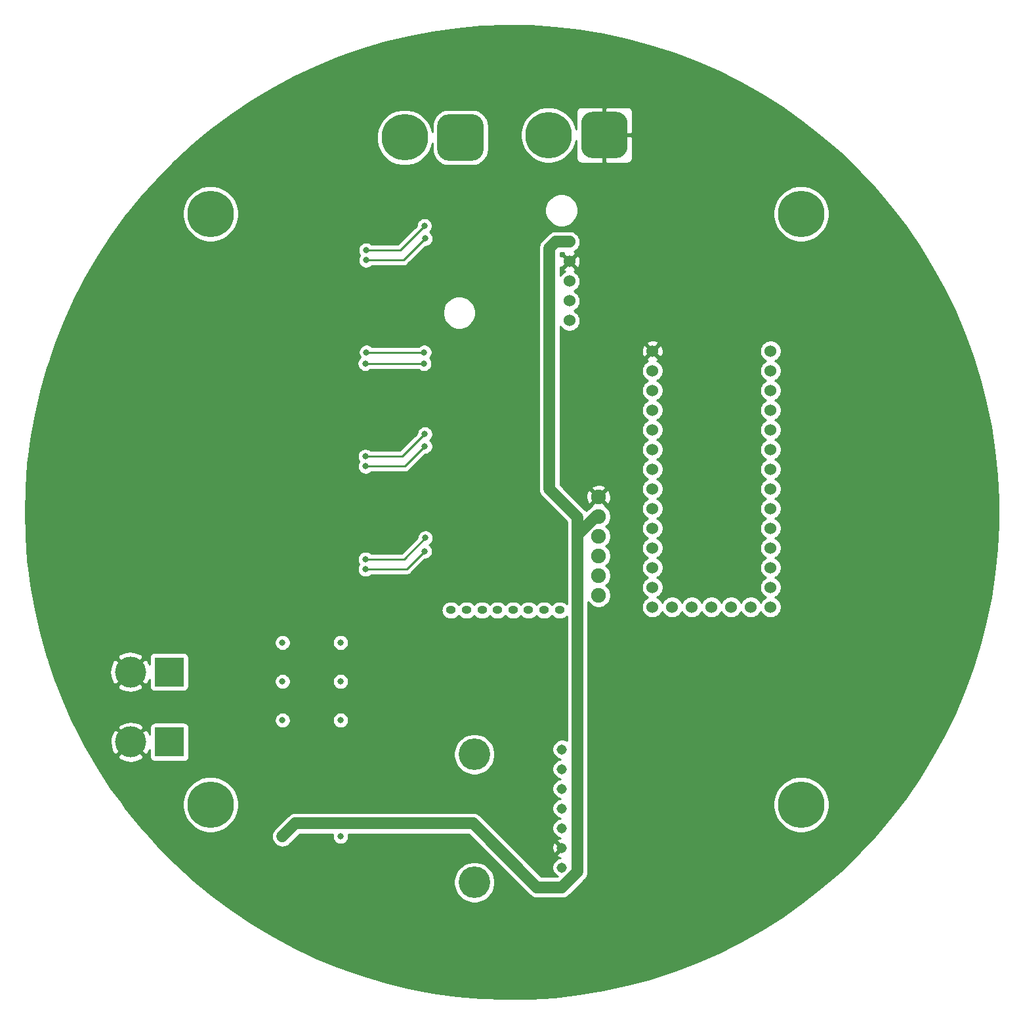
<source format=gbr>
%TF.GenerationSoftware,KiCad,Pcbnew,(5.1.8)-1*%
%TF.CreationDate,2021-01-10T20:37:24-08:00*%
%TF.ProjectId,PJS,504a532e-6b69-4636-9164-5f7063625858,rev?*%
%TF.SameCoordinates,Original*%
%TF.FileFunction,Copper,L2,Bot*%
%TF.FilePolarity,Positive*%
%FSLAX46Y46*%
G04 Gerber Fmt 4.6, Leading zero omitted, Abs format (unit mm)*
G04 Created by KiCad (PCBNEW (5.1.8)-1) date 2021-01-10 20:37:24*
%MOMM*%
%LPD*%
G01*
G04 APERTURE LIST*
%TA.AperFunction,ComponentPad*%
%ADD10C,0.800000*%
%TD*%
%TA.AperFunction,ComponentPad*%
%ADD11C,6.000000*%
%TD*%
%TA.AperFunction,ComponentPad*%
%ADD12O,1.270000X1.000000*%
%TD*%
%TA.AperFunction,ComponentPad*%
%ADD13C,1.900000*%
%TD*%
%TA.AperFunction,ComponentPad*%
%ADD14C,1.308000*%
%TD*%
%TA.AperFunction,ComponentPad*%
%ADD15C,4.064000*%
%TD*%
%TA.AperFunction,ComponentPad*%
%ADD16C,4.000000*%
%TD*%
%TA.AperFunction,ComponentPad*%
%ADD17R,3.800000X3.800000*%
%TD*%
%TA.AperFunction,ComponentPad*%
%ADD18C,1.530000*%
%TD*%
%TA.AperFunction,ComponentPad*%
%ADD19C,1.524000*%
%TD*%
%TA.AperFunction,ViaPad*%
%ADD20C,6.000000*%
%TD*%
%TA.AperFunction,ViaPad*%
%ADD21C,0.800000*%
%TD*%
%TA.AperFunction,Conductor*%
%ADD22C,0.250000*%
%TD*%
%TA.AperFunction,Conductor*%
%ADD23C,0.500000*%
%TD*%
%TA.AperFunction,Conductor*%
%ADD24C,1.500000*%
%TD*%
%TA.AperFunction,Conductor*%
%ADD25C,0.254000*%
%TD*%
%TA.AperFunction,Conductor*%
%ADD26C,0.100000*%
%TD*%
G04 APERTURE END LIST*
D10*
%TO.P,K1,5*%
%TO.N,/Door_RelayOut1*%
X101342500Y-115642999D03*
%TO.P,K1,3*%
%TO.N,+12V*%
X101342500Y-120642999D03*
%TO.P,K1,2*%
%TO.N,Net-(K1-Pad2)*%
X101342500Y-125642999D03*
%TO.P,K1,1*%
%TO.N,+5V*%
X101342500Y-140642999D03*
%TO.P,K1,5*%
%TO.N,/Door_RelayOut1*%
X108842500Y-115642999D03*
%TO.P,K1,6*%
%TO.N,+12V*%
X108842500Y-120642999D03*
%TO.P,K1,7*%
%TO.N,Net-(K1-Pad7)*%
X108842500Y-125642999D03*
%TO.P,K1,8*%
%TO.N,Net-(D1-Pad1)*%
X108842500Y-140642999D03*
%TD*%
%TO.P,X3,*%
%TO.N,GND*%
%TA.AperFunction,ComponentPad*%
G36*
G01*
X145875000Y-48664999D02*
X145875000Y-51664999D01*
G75*
G02*
X144375000Y-53164999I-1500000J0D01*
G01*
X141375000Y-53164999D01*
G75*
G02*
X139875000Y-51664999I0J1500000D01*
G01*
X139875000Y-48664999D01*
G75*
G02*
X141375000Y-47164999I1500000J0D01*
G01*
X144375000Y-47164999D01*
G75*
G02*
X145875000Y-48664999I0J-1500000D01*
G01*
G37*
%TD.AperFunction*%
D11*
%TO.P,X3,2*%
%TO.N,Net-(X3-Pad2)*%
X135675000Y-50164999D03*
%TD*%
D12*
%TO.P,A6,13*%
%TO.N,N/C*%
X125092600Y-111454999D03*
%TO.P,A6,11*%
X129092600Y-111454999D03*
D13*
%TO.P,A6,1*%
%TO.N,GND*%
X142122600Y-96844999D03*
%TO.P,A6,4*%
%TO.N,/RF_CH2*%
X142122600Y-104464999D03*
D12*
%TO.P,A6,8*%
%TO.N,/RF_CH6*%
X135092600Y-111454999D03*
%TO.P,A6,7*%
%TO.N,/RF_CH5*%
X137092600Y-111454999D03*
%TO.P,A6,9*%
%TO.N,N/C*%
X133092600Y-111454999D03*
D13*
%TO.P,A6,5*%
%TO.N,/RF_CH3*%
X142122600Y-107004999D03*
%TO.P,A6,2*%
%TO.N,+5V*%
X142122600Y-99384999D03*
%TO.P,A6,3*%
%TO.N,/RF_CH1*%
X142122600Y-101924999D03*
%TO.P,A6,6*%
%TO.N,/RF_CH4*%
X142122600Y-109544999D03*
D12*
%TO.P,A6,14*%
%TO.N,N/C*%
X123092600Y-111454999D03*
%TO.P,A6,12*%
X127092600Y-111454999D03*
%TO.P,A6,10*%
X131092600Y-111454999D03*
%TD*%
D14*
%TO.P,A5,3*%
%TO.N,GND*%
X137414000Y-142112999D03*
%TO.P,A5,5*%
%TO.N,Net-(A5-Pad5)*%
X137414000Y-137032999D03*
%TO.P,A5,2*%
%TO.N,Net-(A5-Pad2)*%
X137414000Y-144652999D03*
D15*
%TO.P,A5, *%
%TO.N,N/C*%
X126111000Y-130047999D03*
D14*
%TO.P,A5,4*%
%TO.N,/Alt_SCK*%
X137414000Y-139572999D03*
%TO.P,A5,1*%
%TO.N,+5V*%
X137414000Y-147192999D03*
%TO.P,A5,6*%
%TO.N,/Alt_SDI*%
X137414000Y-134492999D03*
%TO.P,A5,8*%
%TO.N,Net-(A5-Pad8)*%
X137414000Y-129412999D03*
%TO.P,A5,7*%
%TO.N,Net-(A5-Pad7)*%
X137414000Y-131952999D03*
D15*
%TO.P,A5, *%
%TO.N,N/C*%
X126111000Y-146557999D03*
%TD*%
D16*
%TO.P,X2,2*%
%TO.N,GND*%
X81715000Y-119414999D03*
D17*
%TO.P,X2,1*%
%TO.N,/Door_RelayOut1*%
X86715000Y-119414999D03*
%TD*%
D16*
%TO.P,X1,2*%
%TO.N,GND*%
X81765000Y-128464999D03*
D17*
%TO.P,X1,1*%
%TO.N,/Door_RelayOut1*%
X86765000Y-128464999D03*
%TD*%
%TO.P,X4,1*%
%TO.N,Net-(X3-Pad2)*%
%TA.AperFunction,ComponentPad*%
G36*
G01*
X127307600Y-48995199D02*
X127307600Y-51995199D01*
G75*
G02*
X125807600Y-53495199I-1500000J0D01*
G01*
X122807600Y-53495199D01*
G75*
G02*
X121307600Y-51995199I0J1500000D01*
G01*
X121307600Y-48995199D01*
G75*
G02*
X122807600Y-47495199I1500000J0D01*
G01*
X125807600Y-47495199D01*
G75*
G02*
X127307600Y-48995199I0J-1500000D01*
G01*
G37*
%TD.AperFunction*%
D11*
%TO.P,X4,2*%
%TO.N,+12V*%
X117107600Y-50495199D03*
%TD*%
D18*
%TO.P,U2,ONOFF*%
%TO.N,N/C*%
X161772600Y-111048799D03*
%TO.P,U2,PGM*%
X159232600Y-111048799D03*
%TO.P,U2,G2*%
X156692600Y-111048799D03*
%TO.P,U2,3.3V_1*%
X154152600Y-111048799D03*
%TO.P,U2,VBAT*%
%TO.N,/3.3V_Coin*%
X151612600Y-111048799D03*
%TO.P,U2,VIN*%
%TO.N,N/C*%
X164312600Y-78028799D03*
%TO.P,U2,G3*%
X164312600Y-80568799D03*
%TO.P,U2,3.3V_2*%
X164312600Y-83108799D03*
%TO.P,U2,23*%
%TO.N,/S3_UAS*%
X164312600Y-85648799D03*
%TO.P,U2,22*%
%TO.N,/S2_Door*%
X164312600Y-88188799D03*
%TO.P,U2,21*%
%TO.N,/S1_Link*%
X164312600Y-90728799D03*
%TO.P,U2,20*%
%TO.N,Net-(U2-Pad20)*%
X164312600Y-93268799D03*
%TO.P,U2,19*%
%TO.N,/Alt_SCK*%
X164312600Y-95808799D03*
%TO.P,U2,18*%
%TO.N,/Alt_SDI*%
X164312600Y-98348799D03*
%TO.P,U2,17*%
%TO.N,Net-(U2-Pad17)*%
X164312600Y-100888799D03*
%TO.P,U2,16*%
%TO.N,Net-(U2-Pad16)*%
X164312600Y-103428799D03*
%TO.P,U2,15*%
%TO.N,Net-(U2-Pad15)*%
X164312600Y-105968799D03*
%TO.P,U2,14*%
%TO.N,/RF_CH6*%
X164312600Y-108508799D03*
%TO.P,U2,13*%
%TO.N,/RF_CH5*%
X164312600Y-111048799D03*
%TO.P,U2,G1*%
%TO.N,GND*%
X149072600Y-78028799D03*
%TO.P,U2,0*%
%TO.N,/UAS_DriverIN1*%
X149072600Y-80568799D03*
%TO.P,U2,1*%
%TO.N,/UAS_DriverIN2*%
X149072600Y-83108799D03*
%TO.P,U2,2*%
%TO.N,/Link_DriverIN1*%
X149072600Y-85648799D03*
%TO.P,U2,3*%
%TO.N,/Link_DriverIN2*%
X149072600Y-88188799D03*
%TO.P,U2,4*%
%TO.N,/LockA_DriverIN1*%
X149072600Y-90728799D03*
%TO.P,U2,5*%
%TO.N,/LockA_DriverIN2*%
X149072600Y-93268799D03*
%TO.P,U2,6*%
%TO.N,/LockB_DriverIN1*%
X149072600Y-95808799D03*
%TO.P,U2,7*%
%TO.N,/LockB_DriverIN2*%
X149072600Y-98348799D03*
%TO.P,U2,8*%
%TO.N,/RF_CH1*%
X149072600Y-100888799D03*
%TO.P,U2,9*%
%TO.N,/RF_CH2*%
X149072600Y-103428799D03*
%TO.P,U2,10*%
%TO.N,/RF_CH3*%
X149072600Y-105968799D03*
%TO.P,U2,11*%
%TO.N,/RF_CH4*%
X149072600Y-108508799D03*
%TO.P,U2,12*%
%TO.N,/Relay_Signal*%
X149072600Y-111048799D03*
%TD*%
D19*
%TO.P,VR1,5*%
%TO.N,+5V*%
X138366500Y-63944499D03*
%TO.P,VR1,4*%
%TO.N,GND*%
X138366500Y-66484499D03*
%TO.P,VR1,3*%
%TO.N,+12V*%
X138366500Y-69024499D03*
%TO.P,VR1,2*%
%TO.N,Net-(VR1-Pad2)*%
X138366500Y-71564499D03*
%TO.P,VR1,1*%
%TO.N,Net-(VR1-Pad1)*%
X138376500Y-74114499D03*
%TD*%
D20*
%TO.N,*%
X168275000Y-136524999D03*
X168275000Y-60324999D03*
X92075000Y-60324999D03*
X92075000Y-136524999D03*
D21*
%TO.N,GND*%
X175425000Y-97424999D03*
X178685000Y-85624999D03*
X175425000Y-85594999D03*
X178715000Y-73814999D03*
X175435000Y-73804999D03*
X178665000Y-121034999D03*
X175425000Y-121054999D03*
X178685000Y-109244999D03*
X175465000Y-109254999D03*
X178675000Y-97434999D03*
X101635000Y-66658999D03*
X101635000Y-65658999D03*
X102835000Y-64658999D03*
X102835000Y-66658999D03*
X102835000Y-65658999D03*
X101635000Y-64658999D03*
X101635000Y-79951665D03*
X101635000Y-78951665D03*
X102835000Y-77951665D03*
X102835000Y-79951665D03*
X102835000Y-78951665D03*
X101635000Y-77951665D03*
X101635000Y-93244331D03*
X101635000Y-92244331D03*
X102835000Y-91244331D03*
X102835000Y-93244331D03*
X102835000Y-92244331D03*
X101635000Y-91244331D03*
X101635000Y-106536999D03*
X102835000Y-105536999D03*
X102835000Y-104536999D03*
X102835000Y-106536999D03*
X101635000Y-105536999D03*
X101635000Y-104536999D03*
X155555000Y-123834999D03*
X158225000Y-123854999D03*
X158095000Y-121294999D03*
X107205000Y-62584999D03*
X96510000Y-63689999D03*
X97195000Y-74189999D03*
X97215000Y-72939999D03*
X97295000Y-99664999D03*
X98585000Y-92914999D03*
X96475000Y-90319999D03*
X96240000Y-103629999D03*
X107265000Y-76114999D03*
X98575000Y-79604999D03*
X96410000Y-77044999D03*
X155525000Y-121264999D03*
X156845000Y-122554999D03*
X152400000Y-55879999D03*
X160020000Y-55879999D03*
X163830000Y-57784999D03*
X163195000Y-66039999D03*
X148590000Y-69214999D03*
X98404680Y-106182159D03*
X107185000Y-89204999D03*
X98565000Y-66274999D03*
X97235000Y-59424999D03*
X97235000Y-60394999D03*
X107845000Y-145274999D03*
X97285000Y-100674999D03*
X97225000Y-86284999D03*
X97215000Y-87344999D03*
X106155000Y-67564999D03*
X106065000Y-80834999D03*
X106155000Y-94154999D03*
X107325000Y-102634999D03*
X106165000Y-107474999D03*
%TO.N,/UAS_DriverIN2*%
X112125000Y-66324999D03*
X119755000Y-63524999D03*
%TO.N,/UAS_DriverIN1*%
X112125000Y-65024999D03*
X119657340Y-61887339D03*
%TO.N,/Link_DriverIN1*%
X119625000Y-78184999D03*
X112175000Y-78184999D03*
%TO.N,/Link_DriverIN2*%
X112025000Y-79644999D03*
X119615000Y-79654999D03*
%TO.N,/LockA_DriverIN2*%
X112075000Y-92899999D03*
X119705000Y-90329999D03*
%TO.N,/LockA_DriverIN1*%
X112050000Y-91624999D03*
X119705000Y-88729999D03*
%TO.N,/LockB_DriverIN1*%
X112075000Y-104874999D03*
X119775000Y-102134999D03*
%TO.N,/LockB_DriverIN2*%
X112050000Y-106174999D03*
X119675000Y-103854999D03*
%TD*%
D22*
%TO.N,GND*%
X155525000Y-121264999D02*
X156825000Y-122564999D01*
X156835000Y-122564999D02*
X156845000Y-122554999D01*
X156825000Y-122564999D02*
X156835000Y-122564999D01*
X152400000Y-55879999D02*
X153035000Y-55244999D01*
X159385000Y-55244999D02*
X160020000Y-55879999D01*
X153035000Y-55244999D02*
X159385000Y-55244999D01*
X163830000Y-57784999D02*
X163195000Y-58419999D01*
X163195000Y-58419999D02*
X163195000Y-67309999D01*
X163195000Y-67309999D02*
X163830000Y-67944999D01*
D23*
X99065000Y-59174999D02*
X99505000Y-59614999D01*
X99505000Y-59644999D02*
X99055000Y-60094999D01*
X99505000Y-59614999D02*
X99505000Y-59644999D01*
D22*
%TO.N,/UAS_DriverIN2*%
X116955000Y-66324999D02*
X119755000Y-63524999D01*
X112125000Y-66324999D02*
X116955000Y-66324999D01*
%TO.N,/UAS_DriverIN1*%
X116519680Y-65024999D02*
X119657340Y-61887339D01*
X112125000Y-65024999D02*
X116519680Y-65024999D01*
%TO.N,/Link_DriverIN1*%
X112325000Y-78034999D02*
X112175000Y-78184999D01*
X119615000Y-78184999D02*
X119635000Y-78204999D01*
X112175000Y-78184999D02*
X119615000Y-78184999D01*
%TO.N,/Link_DriverIN2*%
X119315000Y-79644999D02*
X119615000Y-79944999D01*
X112025000Y-79644999D02*
X119315000Y-79644999D01*
%TO.N,/LockA_DriverIN2*%
X117135000Y-92899999D02*
X119705000Y-90329999D01*
X112075000Y-92899999D02*
X117135000Y-92899999D01*
%TO.N,/LockA_DriverIN1*%
X112050000Y-91624999D02*
X116810000Y-91624999D01*
X116810000Y-91624999D02*
X119705000Y-88729999D01*
%TO.N,/LockB_DriverIN1*%
X112075000Y-104874999D02*
X117035000Y-104874999D01*
X117035000Y-104874999D02*
X119775000Y-102134999D01*
%TO.N,/LockB_DriverIN2*%
X117355000Y-106174999D02*
X119675000Y-103854999D01*
X112050000Y-106174999D02*
X117355000Y-106174999D01*
D24*
%TO.N,+5V*%
X138366500Y-63944499D02*
X136585500Y-63944499D01*
X136585500Y-63944499D02*
X135785000Y-64744999D01*
X135785000Y-64744999D02*
X135785000Y-95854999D01*
X135785000Y-95854999D02*
X139315000Y-99384999D01*
X137414000Y-147192999D02*
X139405000Y-145201999D01*
X139405000Y-99474999D02*
X139315000Y-99384999D01*
X137414000Y-147192999D02*
X134173000Y-147192999D01*
X134173000Y-147192999D02*
X125935000Y-138954999D01*
X103030500Y-138954999D02*
X101342500Y-140642999D01*
X125935000Y-138954999D02*
X103030500Y-138954999D01*
X141765000Y-99384999D02*
X142122600Y-99384999D01*
X139405000Y-101744999D02*
X141765000Y-99384999D01*
X139405000Y-145201999D02*
X139405000Y-101744999D01*
X139405000Y-101744999D02*
X139405000Y-99474999D01*
%TD*%
D25*
%TO.N,GND*%
X133302623Y-36085595D02*
X136450979Y-36283673D01*
X139585406Y-36639688D01*
X142697987Y-37152740D01*
X145780858Y-37821533D01*
X148826233Y-38644379D01*
X151826417Y-39619198D01*
X154773834Y-40743528D01*
X157661036Y-42014529D01*
X160480731Y-43428990D01*
X163225796Y-44983338D01*
X165889297Y-46673647D01*
X168464505Y-48495647D01*
X170944915Y-50444735D01*
X173324262Y-52515988D01*
X175596535Y-54704173D01*
X177755994Y-57003764D01*
X179797185Y-59408950D01*
X181714950Y-61913657D01*
X183504446Y-64511557D01*
X185161151Y-67196088D01*
X186680882Y-69960469D01*
X188059799Y-72797715D01*
X189294419Y-75700661D01*
X190381623Y-78661973D01*
X191318665Y-81674170D01*
X192103177Y-84729644D01*
X192733178Y-87820676D01*
X193207077Y-90939458D01*
X193523676Y-94078111D01*
X193682176Y-97228708D01*
X193682176Y-100383288D01*
X193523676Y-103533885D01*
X193207077Y-106672538D01*
X192733178Y-109791320D01*
X192103177Y-112882352D01*
X191318665Y-115937826D01*
X190381623Y-118950023D01*
X189294419Y-121911335D01*
X188059799Y-124814281D01*
X186680882Y-127651527D01*
X185161151Y-130415908D01*
X183504446Y-133100439D01*
X181714950Y-135698339D01*
X179797185Y-138203046D01*
X177755994Y-140608232D01*
X175596535Y-142907823D01*
X173324262Y-145096008D01*
X170944915Y-147167261D01*
X168464505Y-149116349D01*
X165889297Y-150938349D01*
X163225796Y-152628658D01*
X160480731Y-154183006D01*
X157661036Y-155597467D01*
X154773834Y-156868468D01*
X151826417Y-157992798D01*
X148826233Y-158967617D01*
X145780858Y-159790463D01*
X142697987Y-160459256D01*
X139585406Y-160972308D01*
X136450979Y-161328323D01*
X133302623Y-161526401D01*
X130148292Y-161566041D01*
X126995952Y-161447145D01*
X123853568Y-161170011D01*
X120729077Y-160735340D01*
X117630373Y-160144231D01*
X114565282Y-159398176D01*
X111541548Y-158499059D01*
X108566808Y-157449153D01*
X105648577Y-156251109D01*
X102794227Y-154907954D01*
X100010968Y-153423080D01*
X97305831Y-151800239D01*
X94685649Y-150043530D01*
X92157041Y-148157391D01*
X89906188Y-146295322D01*
X123444000Y-146295322D01*
X123444000Y-146820676D01*
X123546492Y-147335934D01*
X123747536Y-147821297D01*
X124039406Y-148258112D01*
X124410887Y-148629593D01*
X124847702Y-148921463D01*
X125333065Y-149122507D01*
X125848323Y-149224999D01*
X126373677Y-149224999D01*
X126888935Y-149122507D01*
X127374298Y-148921463D01*
X127811113Y-148629593D01*
X128182594Y-148258112D01*
X128474464Y-147821297D01*
X128675508Y-147335934D01*
X128778000Y-146820676D01*
X128778000Y-146295322D01*
X128675508Y-145780064D01*
X128474464Y-145294701D01*
X128182594Y-144857886D01*
X127811113Y-144486405D01*
X127374298Y-144194535D01*
X126888935Y-143993491D01*
X126373677Y-143890999D01*
X125848323Y-143890999D01*
X125333065Y-143993491D01*
X124847702Y-144194535D01*
X124410887Y-144486405D01*
X124039406Y-144857886D01*
X123747536Y-145294701D01*
X123546492Y-145780064D01*
X123444000Y-146295322D01*
X89906188Y-146295322D01*
X89726395Y-146146585D01*
X87399850Y-144016193D01*
X85183284Y-141771596D01*
X84175619Y-140642999D01*
X99950800Y-140642999D01*
X99977540Y-140914506D01*
X100056736Y-141175579D01*
X100185344Y-141416187D01*
X100358419Y-141627080D01*
X100569312Y-141800155D01*
X100809920Y-141928763D01*
X101070993Y-142007959D01*
X101342500Y-142034699D01*
X101614007Y-142007959D01*
X101875080Y-141928763D01*
X102115688Y-141800155D01*
X102273733Y-141670451D01*
X103604185Y-140339999D01*
X107847730Y-140339999D01*
X107847274Y-140341101D01*
X107807500Y-140541060D01*
X107807500Y-140744938D01*
X107847274Y-140944897D01*
X107925295Y-141133255D01*
X108038563Y-141302773D01*
X108182726Y-141446936D01*
X108352244Y-141560204D01*
X108540602Y-141638225D01*
X108740561Y-141677999D01*
X108944439Y-141677999D01*
X109144398Y-141638225D01*
X109332756Y-141560204D01*
X109502274Y-141446936D01*
X109646437Y-141302773D01*
X109759705Y-141133255D01*
X109837726Y-140944897D01*
X109877500Y-140744938D01*
X109877500Y-140541060D01*
X109837726Y-140341101D01*
X109837270Y-140339999D01*
X125361315Y-140339999D01*
X133145550Y-148124235D01*
X133188919Y-148177080D01*
X133241764Y-148220449D01*
X133241766Y-148220451D01*
X133287656Y-148258112D01*
X133399812Y-148350156D01*
X133640419Y-148478763D01*
X133901493Y-148557959D01*
X134104963Y-148577999D01*
X134104972Y-148577999D01*
X134172999Y-148584699D01*
X134241026Y-148577999D01*
X137345971Y-148577999D01*
X137414000Y-148584699D01*
X137482029Y-148577999D01*
X137482037Y-148577999D01*
X137685507Y-148557959D01*
X137946581Y-148478763D01*
X138187188Y-148350156D01*
X138398081Y-148177080D01*
X138441454Y-148124230D01*
X140336241Y-146229444D01*
X140389080Y-146186080D01*
X140432445Y-146133240D01*
X140432452Y-146133233D01*
X140562156Y-145975188D01*
X140562157Y-145975187D01*
X140690764Y-145734580D01*
X140769960Y-145473506D01*
X140790000Y-145270036D01*
X140790000Y-145270027D01*
X140796700Y-145202000D01*
X140790000Y-145133973D01*
X140790000Y-136166983D01*
X164640000Y-136166983D01*
X164640000Y-136883015D01*
X164779691Y-137585289D01*
X165053705Y-138246817D01*
X165451511Y-138842176D01*
X165957823Y-139348488D01*
X166553182Y-139746294D01*
X167214710Y-140020308D01*
X167916984Y-140159999D01*
X168633016Y-140159999D01*
X169335290Y-140020308D01*
X169996818Y-139746294D01*
X170592177Y-139348488D01*
X171098489Y-138842176D01*
X171496295Y-138246817D01*
X171770309Y-137585289D01*
X171910000Y-136883015D01*
X171910000Y-136166983D01*
X171770309Y-135464709D01*
X171496295Y-134803181D01*
X171098489Y-134207822D01*
X170592177Y-133701510D01*
X169996818Y-133303704D01*
X169335290Y-133029690D01*
X168633016Y-132889999D01*
X167916984Y-132889999D01*
X167214710Y-133029690D01*
X166553182Y-133303704D01*
X165957823Y-133701510D01*
X165451511Y-134207822D01*
X165053705Y-134803181D01*
X164779691Y-135464709D01*
X164640000Y-136166983D01*
X140790000Y-136166983D01*
X140790000Y-110403547D01*
X140891450Y-110555378D01*
X141112221Y-110776149D01*
X141371821Y-110949608D01*
X141660273Y-111069088D01*
X141966491Y-111129999D01*
X142278709Y-111129999D01*
X142584927Y-111069088D01*
X142873379Y-110949608D01*
X143132979Y-110776149D01*
X143353750Y-110555378D01*
X143527209Y-110295778D01*
X143646689Y-110007326D01*
X143707600Y-109701108D01*
X143707600Y-109388890D01*
X143646689Y-109082672D01*
X143527209Y-108794220D01*
X143353750Y-108534620D01*
X143132979Y-108313849D01*
X143074836Y-108274999D01*
X143132979Y-108236149D01*
X143353750Y-108015378D01*
X143527209Y-107755778D01*
X143646689Y-107467326D01*
X143707600Y-107161108D01*
X143707600Y-106848890D01*
X143646689Y-106542672D01*
X143527209Y-106254220D01*
X143353750Y-105994620D01*
X143132979Y-105773849D01*
X143074836Y-105734999D01*
X143132979Y-105696149D01*
X143353750Y-105475378D01*
X143527209Y-105215778D01*
X143646689Y-104927326D01*
X143707600Y-104621108D01*
X143707600Y-104308890D01*
X143646689Y-104002672D01*
X143527209Y-103714220D01*
X143353750Y-103454620D01*
X143132979Y-103233849D01*
X143074836Y-103194999D01*
X143132979Y-103156149D01*
X143353750Y-102935378D01*
X143527209Y-102675778D01*
X143646689Y-102387326D01*
X143707600Y-102081108D01*
X143707600Y-101768890D01*
X143646689Y-101462672D01*
X143527209Y-101174220D01*
X143353750Y-100914620D01*
X143132979Y-100693849D01*
X143074836Y-100654999D01*
X143132979Y-100616149D01*
X143353750Y-100395378D01*
X143527209Y-100135778D01*
X143646689Y-99847326D01*
X143707600Y-99541108D01*
X143707600Y-99228890D01*
X143646689Y-98922672D01*
X143527209Y-98634220D01*
X143353750Y-98374620D01*
X143132979Y-98153849D01*
X143000924Y-98065612D01*
X143042747Y-97944751D01*
X142122600Y-97024604D01*
X141202453Y-97944751D01*
X141244276Y-98065612D01*
X141112221Y-98153849D01*
X141091526Y-98174544D01*
X140991812Y-98227842D01*
X140991810Y-98227843D01*
X140991811Y-98227843D01*
X140833766Y-98357547D01*
X140833764Y-98357549D01*
X140780919Y-98400918D01*
X140737550Y-98453763D01*
X140529407Y-98661906D01*
X140389081Y-98490918D01*
X140336236Y-98447549D01*
X138798259Y-96909572D01*
X140531241Y-96909572D01*
X140574416Y-97218790D01*
X140677087Y-97513643D01*
X140763558Y-97675420D01*
X141022848Y-97765146D01*
X141942995Y-96844999D01*
X142302205Y-96844999D01*
X143222352Y-97765146D01*
X143481642Y-97675420D01*
X143617535Y-97394328D01*
X143695979Y-97092126D01*
X143713959Y-96780426D01*
X143670784Y-96471208D01*
X143568113Y-96176355D01*
X143481642Y-96014578D01*
X143222352Y-95924852D01*
X142302205Y-96844999D01*
X141942995Y-96844999D01*
X141022848Y-95924852D01*
X140763558Y-96014578D01*
X140627665Y-96295670D01*
X140549221Y-96597872D01*
X140531241Y-96909572D01*
X138798259Y-96909572D01*
X137633934Y-95745247D01*
X141202453Y-95745247D01*
X142122600Y-96665394D01*
X143042747Y-95745247D01*
X142953021Y-95485957D01*
X142671929Y-95350064D01*
X142369727Y-95271620D01*
X142058027Y-95253640D01*
X141748809Y-95296815D01*
X141453956Y-95399486D01*
X141292179Y-95485957D01*
X141202453Y-95745247D01*
X137633934Y-95745247D01*
X137170000Y-95281314D01*
X137170000Y-80430911D01*
X147672600Y-80430911D01*
X147672600Y-80706687D01*
X147726401Y-80977164D01*
X147831936Y-81231948D01*
X147985149Y-81461247D01*
X148180152Y-81656250D01*
X148409451Y-81809463D01*
X148480274Y-81838799D01*
X148409451Y-81868135D01*
X148180152Y-82021348D01*
X147985149Y-82216351D01*
X147831936Y-82445650D01*
X147726401Y-82700434D01*
X147672600Y-82970911D01*
X147672600Y-83246687D01*
X147726401Y-83517164D01*
X147831936Y-83771948D01*
X147985149Y-84001247D01*
X148180152Y-84196250D01*
X148409451Y-84349463D01*
X148480274Y-84378799D01*
X148409451Y-84408135D01*
X148180152Y-84561348D01*
X147985149Y-84756351D01*
X147831936Y-84985650D01*
X147726401Y-85240434D01*
X147672600Y-85510911D01*
X147672600Y-85786687D01*
X147726401Y-86057164D01*
X147831936Y-86311948D01*
X147985149Y-86541247D01*
X148180152Y-86736250D01*
X148409451Y-86889463D01*
X148480274Y-86918799D01*
X148409451Y-86948135D01*
X148180152Y-87101348D01*
X147985149Y-87296351D01*
X147831936Y-87525650D01*
X147726401Y-87780434D01*
X147672600Y-88050911D01*
X147672600Y-88326687D01*
X147726401Y-88597164D01*
X147831936Y-88851948D01*
X147985149Y-89081247D01*
X148180152Y-89276250D01*
X148409451Y-89429463D01*
X148480274Y-89458799D01*
X148409451Y-89488135D01*
X148180152Y-89641348D01*
X147985149Y-89836351D01*
X147831936Y-90065650D01*
X147726401Y-90320434D01*
X147672600Y-90590911D01*
X147672600Y-90866687D01*
X147726401Y-91137164D01*
X147831936Y-91391948D01*
X147985149Y-91621247D01*
X148180152Y-91816250D01*
X148409451Y-91969463D01*
X148480274Y-91998799D01*
X148409451Y-92028135D01*
X148180152Y-92181348D01*
X147985149Y-92376351D01*
X147831936Y-92605650D01*
X147726401Y-92860434D01*
X147672600Y-93130911D01*
X147672600Y-93406687D01*
X147726401Y-93677164D01*
X147831936Y-93931948D01*
X147985149Y-94161247D01*
X148180152Y-94356250D01*
X148409451Y-94509463D01*
X148480274Y-94538799D01*
X148409451Y-94568135D01*
X148180152Y-94721348D01*
X147985149Y-94916351D01*
X147831936Y-95145650D01*
X147726401Y-95400434D01*
X147672600Y-95670911D01*
X147672600Y-95946687D01*
X147726401Y-96217164D01*
X147831936Y-96471948D01*
X147985149Y-96701247D01*
X148180152Y-96896250D01*
X148409451Y-97049463D01*
X148480274Y-97078799D01*
X148409451Y-97108135D01*
X148180152Y-97261348D01*
X147985149Y-97456351D01*
X147831936Y-97685650D01*
X147726401Y-97940434D01*
X147672600Y-98210911D01*
X147672600Y-98486687D01*
X147726401Y-98757164D01*
X147831936Y-99011948D01*
X147985149Y-99241247D01*
X148180152Y-99436250D01*
X148409451Y-99589463D01*
X148480274Y-99618799D01*
X148409451Y-99648135D01*
X148180152Y-99801348D01*
X147985149Y-99996351D01*
X147831936Y-100225650D01*
X147726401Y-100480434D01*
X147672600Y-100750911D01*
X147672600Y-101026687D01*
X147726401Y-101297164D01*
X147831936Y-101551948D01*
X147985149Y-101781247D01*
X148180152Y-101976250D01*
X148409451Y-102129463D01*
X148480274Y-102158799D01*
X148409451Y-102188135D01*
X148180152Y-102341348D01*
X147985149Y-102536351D01*
X147831936Y-102765650D01*
X147726401Y-103020434D01*
X147672600Y-103290911D01*
X147672600Y-103566687D01*
X147726401Y-103837164D01*
X147831936Y-104091948D01*
X147985149Y-104321247D01*
X148180152Y-104516250D01*
X148409451Y-104669463D01*
X148480274Y-104698799D01*
X148409451Y-104728135D01*
X148180152Y-104881348D01*
X147985149Y-105076351D01*
X147831936Y-105305650D01*
X147726401Y-105560434D01*
X147672600Y-105830911D01*
X147672600Y-106106687D01*
X147726401Y-106377164D01*
X147831936Y-106631948D01*
X147985149Y-106861247D01*
X148180152Y-107056250D01*
X148409451Y-107209463D01*
X148480274Y-107238799D01*
X148409451Y-107268135D01*
X148180152Y-107421348D01*
X147985149Y-107616351D01*
X147831936Y-107845650D01*
X147726401Y-108100434D01*
X147672600Y-108370911D01*
X147672600Y-108646687D01*
X147726401Y-108917164D01*
X147831936Y-109171948D01*
X147985149Y-109401247D01*
X148180152Y-109596250D01*
X148409451Y-109749463D01*
X148480274Y-109778799D01*
X148409451Y-109808135D01*
X148180152Y-109961348D01*
X147985149Y-110156351D01*
X147831936Y-110385650D01*
X147726401Y-110640434D01*
X147672600Y-110910911D01*
X147672600Y-111186687D01*
X147726401Y-111457164D01*
X147831936Y-111711948D01*
X147985149Y-111941247D01*
X148180152Y-112136250D01*
X148409451Y-112289463D01*
X148664235Y-112394998D01*
X148934712Y-112448799D01*
X149210488Y-112448799D01*
X149480965Y-112394998D01*
X149735749Y-112289463D01*
X149965048Y-112136250D01*
X150160051Y-111941247D01*
X150313264Y-111711948D01*
X150342600Y-111641125D01*
X150371936Y-111711948D01*
X150525149Y-111941247D01*
X150720152Y-112136250D01*
X150949451Y-112289463D01*
X151204235Y-112394998D01*
X151474712Y-112448799D01*
X151750488Y-112448799D01*
X152020965Y-112394998D01*
X152275749Y-112289463D01*
X152505048Y-112136250D01*
X152700051Y-111941247D01*
X152853264Y-111711948D01*
X152882600Y-111641125D01*
X152911936Y-111711948D01*
X153065149Y-111941247D01*
X153260152Y-112136250D01*
X153489451Y-112289463D01*
X153744235Y-112394998D01*
X154014712Y-112448799D01*
X154290488Y-112448799D01*
X154560965Y-112394998D01*
X154815749Y-112289463D01*
X155045048Y-112136250D01*
X155240051Y-111941247D01*
X155393264Y-111711948D01*
X155422600Y-111641125D01*
X155451936Y-111711948D01*
X155605149Y-111941247D01*
X155800152Y-112136250D01*
X156029451Y-112289463D01*
X156284235Y-112394998D01*
X156554712Y-112448799D01*
X156830488Y-112448799D01*
X157100965Y-112394998D01*
X157355749Y-112289463D01*
X157585048Y-112136250D01*
X157780051Y-111941247D01*
X157933264Y-111711948D01*
X157962600Y-111641125D01*
X157991936Y-111711948D01*
X158145149Y-111941247D01*
X158340152Y-112136250D01*
X158569451Y-112289463D01*
X158824235Y-112394998D01*
X159094712Y-112448799D01*
X159370488Y-112448799D01*
X159640965Y-112394998D01*
X159895749Y-112289463D01*
X160125048Y-112136250D01*
X160320051Y-111941247D01*
X160473264Y-111711948D01*
X160502600Y-111641125D01*
X160531936Y-111711948D01*
X160685149Y-111941247D01*
X160880152Y-112136250D01*
X161109451Y-112289463D01*
X161364235Y-112394998D01*
X161634712Y-112448799D01*
X161910488Y-112448799D01*
X162180965Y-112394998D01*
X162435749Y-112289463D01*
X162665048Y-112136250D01*
X162860051Y-111941247D01*
X163013264Y-111711948D01*
X163042600Y-111641125D01*
X163071936Y-111711948D01*
X163225149Y-111941247D01*
X163420152Y-112136250D01*
X163649451Y-112289463D01*
X163904235Y-112394998D01*
X164174712Y-112448799D01*
X164450488Y-112448799D01*
X164720965Y-112394998D01*
X164975749Y-112289463D01*
X165205048Y-112136250D01*
X165400051Y-111941247D01*
X165553264Y-111711948D01*
X165658799Y-111457164D01*
X165712600Y-111186687D01*
X165712600Y-110910911D01*
X165658799Y-110640434D01*
X165553264Y-110385650D01*
X165400051Y-110156351D01*
X165205048Y-109961348D01*
X164975749Y-109808135D01*
X164904926Y-109778799D01*
X164975749Y-109749463D01*
X165205048Y-109596250D01*
X165400051Y-109401247D01*
X165553264Y-109171948D01*
X165658799Y-108917164D01*
X165712600Y-108646687D01*
X165712600Y-108370911D01*
X165658799Y-108100434D01*
X165553264Y-107845650D01*
X165400051Y-107616351D01*
X165205048Y-107421348D01*
X164975749Y-107268135D01*
X164904926Y-107238799D01*
X164975749Y-107209463D01*
X165205048Y-107056250D01*
X165400051Y-106861247D01*
X165553264Y-106631948D01*
X165658799Y-106377164D01*
X165712600Y-106106687D01*
X165712600Y-105830911D01*
X165658799Y-105560434D01*
X165553264Y-105305650D01*
X165400051Y-105076351D01*
X165205048Y-104881348D01*
X164975749Y-104728135D01*
X164904926Y-104698799D01*
X164975749Y-104669463D01*
X165205048Y-104516250D01*
X165400051Y-104321247D01*
X165553264Y-104091948D01*
X165658799Y-103837164D01*
X165712600Y-103566687D01*
X165712600Y-103290911D01*
X165658799Y-103020434D01*
X165553264Y-102765650D01*
X165400051Y-102536351D01*
X165205048Y-102341348D01*
X164975749Y-102188135D01*
X164904926Y-102158799D01*
X164975749Y-102129463D01*
X165205048Y-101976250D01*
X165400051Y-101781247D01*
X165553264Y-101551948D01*
X165658799Y-101297164D01*
X165712600Y-101026687D01*
X165712600Y-100750911D01*
X165658799Y-100480434D01*
X165553264Y-100225650D01*
X165400051Y-99996351D01*
X165205048Y-99801348D01*
X164975749Y-99648135D01*
X164904926Y-99618799D01*
X164975749Y-99589463D01*
X165205048Y-99436250D01*
X165400051Y-99241247D01*
X165553264Y-99011948D01*
X165658799Y-98757164D01*
X165712600Y-98486687D01*
X165712600Y-98210911D01*
X165658799Y-97940434D01*
X165553264Y-97685650D01*
X165400051Y-97456351D01*
X165205048Y-97261348D01*
X164975749Y-97108135D01*
X164904926Y-97078799D01*
X164975749Y-97049463D01*
X165205048Y-96896250D01*
X165400051Y-96701247D01*
X165553264Y-96471948D01*
X165658799Y-96217164D01*
X165712600Y-95946687D01*
X165712600Y-95670911D01*
X165658799Y-95400434D01*
X165553264Y-95145650D01*
X165400051Y-94916351D01*
X165205048Y-94721348D01*
X164975749Y-94568135D01*
X164904926Y-94538799D01*
X164975749Y-94509463D01*
X165205048Y-94356250D01*
X165400051Y-94161247D01*
X165553264Y-93931948D01*
X165658799Y-93677164D01*
X165712600Y-93406687D01*
X165712600Y-93130911D01*
X165658799Y-92860434D01*
X165553264Y-92605650D01*
X165400051Y-92376351D01*
X165205048Y-92181348D01*
X164975749Y-92028135D01*
X164904926Y-91998799D01*
X164975749Y-91969463D01*
X165205048Y-91816250D01*
X165400051Y-91621247D01*
X165553264Y-91391948D01*
X165658799Y-91137164D01*
X165712600Y-90866687D01*
X165712600Y-90590911D01*
X165658799Y-90320434D01*
X165553264Y-90065650D01*
X165400051Y-89836351D01*
X165205048Y-89641348D01*
X164975749Y-89488135D01*
X164904926Y-89458799D01*
X164975749Y-89429463D01*
X165205048Y-89276250D01*
X165400051Y-89081247D01*
X165553264Y-88851948D01*
X165658799Y-88597164D01*
X165712600Y-88326687D01*
X165712600Y-88050911D01*
X165658799Y-87780434D01*
X165553264Y-87525650D01*
X165400051Y-87296351D01*
X165205048Y-87101348D01*
X164975749Y-86948135D01*
X164904926Y-86918799D01*
X164975749Y-86889463D01*
X165205048Y-86736250D01*
X165400051Y-86541247D01*
X165553264Y-86311948D01*
X165658799Y-86057164D01*
X165712600Y-85786687D01*
X165712600Y-85510911D01*
X165658799Y-85240434D01*
X165553264Y-84985650D01*
X165400051Y-84756351D01*
X165205048Y-84561348D01*
X164975749Y-84408135D01*
X164904926Y-84378799D01*
X164975749Y-84349463D01*
X165205048Y-84196250D01*
X165400051Y-84001247D01*
X165553264Y-83771948D01*
X165658799Y-83517164D01*
X165712600Y-83246687D01*
X165712600Y-82970911D01*
X165658799Y-82700434D01*
X165553264Y-82445650D01*
X165400051Y-82216351D01*
X165205048Y-82021348D01*
X164975749Y-81868135D01*
X164904926Y-81838799D01*
X164975749Y-81809463D01*
X165205048Y-81656250D01*
X165400051Y-81461247D01*
X165553264Y-81231948D01*
X165658799Y-80977164D01*
X165712600Y-80706687D01*
X165712600Y-80430911D01*
X165658799Y-80160434D01*
X165553264Y-79905650D01*
X165400051Y-79676351D01*
X165205048Y-79481348D01*
X164975749Y-79328135D01*
X164904926Y-79298799D01*
X164975749Y-79269463D01*
X165205048Y-79116250D01*
X165400051Y-78921247D01*
X165553264Y-78691948D01*
X165658799Y-78437164D01*
X165712600Y-78166687D01*
X165712600Y-77890911D01*
X165658799Y-77620434D01*
X165553264Y-77365650D01*
X165400051Y-77136351D01*
X165205048Y-76941348D01*
X164975749Y-76788135D01*
X164720965Y-76682600D01*
X164450488Y-76628799D01*
X164174712Y-76628799D01*
X163904235Y-76682600D01*
X163649451Y-76788135D01*
X163420152Y-76941348D01*
X163225149Y-77136351D01*
X163071936Y-77365650D01*
X162966401Y-77620434D01*
X162912600Y-77890911D01*
X162912600Y-78166687D01*
X162966401Y-78437164D01*
X163071936Y-78691948D01*
X163225149Y-78921247D01*
X163420152Y-79116250D01*
X163649451Y-79269463D01*
X163720274Y-79298799D01*
X163649451Y-79328135D01*
X163420152Y-79481348D01*
X163225149Y-79676351D01*
X163071936Y-79905650D01*
X162966401Y-80160434D01*
X162912600Y-80430911D01*
X162912600Y-80706687D01*
X162966401Y-80977164D01*
X163071936Y-81231948D01*
X163225149Y-81461247D01*
X163420152Y-81656250D01*
X163649451Y-81809463D01*
X163720274Y-81838799D01*
X163649451Y-81868135D01*
X163420152Y-82021348D01*
X163225149Y-82216351D01*
X163071936Y-82445650D01*
X162966401Y-82700434D01*
X162912600Y-82970911D01*
X162912600Y-83246687D01*
X162966401Y-83517164D01*
X163071936Y-83771948D01*
X163225149Y-84001247D01*
X163420152Y-84196250D01*
X163649451Y-84349463D01*
X163720274Y-84378799D01*
X163649451Y-84408135D01*
X163420152Y-84561348D01*
X163225149Y-84756351D01*
X163071936Y-84985650D01*
X162966401Y-85240434D01*
X162912600Y-85510911D01*
X162912600Y-85786687D01*
X162966401Y-86057164D01*
X163071936Y-86311948D01*
X163225149Y-86541247D01*
X163420152Y-86736250D01*
X163649451Y-86889463D01*
X163720274Y-86918799D01*
X163649451Y-86948135D01*
X163420152Y-87101348D01*
X163225149Y-87296351D01*
X163071936Y-87525650D01*
X162966401Y-87780434D01*
X162912600Y-88050911D01*
X162912600Y-88326687D01*
X162966401Y-88597164D01*
X163071936Y-88851948D01*
X163225149Y-89081247D01*
X163420152Y-89276250D01*
X163649451Y-89429463D01*
X163720274Y-89458799D01*
X163649451Y-89488135D01*
X163420152Y-89641348D01*
X163225149Y-89836351D01*
X163071936Y-90065650D01*
X162966401Y-90320434D01*
X162912600Y-90590911D01*
X162912600Y-90866687D01*
X162966401Y-91137164D01*
X163071936Y-91391948D01*
X163225149Y-91621247D01*
X163420152Y-91816250D01*
X163649451Y-91969463D01*
X163720274Y-91998799D01*
X163649451Y-92028135D01*
X163420152Y-92181348D01*
X163225149Y-92376351D01*
X163071936Y-92605650D01*
X162966401Y-92860434D01*
X162912600Y-93130911D01*
X162912600Y-93406687D01*
X162966401Y-93677164D01*
X163071936Y-93931948D01*
X163225149Y-94161247D01*
X163420152Y-94356250D01*
X163649451Y-94509463D01*
X163720274Y-94538799D01*
X163649451Y-94568135D01*
X163420152Y-94721348D01*
X163225149Y-94916351D01*
X163071936Y-95145650D01*
X162966401Y-95400434D01*
X162912600Y-95670911D01*
X162912600Y-95946687D01*
X162966401Y-96217164D01*
X163071936Y-96471948D01*
X163225149Y-96701247D01*
X163420152Y-96896250D01*
X163649451Y-97049463D01*
X163720274Y-97078799D01*
X163649451Y-97108135D01*
X163420152Y-97261348D01*
X163225149Y-97456351D01*
X163071936Y-97685650D01*
X162966401Y-97940434D01*
X162912600Y-98210911D01*
X162912600Y-98486687D01*
X162966401Y-98757164D01*
X163071936Y-99011948D01*
X163225149Y-99241247D01*
X163420152Y-99436250D01*
X163649451Y-99589463D01*
X163720274Y-99618799D01*
X163649451Y-99648135D01*
X163420152Y-99801348D01*
X163225149Y-99996351D01*
X163071936Y-100225650D01*
X162966401Y-100480434D01*
X162912600Y-100750911D01*
X162912600Y-101026687D01*
X162966401Y-101297164D01*
X163071936Y-101551948D01*
X163225149Y-101781247D01*
X163420152Y-101976250D01*
X163649451Y-102129463D01*
X163720274Y-102158799D01*
X163649451Y-102188135D01*
X163420152Y-102341348D01*
X163225149Y-102536351D01*
X163071936Y-102765650D01*
X162966401Y-103020434D01*
X162912600Y-103290911D01*
X162912600Y-103566687D01*
X162966401Y-103837164D01*
X163071936Y-104091948D01*
X163225149Y-104321247D01*
X163420152Y-104516250D01*
X163649451Y-104669463D01*
X163720274Y-104698799D01*
X163649451Y-104728135D01*
X163420152Y-104881348D01*
X163225149Y-105076351D01*
X163071936Y-105305650D01*
X162966401Y-105560434D01*
X162912600Y-105830911D01*
X162912600Y-106106687D01*
X162966401Y-106377164D01*
X163071936Y-106631948D01*
X163225149Y-106861247D01*
X163420152Y-107056250D01*
X163649451Y-107209463D01*
X163720274Y-107238799D01*
X163649451Y-107268135D01*
X163420152Y-107421348D01*
X163225149Y-107616351D01*
X163071936Y-107845650D01*
X162966401Y-108100434D01*
X162912600Y-108370911D01*
X162912600Y-108646687D01*
X162966401Y-108917164D01*
X163071936Y-109171948D01*
X163225149Y-109401247D01*
X163420152Y-109596250D01*
X163649451Y-109749463D01*
X163720274Y-109778799D01*
X163649451Y-109808135D01*
X163420152Y-109961348D01*
X163225149Y-110156351D01*
X163071936Y-110385650D01*
X163042600Y-110456473D01*
X163013264Y-110385650D01*
X162860051Y-110156351D01*
X162665048Y-109961348D01*
X162435749Y-109808135D01*
X162180965Y-109702600D01*
X161910488Y-109648799D01*
X161634712Y-109648799D01*
X161364235Y-109702600D01*
X161109451Y-109808135D01*
X160880152Y-109961348D01*
X160685149Y-110156351D01*
X160531936Y-110385650D01*
X160502600Y-110456473D01*
X160473264Y-110385650D01*
X160320051Y-110156351D01*
X160125048Y-109961348D01*
X159895749Y-109808135D01*
X159640965Y-109702600D01*
X159370488Y-109648799D01*
X159094712Y-109648799D01*
X158824235Y-109702600D01*
X158569451Y-109808135D01*
X158340152Y-109961348D01*
X158145149Y-110156351D01*
X157991936Y-110385650D01*
X157962600Y-110456473D01*
X157933264Y-110385650D01*
X157780051Y-110156351D01*
X157585048Y-109961348D01*
X157355749Y-109808135D01*
X157100965Y-109702600D01*
X156830488Y-109648799D01*
X156554712Y-109648799D01*
X156284235Y-109702600D01*
X156029451Y-109808135D01*
X155800152Y-109961348D01*
X155605149Y-110156351D01*
X155451936Y-110385650D01*
X155422600Y-110456473D01*
X155393264Y-110385650D01*
X155240051Y-110156351D01*
X155045048Y-109961348D01*
X154815749Y-109808135D01*
X154560965Y-109702600D01*
X154290488Y-109648799D01*
X154014712Y-109648799D01*
X153744235Y-109702600D01*
X153489451Y-109808135D01*
X153260152Y-109961348D01*
X153065149Y-110156351D01*
X152911936Y-110385650D01*
X152882600Y-110456473D01*
X152853264Y-110385650D01*
X152700051Y-110156351D01*
X152505048Y-109961348D01*
X152275749Y-109808135D01*
X152020965Y-109702600D01*
X151750488Y-109648799D01*
X151474712Y-109648799D01*
X151204235Y-109702600D01*
X150949451Y-109808135D01*
X150720152Y-109961348D01*
X150525149Y-110156351D01*
X150371936Y-110385650D01*
X150342600Y-110456473D01*
X150313264Y-110385650D01*
X150160051Y-110156351D01*
X149965048Y-109961348D01*
X149735749Y-109808135D01*
X149664926Y-109778799D01*
X149735749Y-109749463D01*
X149965048Y-109596250D01*
X150160051Y-109401247D01*
X150313264Y-109171948D01*
X150418799Y-108917164D01*
X150472600Y-108646687D01*
X150472600Y-108370911D01*
X150418799Y-108100434D01*
X150313264Y-107845650D01*
X150160051Y-107616351D01*
X149965048Y-107421348D01*
X149735749Y-107268135D01*
X149664926Y-107238799D01*
X149735749Y-107209463D01*
X149965048Y-107056250D01*
X150160051Y-106861247D01*
X150313264Y-106631948D01*
X150418799Y-106377164D01*
X150472600Y-106106687D01*
X150472600Y-105830911D01*
X150418799Y-105560434D01*
X150313264Y-105305650D01*
X150160051Y-105076351D01*
X149965048Y-104881348D01*
X149735749Y-104728135D01*
X149664926Y-104698799D01*
X149735749Y-104669463D01*
X149965048Y-104516250D01*
X150160051Y-104321247D01*
X150313264Y-104091948D01*
X150418799Y-103837164D01*
X150472600Y-103566687D01*
X150472600Y-103290911D01*
X150418799Y-103020434D01*
X150313264Y-102765650D01*
X150160051Y-102536351D01*
X149965048Y-102341348D01*
X149735749Y-102188135D01*
X149664926Y-102158799D01*
X149735749Y-102129463D01*
X149965048Y-101976250D01*
X150160051Y-101781247D01*
X150313264Y-101551948D01*
X150418799Y-101297164D01*
X150472600Y-101026687D01*
X150472600Y-100750911D01*
X150418799Y-100480434D01*
X150313264Y-100225650D01*
X150160051Y-99996351D01*
X149965048Y-99801348D01*
X149735749Y-99648135D01*
X149664926Y-99618799D01*
X149735749Y-99589463D01*
X149965048Y-99436250D01*
X150160051Y-99241247D01*
X150313264Y-99011948D01*
X150418799Y-98757164D01*
X150472600Y-98486687D01*
X150472600Y-98210911D01*
X150418799Y-97940434D01*
X150313264Y-97685650D01*
X150160051Y-97456351D01*
X149965048Y-97261348D01*
X149735749Y-97108135D01*
X149664926Y-97078799D01*
X149735749Y-97049463D01*
X149965048Y-96896250D01*
X150160051Y-96701247D01*
X150313264Y-96471948D01*
X150418799Y-96217164D01*
X150472600Y-95946687D01*
X150472600Y-95670911D01*
X150418799Y-95400434D01*
X150313264Y-95145650D01*
X150160051Y-94916351D01*
X149965048Y-94721348D01*
X149735749Y-94568135D01*
X149664926Y-94538799D01*
X149735749Y-94509463D01*
X149965048Y-94356250D01*
X150160051Y-94161247D01*
X150313264Y-93931948D01*
X150418799Y-93677164D01*
X150472600Y-93406687D01*
X150472600Y-93130911D01*
X150418799Y-92860434D01*
X150313264Y-92605650D01*
X150160051Y-92376351D01*
X149965048Y-92181348D01*
X149735749Y-92028135D01*
X149664926Y-91998799D01*
X149735749Y-91969463D01*
X149965048Y-91816250D01*
X150160051Y-91621247D01*
X150313264Y-91391948D01*
X150418799Y-91137164D01*
X150472600Y-90866687D01*
X150472600Y-90590911D01*
X150418799Y-90320434D01*
X150313264Y-90065650D01*
X150160051Y-89836351D01*
X149965048Y-89641348D01*
X149735749Y-89488135D01*
X149664926Y-89458799D01*
X149735749Y-89429463D01*
X149965048Y-89276250D01*
X150160051Y-89081247D01*
X150313264Y-88851948D01*
X150418799Y-88597164D01*
X150472600Y-88326687D01*
X150472600Y-88050911D01*
X150418799Y-87780434D01*
X150313264Y-87525650D01*
X150160051Y-87296351D01*
X149965048Y-87101348D01*
X149735749Y-86948135D01*
X149664926Y-86918799D01*
X149735749Y-86889463D01*
X149965048Y-86736250D01*
X150160051Y-86541247D01*
X150313264Y-86311948D01*
X150418799Y-86057164D01*
X150472600Y-85786687D01*
X150472600Y-85510911D01*
X150418799Y-85240434D01*
X150313264Y-84985650D01*
X150160051Y-84756351D01*
X149965048Y-84561348D01*
X149735749Y-84408135D01*
X149664926Y-84378799D01*
X149735749Y-84349463D01*
X149965048Y-84196250D01*
X150160051Y-84001247D01*
X150313264Y-83771948D01*
X150418799Y-83517164D01*
X150472600Y-83246687D01*
X150472600Y-82970911D01*
X150418799Y-82700434D01*
X150313264Y-82445650D01*
X150160051Y-82216351D01*
X149965048Y-82021348D01*
X149735749Y-81868135D01*
X149664926Y-81838799D01*
X149735749Y-81809463D01*
X149965048Y-81656250D01*
X150160051Y-81461247D01*
X150313264Y-81231948D01*
X150418799Y-80977164D01*
X150472600Y-80706687D01*
X150472600Y-80430911D01*
X150418799Y-80160434D01*
X150313264Y-79905650D01*
X150160051Y-79676351D01*
X149965048Y-79481348D01*
X149735749Y-79328135D01*
X149671006Y-79301317D01*
X149676672Y-79299277D01*
X149793360Y-79236905D01*
X149860702Y-78996506D01*
X149072600Y-78208404D01*
X148284498Y-78996506D01*
X148351840Y-79236905D01*
X148481936Y-79298111D01*
X148409451Y-79328135D01*
X148180152Y-79481348D01*
X147985149Y-79676351D01*
X147831936Y-79905650D01*
X147726401Y-80160434D01*
X147672600Y-80430911D01*
X137170000Y-80430911D01*
X137170000Y-78100698D01*
X147667664Y-78100698D01*
X147708686Y-78373406D01*
X147802122Y-78632871D01*
X147864494Y-78749559D01*
X148104893Y-78816901D01*
X148892995Y-78028799D01*
X149252205Y-78028799D01*
X150040307Y-78816901D01*
X150280706Y-78749559D01*
X150398106Y-78500019D01*
X150464567Y-78232372D01*
X150477536Y-77956900D01*
X150436514Y-77684192D01*
X150343078Y-77424727D01*
X150280706Y-77308039D01*
X150040307Y-77240697D01*
X149252205Y-78028799D01*
X148892995Y-78028799D01*
X148104893Y-77240697D01*
X147864494Y-77308039D01*
X147747094Y-77557579D01*
X147680633Y-77825226D01*
X147667664Y-78100698D01*
X137170000Y-78100698D01*
X137170000Y-77061092D01*
X148284498Y-77061092D01*
X149072600Y-77849194D01*
X149860702Y-77061092D01*
X149793360Y-76820693D01*
X149543820Y-76703293D01*
X149276173Y-76636832D01*
X149000701Y-76623863D01*
X148727993Y-76664885D01*
X148468528Y-76758321D01*
X148351840Y-76820693D01*
X148284498Y-77061092D01*
X137170000Y-77061092D01*
X137170000Y-74823376D01*
X137291380Y-75005034D01*
X137485965Y-75199619D01*
X137714773Y-75352504D01*
X137969010Y-75457813D01*
X138238908Y-75511499D01*
X138514092Y-75511499D01*
X138783990Y-75457813D01*
X139038227Y-75352504D01*
X139267035Y-75199619D01*
X139461620Y-75005034D01*
X139614505Y-74776226D01*
X139719814Y-74521989D01*
X139773500Y-74252091D01*
X139773500Y-73976907D01*
X139719814Y-73707009D01*
X139614505Y-73452772D01*
X139461620Y-73223964D01*
X139267035Y-73029379D01*
X139038227Y-72876494D01*
X138943914Y-72837428D01*
X139028227Y-72802504D01*
X139257035Y-72649619D01*
X139451620Y-72455034D01*
X139604505Y-72226226D01*
X139709814Y-71971989D01*
X139763500Y-71702091D01*
X139763500Y-71426907D01*
X139709814Y-71157009D01*
X139604505Y-70902772D01*
X139451620Y-70673964D01*
X139257035Y-70479379D01*
X139028227Y-70326494D01*
X138950985Y-70294499D01*
X139028227Y-70262504D01*
X139257035Y-70109619D01*
X139451620Y-69915034D01*
X139604505Y-69686226D01*
X139709814Y-69431989D01*
X139763500Y-69162091D01*
X139763500Y-68886907D01*
X139709814Y-68617009D01*
X139604505Y-68362772D01*
X139451620Y-68133964D01*
X139257035Y-67939379D01*
X139028227Y-67786494D01*
X138956557Y-67756807D01*
X138969523Y-67752135D01*
X139085480Y-67690155D01*
X139152460Y-67450064D01*
X138366500Y-66664104D01*
X137580540Y-67450064D01*
X137647520Y-67690155D01*
X137783260Y-67753984D01*
X137704773Y-67786494D01*
X137475965Y-67939379D01*
X137281380Y-68133964D01*
X137170000Y-68300656D01*
X137170000Y-67206033D01*
X137400935Y-67270459D01*
X138186895Y-66484499D01*
X138546105Y-66484499D01*
X139332065Y-67270459D01*
X139572156Y-67203479D01*
X139689256Y-66954451D01*
X139755523Y-66687364D01*
X139768410Y-66412482D01*
X139727422Y-66140366D01*
X139634136Y-65881476D01*
X139572156Y-65765519D01*
X139332065Y-65698539D01*
X138546105Y-66484499D01*
X138186895Y-66484499D01*
X137400935Y-65698539D01*
X137170000Y-65762965D01*
X137170000Y-65329499D01*
X137633388Y-65329499D01*
X137580540Y-65518934D01*
X138366500Y-66304894D01*
X139152460Y-65518934D01*
X139085480Y-65278843D01*
X138949740Y-65215014D01*
X139028227Y-65182504D01*
X139257035Y-65029619D01*
X139451620Y-64835034D01*
X139604505Y-64606226D01*
X139709814Y-64351989D01*
X139763500Y-64082091D01*
X139763500Y-63806907D01*
X139709814Y-63537009D01*
X139604505Y-63282772D01*
X139451620Y-63053964D01*
X139257035Y-62859379D01*
X139028227Y-62706494D01*
X138773990Y-62601185D01*
X138504092Y-62547499D01*
X138228908Y-62547499D01*
X138168580Y-62559499D01*
X136653529Y-62559499D01*
X136585500Y-62552799D01*
X136517471Y-62559499D01*
X136517463Y-62559499D01*
X136337392Y-62577234D01*
X136313992Y-62579539D01*
X136052919Y-62658735D01*
X135812312Y-62787342D01*
X135601419Y-62960418D01*
X135558046Y-63013268D01*
X134853765Y-63717549D01*
X134800919Y-63760919D01*
X134757550Y-63813764D01*
X134757548Y-63813766D01*
X134746772Y-63826897D01*
X134627843Y-63971812D01*
X134593533Y-64036002D01*
X134499236Y-64212419D01*
X134466768Y-64319453D01*
X134420040Y-64473493D01*
X134400000Y-64676963D01*
X134400000Y-64676970D01*
X134393300Y-64744999D01*
X134400000Y-64813028D01*
X134400001Y-95786960D01*
X134393300Y-95854999D01*
X134420040Y-96126506D01*
X134499236Y-96387579D01*
X134627844Y-96628187D01*
X134757548Y-96786232D01*
X134757551Y-96786235D01*
X134800920Y-96839080D01*
X134853764Y-96882448D01*
X138020001Y-100048686D01*
X138020000Y-101676969D01*
X138013300Y-101744999D01*
X138020000Y-101813028D01*
X138020000Y-101813035D01*
X138020001Y-101813045D01*
X138020001Y-110637021D01*
X137861223Y-110506715D01*
X137664047Y-110401323D01*
X137450099Y-110336422D01*
X137283352Y-110319999D01*
X136901848Y-110319999D01*
X136735101Y-110336422D01*
X136521153Y-110401323D01*
X136323977Y-110506715D01*
X136151151Y-110648550D01*
X136092600Y-110719894D01*
X136034049Y-110648550D01*
X135861223Y-110506715D01*
X135664047Y-110401323D01*
X135450099Y-110336422D01*
X135283352Y-110319999D01*
X134901848Y-110319999D01*
X134735101Y-110336422D01*
X134521153Y-110401323D01*
X134323977Y-110506715D01*
X134151151Y-110648550D01*
X134092600Y-110719894D01*
X134034049Y-110648550D01*
X133861223Y-110506715D01*
X133664047Y-110401323D01*
X133450099Y-110336422D01*
X133283352Y-110319999D01*
X132901848Y-110319999D01*
X132735101Y-110336422D01*
X132521153Y-110401323D01*
X132323977Y-110506715D01*
X132151151Y-110648550D01*
X132092600Y-110719894D01*
X132034049Y-110648550D01*
X131861223Y-110506715D01*
X131664047Y-110401323D01*
X131450099Y-110336422D01*
X131283352Y-110319999D01*
X130901848Y-110319999D01*
X130735101Y-110336422D01*
X130521153Y-110401323D01*
X130323977Y-110506715D01*
X130151151Y-110648550D01*
X130092600Y-110719894D01*
X130034049Y-110648550D01*
X129861223Y-110506715D01*
X129664047Y-110401323D01*
X129450099Y-110336422D01*
X129283352Y-110319999D01*
X128901848Y-110319999D01*
X128735101Y-110336422D01*
X128521153Y-110401323D01*
X128323977Y-110506715D01*
X128151151Y-110648550D01*
X128092600Y-110719894D01*
X128034049Y-110648550D01*
X127861223Y-110506715D01*
X127664047Y-110401323D01*
X127450099Y-110336422D01*
X127283352Y-110319999D01*
X126901848Y-110319999D01*
X126735101Y-110336422D01*
X126521153Y-110401323D01*
X126323977Y-110506715D01*
X126151151Y-110648550D01*
X126092600Y-110719894D01*
X126034049Y-110648550D01*
X125861223Y-110506715D01*
X125664047Y-110401323D01*
X125450099Y-110336422D01*
X125283352Y-110319999D01*
X124901848Y-110319999D01*
X124735101Y-110336422D01*
X124521153Y-110401323D01*
X124323977Y-110506715D01*
X124151151Y-110648550D01*
X124092600Y-110719894D01*
X124034049Y-110648550D01*
X123861223Y-110506715D01*
X123664047Y-110401323D01*
X123450099Y-110336422D01*
X123283352Y-110319999D01*
X122901848Y-110319999D01*
X122735101Y-110336422D01*
X122521153Y-110401323D01*
X122323977Y-110506715D01*
X122151151Y-110648550D01*
X122009316Y-110821376D01*
X121903924Y-111018552D01*
X121839023Y-111232500D01*
X121817109Y-111454999D01*
X121839023Y-111677498D01*
X121903924Y-111891446D01*
X122009316Y-112088622D01*
X122151151Y-112261448D01*
X122323977Y-112403283D01*
X122521153Y-112508675D01*
X122735101Y-112573576D01*
X122901848Y-112589999D01*
X123283352Y-112589999D01*
X123450099Y-112573576D01*
X123664047Y-112508675D01*
X123861223Y-112403283D01*
X124034049Y-112261448D01*
X124092600Y-112190104D01*
X124151151Y-112261448D01*
X124323977Y-112403283D01*
X124521153Y-112508675D01*
X124735101Y-112573576D01*
X124901848Y-112589999D01*
X125283352Y-112589999D01*
X125450099Y-112573576D01*
X125664047Y-112508675D01*
X125861223Y-112403283D01*
X126034049Y-112261448D01*
X126092600Y-112190104D01*
X126151151Y-112261448D01*
X126323977Y-112403283D01*
X126521153Y-112508675D01*
X126735101Y-112573576D01*
X126901848Y-112589999D01*
X127283352Y-112589999D01*
X127450099Y-112573576D01*
X127664047Y-112508675D01*
X127861223Y-112403283D01*
X128034049Y-112261448D01*
X128092600Y-112190104D01*
X128151151Y-112261448D01*
X128323977Y-112403283D01*
X128521153Y-112508675D01*
X128735101Y-112573576D01*
X128901848Y-112589999D01*
X129283352Y-112589999D01*
X129450099Y-112573576D01*
X129664047Y-112508675D01*
X129861223Y-112403283D01*
X130034049Y-112261448D01*
X130092600Y-112190104D01*
X130151151Y-112261448D01*
X130323977Y-112403283D01*
X130521153Y-112508675D01*
X130735101Y-112573576D01*
X130901848Y-112589999D01*
X131283352Y-112589999D01*
X131450099Y-112573576D01*
X131664047Y-112508675D01*
X131861223Y-112403283D01*
X132034049Y-112261448D01*
X132092600Y-112190104D01*
X132151151Y-112261448D01*
X132323977Y-112403283D01*
X132521153Y-112508675D01*
X132735101Y-112573576D01*
X132901848Y-112589999D01*
X133283352Y-112589999D01*
X133450099Y-112573576D01*
X133664047Y-112508675D01*
X133861223Y-112403283D01*
X134034049Y-112261448D01*
X134092600Y-112190104D01*
X134151151Y-112261448D01*
X134323977Y-112403283D01*
X134521153Y-112508675D01*
X134735101Y-112573576D01*
X134901848Y-112589999D01*
X135283352Y-112589999D01*
X135450099Y-112573576D01*
X135664047Y-112508675D01*
X135861223Y-112403283D01*
X136034049Y-112261448D01*
X136092600Y-112190104D01*
X136151151Y-112261448D01*
X136323977Y-112403283D01*
X136521153Y-112508675D01*
X136735101Y-112573576D01*
X136901848Y-112589999D01*
X137283352Y-112589999D01*
X137450099Y-112573576D01*
X137664047Y-112508675D01*
X137861223Y-112403283D01*
X138020001Y-112272977D01*
X138020000Y-128268809D01*
X137789987Y-128173534D01*
X137540955Y-128123999D01*
X137287045Y-128123999D01*
X137038013Y-128173534D01*
X136803430Y-128270702D01*
X136592310Y-128411767D01*
X136412768Y-128591309D01*
X136271703Y-128802429D01*
X136174535Y-129037012D01*
X136125000Y-129286044D01*
X136125000Y-129539954D01*
X136174535Y-129788986D01*
X136271703Y-130023569D01*
X136412768Y-130234689D01*
X136592310Y-130414231D01*
X136803430Y-130555296D01*
X137038013Y-130652464D01*
X137191524Y-130682999D01*
X137038013Y-130713534D01*
X136803430Y-130810702D01*
X136592310Y-130951767D01*
X136412768Y-131131309D01*
X136271703Y-131342429D01*
X136174535Y-131577012D01*
X136125000Y-131826044D01*
X136125000Y-132079954D01*
X136174535Y-132328986D01*
X136271703Y-132563569D01*
X136412768Y-132774689D01*
X136592310Y-132954231D01*
X136803430Y-133095296D01*
X137038013Y-133192464D01*
X137191524Y-133222999D01*
X137038013Y-133253534D01*
X136803430Y-133350702D01*
X136592310Y-133491767D01*
X136412768Y-133671309D01*
X136271703Y-133882429D01*
X136174535Y-134117012D01*
X136125000Y-134366044D01*
X136125000Y-134619954D01*
X136174535Y-134868986D01*
X136271703Y-135103569D01*
X136412768Y-135314689D01*
X136592310Y-135494231D01*
X136803430Y-135635296D01*
X137038013Y-135732464D01*
X137191524Y-135762999D01*
X137038013Y-135793534D01*
X136803430Y-135890702D01*
X136592310Y-136031767D01*
X136412768Y-136211309D01*
X136271703Y-136422429D01*
X136174535Y-136657012D01*
X136125000Y-136906044D01*
X136125000Y-137159954D01*
X136174535Y-137408986D01*
X136271703Y-137643569D01*
X136412768Y-137854689D01*
X136592310Y-138034231D01*
X136803430Y-138175296D01*
X137038013Y-138272464D01*
X137191524Y-138302999D01*
X137038013Y-138333534D01*
X136803430Y-138430702D01*
X136592310Y-138571767D01*
X136412768Y-138751309D01*
X136271703Y-138962429D01*
X136174535Y-139197012D01*
X136125000Y-139446044D01*
X136125000Y-139699954D01*
X136174535Y-139948986D01*
X136271703Y-140183569D01*
X136412768Y-140394689D01*
X136592310Y-140574231D01*
X136803430Y-140715296D01*
X137038013Y-140812464D01*
X137191999Y-140843093D01*
X137086921Y-140859740D01*
X136848707Y-140947631D01*
X136759093Y-140995531D01*
X136705218Y-141224612D01*
X137414000Y-141933394D01*
X137428143Y-141919252D01*
X137607748Y-142098857D01*
X137593605Y-142112999D01*
X137607748Y-142127142D01*
X137428143Y-142306747D01*
X137414000Y-142292604D01*
X136705218Y-143001386D01*
X136759093Y-143230467D01*
X136989684Y-143336762D01*
X137186484Y-143384002D01*
X137038013Y-143413534D01*
X136803430Y-143510702D01*
X136592310Y-143651767D01*
X136412768Y-143831309D01*
X136271703Y-144042429D01*
X136174535Y-144277012D01*
X136125000Y-144526044D01*
X136125000Y-144779954D01*
X136174535Y-145028986D01*
X136271703Y-145263569D01*
X136412768Y-145474689D01*
X136592310Y-145654231D01*
X136803430Y-145795296D01*
X136834098Y-145807999D01*
X134746686Y-145807999D01*
X131127982Y-142189295D01*
X136121012Y-142189295D01*
X136160741Y-142440078D01*
X136248632Y-142678292D01*
X136296532Y-142767906D01*
X136525613Y-142821781D01*
X137234395Y-142112999D01*
X136525613Y-141404217D01*
X136296532Y-141458092D01*
X136190237Y-141688683D01*
X136130972Y-141935580D01*
X136121012Y-142189295D01*
X131127982Y-142189295D01*
X126962454Y-138023768D01*
X126919081Y-137970918D01*
X126708188Y-137797842D01*
X126467581Y-137669235D01*
X126206507Y-137590039D01*
X126003037Y-137569999D01*
X126003029Y-137569999D01*
X125935000Y-137563299D01*
X125866971Y-137569999D01*
X103098526Y-137569999D01*
X103030499Y-137563299D01*
X102962472Y-137569999D01*
X102962463Y-137569999D01*
X102758993Y-137590039D01*
X102497919Y-137669235D01*
X102257312Y-137797842D01*
X102046419Y-137970918D01*
X102003046Y-138023768D01*
X100315048Y-139711766D01*
X100185344Y-139869811D01*
X100056736Y-140110419D01*
X99977540Y-140371492D01*
X99950800Y-140642999D01*
X84175619Y-140642999D01*
X83082296Y-139418465D01*
X81102192Y-136962743D01*
X80524039Y-136166983D01*
X88440000Y-136166983D01*
X88440000Y-136883015D01*
X88579691Y-137585289D01*
X88853705Y-138246817D01*
X89251511Y-138842176D01*
X89757823Y-139348488D01*
X90353182Y-139746294D01*
X91014710Y-140020308D01*
X91716984Y-140159999D01*
X92433016Y-140159999D01*
X93135290Y-140020308D01*
X93796818Y-139746294D01*
X94392177Y-139348488D01*
X94898489Y-138842176D01*
X95296295Y-138246817D01*
X95570309Y-137585289D01*
X95710000Y-136883015D01*
X95710000Y-136166983D01*
X95570309Y-135464709D01*
X95296295Y-134803181D01*
X94898489Y-134207822D01*
X94392177Y-133701510D01*
X93796818Y-133303704D01*
X93135290Y-133029690D01*
X92433016Y-132889999D01*
X91716984Y-132889999D01*
X91014710Y-133029690D01*
X90353182Y-133303704D01*
X89757823Y-133701510D01*
X89251511Y-134207822D01*
X88853705Y-134803181D01*
X88579691Y-135464709D01*
X88440000Y-136166983D01*
X80524039Y-136166983D01*
X79247976Y-134410633D01*
X77524331Y-131768583D01*
X76675508Y-130312498D01*
X80097106Y-130312498D01*
X80313228Y-130679257D01*
X80773105Y-130919937D01*
X81271098Y-131066274D01*
X81788071Y-131112647D01*
X82304159Y-131057272D01*
X82799526Y-130902278D01*
X83216772Y-130679257D01*
X83432894Y-130312498D01*
X81765000Y-128644604D01*
X80097106Y-130312498D01*
X76675508Y-130312498D01*
X75935611Y-129043267D01*
X75648316Y-128488070D01*
X79117352Y-128488070D01*
X79172727Y-129004158D01*
X79327721Y-129499525D01*
X79550742Y-129916771D01*
X79917501Y-130132893D01*
X81585395Y-128464999D01*
X81944605Y-128464999D01*
X83612499Y-130132893D01*
X83979258Y-129916771D01*
X84219938Y-129456894D01*
X84226928Y-129433107D01*
X84226928Y-130364999D01*
X84239188Y-130489481D01*
X84275498Y-130609179D01*
X84334463Y-130719493D01*
X84413815Y-130816184D01*
X84510506Y-130895536D01*
X84620820Y-130954501D01*
X84740518Y-130990811D01*
X84865000Y-131003071D01*
X88665000Y-131003071D01*
X88789482Y-130990811D01*
X88909180Y-130954501D01*
X89019494Y-130895536D01*
X89116185Y-130816184D01*
X89195537Y-130719493D01*
X89254502Y-130609179D01*
X89290812Y-130489481D01*
X89303072Y-130364999D01*
X89303072Y-129785322D01*
X123444000Y-129785322D01*
X123444000Y-130310676D01*
X123546492Y-130825934D01*
X123747536Y-131311297D01*
X124039406Y-131748112D01*
X124410887Y-132119593D01*
X124847702Y-132411463D01*
X125333065Y-132612507D01*
X125848323Y-132714999D01*
X126373677Y-132714999D01*
X126888935Y-132612507D01*
X127374298Y-132411463D01*
X127811113Y-132119593D01*
X128182594Y-131748112D01*
X128474464Y-131311297D01*
X128675508Y-130825934D01*
X128778000Y-130310676D01*
X128778000Y-129785322D01*
X128675508Y-129270064D01*
X128474464Y-128784701D01*
X128182594Y-128347886D01*
X127811113Y-127976405D01*
X127374298Y-127684535D01*
X126888935Y-127483491D01*
X126373677Y-127380999D01*
X125848323Y-127380999D01*
X125333065Y-127483491D01*
X124847702Y-127684535D01*
X124410887Y-127976405D01*
X124039406Y-128347886D01*
X123747536Y-128784701D01*
X123546492Y-129270064D01*
X123444000Y-129785322D01*
X89303072Y-129785322D01*
X89303072Y-126564999D01*
X89290812Y-126440517D01*
X89254502Y-126320819D01*
X89195537Y-126210505D01*
X89116185Y-126113814D01*
X89019494Y-126034462D01*
X88909180Y-125975497D01*
X88789482Y-125939187D01*
X88665000Y-125926927D01*
X84865000Y-125926927D01*
X84740518Y-125939187D01*
X84620820Y-125975497D01*
X84510506Y-126034462D01*
X84413815Y-126113814D01*
X84334463Y-126210505D01*
X84275498Y-126320819D01*
X84239188Y-126440517D01*
X84226928Y-126564999D01*
X84226928Y-127509252D01*
X84202279Y-127430473D01*
X83979258Y-127013227D01*
X83612499Y-126797105D01*
X81944605Y-128464999D01*
X81585395Y-128464999D01*
X79917501Y-126797105D01*
X79550742Y-127013227D01*
X79310062Y-127473104D01*
X79163725Y-127971097D01*
X79117352Y-128488070D01*
X75648316Y-128488070D01*
X74680361Y-126617500D01*
X80097106Y-126617500D01*
X81765000Y-128285394D01*
X83432894Y-126617500D01*
X83216772Y-126250741D01*
X82756895Y-126010061D01*
X82258902Y-125863724D01*
X81741929Y-125817351D01*
X81225841Y-125872726D01*
X80730474Y-126027720D01*
X80313228Y-126250741D01*
X80097106Y-126617500D01*
X74680361Y-126617500D01*
X74485829Y-126241569D01*
X74166884Y-125541060D01*
X100307500Y-125541060D01*
X100307500Y-125744938D01*
X100347274Y-125944897D01*
X100425295Y-126133255D01*
X100538563Y-126302773D01*
X100682726Y-126446936D01*
X100852244Y-126560204D01*
X101040602Y-126638225D01*
X101240561Y-126677999D01*
X101444439Y-126677999D01*
X101644398Y-126638225D01*
X101832756Y-126560204D01*
X102002274Y-126446936D01*
X102146437Y-126302773D01*
X102259705Y-126133255D01*
X102337726Y-125944897D01*
X102377500Y-125744938D01*
X102377500Y-125541060D01*
X107807500Y-125541060D01*
X107807500Y-125744938D01*
X107847274Y-125944897D01*
X107925295Y-126133255D01*
X108038563Y-126302773D01*
X108182726Y-126446936D01*
X108352244Y-126560204D01*
X108540602Y-126638225D01*
X108740561Y-126677999D01*
X108944439Y-126677999D01*
X109144398Y-126638225D01*
X109332756Y-126560204D01*
X109502274Y-126446936D01*
X109646437Y-126302773D01*
X109759705Y-126133255D01*
X109837726Y-125944897D01*
X109877500Y-125744938D01*
X109877500Y-125541060D01*
X109837726Y-125341101D01*
X109759705Y-125152743D01*
X109646437Y-124983225D01*
X109502274Y-124839062D01*
X109332756Y-124725794D01*
X109144398Y-124647773D01*
X108944439Y-124607999D01*
X108740561Y-124607999D01*
X108540602Y-124647773D01*
X108352244Y-124725794D01*
X108182726Y-124839062D01*
X108038563Y-124983225D01*
X107925295Y-125152743D01*
X107847274Y-125341101D01*
X107807500Y-125541060D01*
X102377500Y-125541060D01*
X102337726Y-125341101D01*
X102259705Y-125152743D01*
X102146437Y-124983225D01*
X102002274Y-124839062D01*
X101832756Y-124725794D01*
X101644398Y-124647773D01*
X101444439Y-124607999D01*
X101240561Y-124607999D01*
X101040602Y-124647773D01*
X100852244Y-124725794D01*
X100682726Y-124839062D01*
X100538563Y-124983225D01*
X100425295Y-125152743D01*
X100347274Y-125341101D01*
X100307500Y-125541060D01*
X74166884Y-125541060D01*
X73178648Y-123370566D01*
X72344005Y-121262498D01*
X80047106Y-121262498D01*
X80263228Y-121629257D01*
X80723105Y-121869937D01*
X81221098Y-122016274D01*
X81738071Y-122062647D01*
X82254159Y-122007272D01*
X82749526Y-121852278D01*
X83166772Y-121629257D01*
X83382894Y-121262498D01*
X81715000Y-119594604D01*
X80047106Y-121262498D01*
X72344005Y-121262498D01*
X72017369Y-120437511D01*
X71678689Y-119438070D01*
X79067352Y-119438070D01*
X79122727Y-119954158D01*
X79277721Y-120449525D01*
X79500742Y-120866771D01*
X79867501Y-121082893D01*
X81535395Y-119414999D01*
X81894605Y-119414999D01*
X83562499Y-121082893D01*
X83929258Y-120866771D01*
X84169938Y-120406894D01*
X84176928Y-120383107D01*
X84176928Y-121314999D01*
X84189188Y-121439481D01*
X84225498Y-121559179D01*
X84284463Y-121669493D01*
X84363815Y-121766184D01*
X84460506Y-121845536D01*
X84570820Y-121904501D01*
X84690518Y-121940811D01*
X84815000Y-121953071D01*
X88615000Y-121953071D01*
X88739482Y-121940811D01*
X88859180Y-121904501D01*
X88969494Y-121845536D01*
X89066185Y-121766184D01*
X89145537Y-121669493D01*
X89204502Y-121559179D01*
X89240812Y-121439481D01*
X89253072Y-121314999D01*
X89253072Y-120541060D01*
X100307500Y-120541060D01*
X100307500Y-120744938D01*
X100347274Y-120944897D01*
X100425295Y-121133255D01*
X100538563Y-121302773D01*
X100682726Y-121446936D01*
X100852244Y-121560204D01*
X101040602Y-121638225D01*
X101240561Y-121677999D01*
X101444439Y-121677999D01*
X101644398Y-121638225D01*
X101832756Y-121560204D01*
X102002274Y-121446936D01*
X102146437Y-121302773D01*
X102259705Y-121133255D01*
X102337726Y-120944897D01*
X102377500Y-120744938D01*
X102377500Y-120541060D01*
X107807500Y-120541060D01*
X107807500Y-120744938D01*
X107847274Y-120944897D01*
X107925295Y-121133255D01*
X108038563Y-121302773D01*
X108182726Y-121446936D01*
X108352244Y-121560204D01*
X108540602Y-121638225D01*
X108740561Y-121677999D01*
X108944439Y-121677999D01*
X109144398Y-121638225D01*
X109332756Y-121560204D01*
X109502274Y-121446936D01*
X109646437Y-121302773D01*
X109759705Y-121133255D01*
X109837726Y-120944897D01*
X109877500Y-120744938D01*
X109877500Y-120541060D01*
X109837726Y-120341101D01*
X109759705Y-120152743D01*
X109646437Y-119983225D01*
X109502274Y-119839062D01*
X109332756Y-119725794D01*
X109144398Y-119647773D01*
X108944439Y-119607999D01*
X108740561Y-119607999D01*
X108540602Y-119647773D01*
X108352244Y-119725794D01*
X108182726Y-119839062D01*
X108038563Y-119983225D01*
X107925295Y-120152743D01*
X107847274Y-120341101D01*
X107807500Y-120541060D01*
X102377500Y-120541060D01*
X102337726Y-120341101D01*
X102259705Y-120152743D01*
X102146437Y-119983225D01*
X102002274Y-119839062D01*
X101832756Y-119725794D01*
X101644398Y-119647773D01*
X101444439Y-119607999D01*
X101240561Y-119607999D01*
X101040602Y-119647773D01*
X100852244Y-119725794D01*
X100682726Y-119839062D01*
X100538563Y-119983225D01*
X100425295Y-120152743D01*
X100347274Y-120341101D01*
X100307500Y-120541060D01*
X89253072Y-120541060D01*
X89253072Y-117514999D01*
X89240812Y-117390517D01*
X89204502Y-117270819D01*
X89145537Y-117160505D01*
X89066185Y-117063814D01*
X88969494Y-116984462D01*
X88859180Y-116925497D01*
X88739482Y-116889187D01*
X88615000Y-116876927D01*
X84815000Y-116876927D01*
X84690518Y-116889187D01*
X84570820Y-116925497D01*
X84460506Y-116984462D01*
X84363815Y-117063814D01*
X84284463Y-117160505D01*
X84225498Y-117270819D01*
X84189188Y-117390517D01*
X84176928Y-117514999D01*
X84176928Y-118459252D01*
X84152279Y-118380473D01*
X83929258Y-117963227D01*
X83562499Y-117747105D01*
X81894605Y-119414999D01*
X81535395Y-119414999D01*
X79867501Y-117747105D01*
X79500742Y-117963227D01*
X79260062Y-118423104D01*
X79113725Y-118921097D01*
X79067352Y-119438070D01*
X71678689Y-119438070D01*
X71044808Y-117567500D01*
X80047106Y-117567500D01*
X81715000Y-119235394D01*
X83382894Y-117567500D01*
X83166772Y-117200741D01*
X82706895Y-116960061D01*
X82208902Y-116813724D01*
X81691929Y-116767351D01*
X81175841Y-116822726D01*
X80680474Y-116977720D01*
X80263228Y-117200741D01*
X80047106Y-117567500D01*
X71044808Y-117567500D01*
X71004927Y-117449813D01*
X70463365Y-115541060D01*
X100307500Y-115541060D01*
X100307500Y-115744938D01*
X100347274Y-115944897D01*
X100425295Y-116133255D01*
X100538563Y-116302773D01*
X100682726Y-116446936D01*
X100852244Y-116560204D01*
X101040602Y-116638225D01*
X101240561Y-116677999D01*
X101444439Y-116677999D01*
X101644398Y-116638225D01*
X101832756Y-116560204D01*
X102002274Y-116446936D01*
X102146437Y-116302773D01*
X102259705Y-116133255D01*
X102337726Y-115944897D01*
X102377500Y-115744938D01*
X102377500Y-115541060D01*
X107807500Y-115541060D01*
X107807500Y-115744938D01*
X107847274Y-115944897D01*
X107925295Y-116133255D01*
X108038563Y-116302773D01*
X108182726Y-116446936D01*
X108352244Y-116560204D01*
X108540602Y-116638225D01*
X108740561Y-116677999D01*
X108944439Y-116677999D01*
X109144398Y-116638225D01*
X109332756Y-116560204D01*
X109502274Y-116446936D01*
X109646437Y-116302773D01*
X109759705Y-116133255D01*
X109837726Y-115944897D01*
X109877500Y-115744938D01*
X109877500Y-115541060D01*
X109837726Y-115341101D01*
X109759705Y-115152743D01*
X109646437Y-114983225D01*
X109502274Y-114839062D01*
X109332756Y-114725794D01*
X109144398Y-114647773D01*
X108944439Y-114607999D01*
X108740561Y-114607999D01*
X108540602Y-114647773D01*
X108352244Y-114725794D01*
X108182726Y-114839062D01*
X108038563Y-114983225D01*
X107925295Y-115152743D01*
X107847274Y-115341101D01*
X107807500Y-115541060D01*
X102377500Y-115541060D01*
X102337726Y-115341101D01*
X102259705Y-115152743D01*
X102146437Y-114983225D01*
X102002274Y-114839062D01*
X101832756Y-114725794D01*
X101644398Y-114647773D01*
X101444439Y-114607999D01*
X101240561Y-114607999D01*
X101040602Y-114647773D01*
X100852244Y-114725794D01*
X100682726Y-114839062D01*
X100538563Y-114983225D01*
X100425295Y-115152743D01*
X100347274Y-115341101D01*
X100307500Y-115541060D01*
X70463365Y-115541060D01*
X70143878Y-114415019D01*
X69436398Y-111340795D01*
X68884273Y-108234907D01*
X68611169Y-106073060D01*
X111015000Y-106073060D01*
X111015000Y-106276938D01*
X111054774Y-106476897D01*
X111132795Y-106665255D01*
X111246063Y-106834773D01*
X111390226Y-106978936D01*
X111559744Y-107092204D01*
X111748102Y-107170225D01*
X111948061Y-107209999D01*
X112151939Y-107209999D01*
X112351898Y-107170225D01*
X112540256Y-107092204D01*
X112709774Y-106978936D01*
X112753711Y-106934999D01*
X117317678Y-106934999D01*
X117355000Y-106938675D01*
X117392322Y-106934999D01*
X117392333Y-106934999D01*
X117503986Y-106924002D01*
X117647247Y-106880545D01*
X117779276Y-106809973D01*
X117895001Y-106715000D01*
X117918804Y-106685997D01*
X119714803Y-104889999D01*
X119776939Y-104889999D01*
X119976898Y-104850225D01*
X120165256Y-104772204D01*
X120334774Y-104658936D01*
X120478937Y-104514773D01*
X120592205Y-104345255D01*
X120670226Y-104156897D01*
X120710000Y-103956938D01*
X120710000Y-103753060D01*
X120670226Y-103553101D01*
X120592205Y-103364743D01*
X120478937Y-103195225D01*
X120334774Y-103051062D01*
X120300870Y-103028408D01*
X120434774Y-102938936D01*
X120578937Y-102794773D01*
X120692205Y-102625255D01*
X120770226Y-102436897D01*
X120810000Y-102236938D01*
X120810000Y-102033060D01*
X120770226Y-101833101D01*
X120692205Y-101644743D01*
X120578937Y-101475225D01*
X120434774Y-101331062D01*
X120265256Y-101217794D01*
X120076898Y-101139773D01*
X119876939Y-101099999D01*
X119673061Y-101099999D01*
X119473102Y-101139773D01*
X119284744Y-101217794D01*
X119115226Y-101331062D01*
X118971063Y-101475225D01*
X118857795Y-101644743D01*
X118779774Y-101833101D01*
X118740000Y-102033060D01*
X118740000Y-102095197D01*
X116720199Y-104114999D01*
X112778711Y-104114999D01*
X112734774Y-104071062D01*
X112565256Y-103957794D01*
X112376898Y-103879773D01*
X112176939Y-103839999D01*
X111973061Y-103839999D01*
X111773102Y-103879773D01*
X111584744Y-103957794D01*
X111415226Y-104071062D01*
X111271063Y-104215225D01*
X111157795Y-104384743D01*
X111079774Y-104573101D01*
X111040000Y-104773060D01*
X111040000Y-104976938D01*
X111079774Y-105176897D01*
X111157795Y-105365255D01*
X111253220Y-105508068D01*
X111246063Y-105515225D01*
X111132795Y-105684743D01*
X111054774Y-105873101D01*
X111015000Y-106073060D01*
X68611169Y-106073060D01*
X68488899Y-105105201D01*
X68251275Y-101959583D01*
X68172000Y-98805998D01*
X68251275Y-95652413D01*
X68488899Y-92506795D01*
X68613173Y-91523060D01*
X111015000Y-91523060D01*
X111015000Y-91726938D01*
X111054774Y-91926897D01*
X111132795Y-92115255D01*
X111243680Y-92281207D01*
X111157795Y-92409743D01*
X111079774Y-92598101D01*
X111040000Y-92798060D01*
X111040000Y-93001938D01*
X111079774Y-93201897D01*
X111157795Y-93390255D01*
X111271063Y-93559773D01*
X111415226Y-93703936D01*
X111584744Y-93817204D01*
X111773102Y-93895225D01*
X111973061Y-93934999D01*
X112176939Y-93934999D01*
X112376898Y-93895225D01*
X112565256Y-93817204D01*
X112734774Y-93703936D01*
X112778711Y-93659999D01*
X117097678Y-93659999D01*
X117135000Y-93663675D01*
X117172322Y-93659999D01*
X117172333Y-93659999D01*
X117283986Y-93649002D01*
X117427247Y-93605545D01*
X117559276Y-93534973D01*
X117675001Y-93440000D01*
X117698804Y-93410996D01*
X119744802Y-91364999D01*
X119806939Y-91364999D01*
X120006898Y-91325225D01*
X120195256Y-91247204D01*
X120364774Y-91133936D01*
X120508937Y-90989773D01*
X120622205Y-90820255D01*
X120700226Y-90631897D01*
X120740000Y-90431938D01*
X120740000Y-90228060D01*
X120700226Y-90028101D01*
X120622205Y-89839743D01*
X120508937Y-89670225D01*
X120368711Y-89529999D01*
X120508937Y-89389773D01*
X120622205Y-89220255D01*
X120700226Y-89031897D01*
X120740000Y-88831938D01*
X120740000Y-88628060D01*
X120700226Y-88428101D01*
X120622205Y-88239743D01*
X120508937Y-88070225D01*
X120364774Y-87926062D01*
X120195256Y-87812794D01*
X120006898Y-87734773D01*
X119806939Y-87694999D01*
X119603061Y-87694999D01*
X119403102Y-87734773D01*
X119214744Y-87812794D01*
X119045226Y-87926062D01*
X118901063Y-88070225D01*
X118787795Y-88239743D01*
X118709774Y-88428101D01*
X118670000Y-88628060D01*
X118670000Y-88690197D01*
X116495199Y-90864999D01*
X112753711Y-90864999D01*
X112709774Y-90821062D01*
X112540256Y-90707794D01*
X112351898Y-90629773D01*
X112151939Y-90589999D01*
X111948061Y-90589999D01*
X111748102Y-90629773D01*
X111559744Y-90707794D01*
X111390226Y-90821062D01*
X111246063Y-90965225D01*
X111132795Y-91134743D01*
X111054774Y-91323101D01*
X111015000Y-91523060D01*
X68613173Y-91523060D01*
X68884273Y-89377089D01*
X69436398Y-86271201D01*
X70143878Y-83196977D01*
X71004927Y-80162183D01*
X71214729Y-79543060D01*
X110990000Y-79543060D01*
X110990000Y-79746938D01*
X111029774Y-79946897D01*
X111107795Y-80135255D01*
X111221063Y-80304773D01*
X111365226Y-80448936D01*
X111534744Y-80562204D01*
X111723102Y-80640225D01*
X111923061Y-80679999D01*
X112126939Y-80679999D01*
X112326898Y-80640225D01*
X112515256Y-80562204D01*
X112684774Y-80448936D01*
X112728711Y-80404999D01*
X118901289Y-80404999D01*
X118955226Y-80458936D01*
X119124744Y-80572204D01*
X119313102Y-80650225D01*
X119338072Y-80655192D01*
X119466013Y-80694001D01*
X119614999Y-80708675D01*
X119763985Y-80694001D01*
X119891925Y-80655192D01*
X119916898Y-80650225D01*
X120105256Y-80572204D01*
X120274774Y-80458936D01*
X120418937Y-80314773D01*
X120532205Y-80145255D01*
X120610226Y-79956897D01*
X120650000Y-79756938D01*
X120650000Y-79553060D01*
X120610226Y-79353101D01*
X120532205Y-79164743D01*
X120418937Y-78995225D01*
X120348711Y-78924999D01*
X120428937Y-78844773D01*
X120542205Y-78675255D01*
X120620226Y-78486897D01*
X120660000Y-78286938D01*
X120660000Y-78083060D01*
X120620226Y-77883101D01*
X120542205Y-77694743D01*
X120428937Y-77525225D01*
X120284774Y-77381062D01*
X120115256Y-77267794D01*
X119926898Y-77189773D01*
X119726939Y-77149999D01*
X119523061Y-77149999D01*
X119323102Y-77189773D01*
X119134744Y-77267794D01*
X118965226Y-77381062D01*
X118921289Y-77424999D01*
X112878711Y-77424999D01*
X112834774Y-77381062D01*
X112665256Y-77267794D01*
X112476898Y-77189773D01*
X112276939Y-77149999D01*
X112073061Y-77149999D01*
X111873102Y-77189773D01*
X111684744Y-77267794D01*
X111515226Y-77381062D01*
X111371063Y-77525225D01*
X111257795Y-77694743D01*
X111179774Y-77883101D01*
X111140000Y-78083060D01*
X111140000Y-78286938D01*
X111179774Y-78486897D01*
X111257795Y-78675255D01*
X111367547Y-78839511D01*
X111365226Y-78841062D01*
X111221063Y-78985225D01*
X111107795Y-79154743D01*
X111029774Y-79343101D01*
X110990000Y-79543060D01*
X71214729Y-79543060D01*
X72017369Y-77174485D01*
X73178648Y-74241430D01*
X73801145Y-72874220D01*
X122011500Y-72874220D01*
X122011500Y-73294778D01*
X122093547Y-73707255D01*
X122254488Y-74095801D01*
X122488137Y-74445482D01*
X122785517Y-74742862D01*
X123135198Y-74976511D01*
X123523744Y-75137452D01*
X123936221Y-75219499D01*
X124356779Y-75219499D01*
X124769256Y-75137452D01*
X125157802Y-74976511D01*
X125507483Y-74742862D01*
X125804863Y-74445482D01*
X126038512Y-74095801D01*
X126199453Y-73707255D01*
X126281500Y-73294778D01*
X126281500Y-72874220D01*
X126199453Y-72461743D01*
X126038512Y-72073197D01*
X125804863Y-71723516D01*
X125507483Y-71426136D01*
X125157802Y-71192487D01*
X124769256Y-71031546D01*
X124356779Y-70949499D01*
X123936221Y-70949499D01*
X123523744Y-71031546D01*
X123135198Y-71192487D01*
X122785517Y-71426136D01*
X122488137Y-71723516D01*
X122254488Y-72073197D01*
X122093547Y-72461743D01*
X122011500Y-72874220D01*
X73801145Y-72874220D01*
X74485829Y-71370427D01*
X75935611Y-68568729D01*
X77524331Y-65843413D01*
X78124759Y-64923060D01*
X111090000Y-64923060D01*
X111090000Y-65126938D01*
X111129774Y-65326897D01*
X111207795Y-65515255D01*
X111314532Y-65674999D01*
X111207795Y-65834743D01*
X111129774Y-66023101D01*
X111090000Y-66223060D01*
X111090000Y-66426938D01*
X111129774Y-66626897D01*
X111207795Y-66815255D01*
X111321063Y-66984773D01*
X111465226Y-67128936D01*
X111634744Y-67242204D01*
X111823102Y-67320225D01*
X112023061Y-67359999D01*
X112226939Y-67359999D01*
X112426898Y-67320225D01*
X112615256Y-67242204D01*
X112784774Y-67128936D01*
X112828711Y-67084999D01*
X116917678Y-67084999D01*
X116955000Y-67088675D01*
X116992322Y-67084999D01*
X116992333Y-67084999D01*
X117103986Y-67074002D01*
X117247247Y-67030545D01*
X117379276Y-66959973D01*
X117495001Y-66865000D01*
X117518804Y-66835996D01*
X119794802Y-64559999D01*
X119856939Y-64559999D01*
X120056898Y-64520225D01*
X120245256Y-64442204D01*
X120414774Y-64328936D01*
X120558937Y-64184773D01*
X120672205Y-64015255D01*
X120750226Y-63826897D01*
X120790000Y-63626938D01*
X120790000Y-63423060D01*
X120750226Y-63223101D01*
X120672205Y-63034743D01*
X120558937Y-62865225D01*
X120414774Y-62721062D01*
X120338376Y-62670014D01*
X120461277Y-62547113D01*
X120574545Y-62377595D01*
X120652566Y-62189237D01*
X120692340Y-61989278D01*
X120692340Y-61785400D01*
X120652566Y-61585441D01*
X120574545Y-61397083D01*
X120461277Y-61227565D01*
X120317114Y-61083402D01*
X120147596Y-60970134D01*
X119959238Y-60892113D01*
X119759279Y-60852339D01*
X119555401Y-60852339D01*
X119355442Y-60892113D01*
X119167084Y-60970134D01*
X118997566Y-61083402D01*
X118853403Y-61227565D01*
X118740135Y-61397083D01*
X118662114Y-61585441D01*
X118622340Y-61785400D01*
X118622340Y-61847537D01*
X116204879Y-64264999D01*
X112828711Y-64264999D01*
X112784774Y-64221062D01*
X112615256Y-64107794D01*
X112426898Y-64029773D01*
X112226939Y-63989999D01*
X112023061Y-63989999D01*
X111823102Y-64029773D01*
X111634744Y-64107794D01*
X111465226Y-64221062D01*
X111321063Y-64365225D01*
X111207795Y-64534743D01*
X111129774Y-64723101D01*
X111090000Y-64923060D01*
X78124759Y-64923060D01*
X79247976Y-63201363D01*
X81102192Y-60649253D01*
X81652321Y-59966983D01*
X88440000Y-59966983D01*
X88440000Y-60683015D01*
X88579691Y-61385289D01*
X88853705Y-62046817D01*
X89251511Y-62642176D01*
X89757823Y-63148488D01*
X90353182Y-63546294D01*
X91014710Y-63820308D01*
X91716984Y-63959999D01*
X92433016Y-63959999D01*
X93135290Y-63820308D01*
X93796818Y-63546294D01*
X94392177Y-63148488D01*
X94898489Y-62642176D01*
X95296295Y-62046817D01*
X95570309Y-61385289D01*
X95710000Y-60683015D01*
X95710000Y-59966983D01*
X95651766Y-59674220D01*
X135211500Y-59674220D01*
X135211500Y-60094778D01*
X135293547Y-60507255D01*
X135454488Y-60895801D01*
X135688137Y-61245482D01*
X135985517Y-61542862D01*
X136335198Y-61776511D01*
X136723744Y-61937452D01*
X137136221Y-62019499D01*
X137556779Y-62019499D01*
X137969256Y-61937452D01*
X138357802Y-61776511D01*
X138707483Y-61542862D01*
X139004863Y-61245482D01*
X139238512Y-60895801D01*
X139399453Y-60507255D01*
X139481500Y-60094778D01*
X139481500Y-59966983D01*
X164640000Y-59966983D01*
X164640000Y-60683015D01*
X164779691Y-61385289D01*
X165053705Y-62046817D01*
X165451511Y-62642176D01*
X165957823Y-63148488D01*
X166553182Y-63546294D01*
X167214710Y-63820308D01*
X167916984Y-63959999D01*
X168633016Y-63959999D01*
X169335290Y-63820308D01*
X169996818Y-63546294D01*
X170592177Y-63148488D01*
X171098489Y-62642176D01*
X171496295Y-62046817D01*
X171770309Y-61385289D01*
X171910000Y-60683015D01*
X171910000Y-59966983D01*
X171770309Y-59264709D01*
X171496295Y-58603181D01*
X171098489Y-58007822D01*
X170592177Y-57501510D01*
X169996818Y-57103704D01*
X169335290Y-56829690D01*
X168633016Y-56689999D01*
X167916984Y-56689999D01*
X167214710Y-56829690D01*
X166553182Y-57103704D01*
X165957823Y-57501510D01*
X165451511Y-58007822D01*
X165053705Y-58603181D01*
X164779691Y-59264709D01*
X164640000Y-59966983D01*
X139481500Y-59966983D01*
X139481500Y-59674220D01*
X139399453Y-59261743D01*
X139238512Y-58873197D01*
X139004863Y-58523516D01*
X138707483Y-58226136D01*
X138357802Y-57992487D01*
X137969256Y-57831546D01*
X137556779Y-57749499D01*
X137136221Y-57749499D01*
X136723744Y-57831546D01*
X136335198Y-57992487D01*
X135985517Y-58226136D01*
X135688137Y-58523516D01*
X135454488Y-58873197D01*
X135293547Y-59261743D01*
X135211500Y-59674220D01*
X95651766Y-59674220D01*
X95570309Y-59264709D01*
X95296295Y-58603181D01*
X94898489Y-58007822D01*
X94392177Y-57501510D01*
X93796818Y-57103704D01*
X93135290Y-56829690D01*
X92433016Y-56689999D01*
X91716984Y-56689999D01*
X91014710Y-56829690D01*
X90353182Y-57103704D01*
X89757823Y-57501510D01*
X89251511Y-58007822D01*
X88853705Y-58603181D01*
X88579691Y-59264709D01*
X88440000Y-59966983D01*
X81652321Y-59966983D01*
X83082296Y-58193531D01*
X85183284Y-55840400D01*
X87399850Y-53595803D01*
X89726395Y-51465411D01*
X91331946Y-50137183D01*
X113472600Y-50137183D01*
X113472600Y-50853215D01*
X113612291Y-51555489D01*
X113886305Y-52217017D01*
X114284111Y-52812376D01*
X114790423Y-53318688D01*
X115385782Y-53716494D01*
X116047310Y-53990508D01*
X116749584Y-54130199D01*
X117465616Y-54130199D01*
X118167890Y-53990508D01*
X118829418Y-53716494D01*
X119424777Y-53318688D01*
X119931089Y-52812376D01*
X120328895Y-52217017D01*
X120602909Y-51555489D01*
X120669528Y-51220573D01*
X120669528Y-51995199D01*
X120710610Y-52412316D01*
X120832279Y-52813404D01*
X121029858Y-53183048D01*
X121295755Y-53507044D01*
X121619751Y-53772941D01*
X121989395Y-53970520D01*
X122390483Y-54092189D01*
X122807600Y-54133271D01*
X125807600Y-54133271D01*
X126224717Y-54092189D01*
X126625805Y-53970520D01*
X126995449Y-53772941D01*
X127319445Y-53507044D01*
X127585342Y-53183048D01*
X127782921Y-52813404D01*
X127904590Y-52412316D01*
X127945672Y-51995199D01*
X127945672Y-49806983D01*
X132040000Y-49806983D01*
X132040000Y-50523015D01*
X132179691Y-51225289D01*
X132453705Y-51886817D01*
X132851511Y-52482176D01*
X133357823Y-52988488D01*
X133953182Y-53386294D01*
X134614710Y-53660308D01*
X135316984Y-53799999D01*
X136033016Y-53799999D01*
X136735290Y-53660308D01*
X137396818Y-53386294D01*
X137992177Y-52988488D01*
X138498489Y-52482176D01*
X138896295Y-51886817D01*
X139170309Y-51225289D01*
X139239517Y-50877356D01*
X139236928Y-53164999D01*
X139249188Y-53289481D01*
X139285498Y-53409179D01*
X139344463Y-53519493D01*
X139423815Y-53616184D01*
X139520506Y-53695536D01*
X139630820Y-53754501D01*
X139750518Y-53790811D01*
X139875000Y-53803071D01*
X142589250Y-53799999D01*
X142748000Y-53641249D01*
X142748000Y-50291999D01*
X143002000Y-50291999D01*
X143002000Y-53641249D01*
X143160750Y-53799999D01*
X145875000Y-53803071D01*
X145999482Y-53790811D01*
X146119180Y-53754501D01*
X146229494Y-53695536D01*
X146326185Y-53616184D01*
X146405537Y-53519493D01*
X146464502Y-53409179D01*
X146500812Y-53289481D01*
X146513072Y-53164999D01*
X146510000Y-50450749D01*
X146351250Y-50291999D01*
X143002000Y-50291999D01*
X142748000Y-50291999D01*
X142728000Y-50291999D01*
X142728000Y-50037999D01*
X142748000Y-50037999D01*
X142748000Y-46688749D01*
X143002000Y-46688749D01*
X143002000Y-50037999D01*
X146351250Y-50037999D01*
X146510000Y-49879249D01*
X146513072Y-47164999D01*
X146500812Y-47040517D01*
X146464502Y-46920819D01*
X146405537Y-46810505D01*
X146326185Y-46713814D01*
X146229494Y-46634462D01*
X146119180Y-46575497D01*
X145999482Y-46539187D01*
X145875000Y-46526927D01*
X143160750Y-46529999D01*
X143002000Y-46688749D01*
X142748000Y-46688749D01*
X142589250Y-46529999D01*
X139875000Y-46526927D01*
X139750518Y-46539187D01*
X139630820Y-46575497D01*
X139520506Y-46634462D01*
X139423815Y-46713814D01*
X139344463Y-46810505D01*
X139285498Y-46920819D01*
X139249188Y-47040517D01*
X139236928Y-47164999D01*
X139239517Y-49452642D01*
X139170309Y-49104709D01*
X138896295Y-48443181D01*
X138498489Y-47847822D01*
X137992177Y-47341510D01*
X137396818Y-46943704D01*
X136735290Y-46669690D01*
X136033016Y-46529999D01*
X135316984Y-46529999D01*
X134614710Y-46669690D01*
X133953182Y-46943704D01*
X133357823Y-47341510D01*
X132851511Y-47847822D01*
X132453705Y-48443181D01*
X132179691Y-49104709D01*
X132040000Y-49806983D01*
X127945672Y-49806983D01*
X127945672Y-48995199D01*
X127904590Y-48578082D01*
X127782921Y-48176994D01*
X127585342Y-47807350D01*
X127319445Y-47483354D01*
X126995449Y-47217457D01*
X126625805Y-47019878D01*
X126224717Y-46898209D01*
X125807600Y-46857127D01*
X122807600Y-46857127D01*
X122390483Y-46898209D01*
X121989395Y-47019878D01*
X121619751Y-47217457D01*
X121295755Y-47483354D01*
X121029858Y-47807350D01*
X120832279Y-48176994D01*
X120710610Y-48578082D01*
X120669528Y-48995199D01*
X120669528Y-49769825D01*
X120602909Y-49434909D01*
X120328895Y-48773381D01*
X119931089Y-48178022D01*
X119424777Y-47671710D01*
X118829418Y-47273904D01*
X118167890Y-46999890D01*
X117465616Y-46860199D01*
X116749584Y-46860199D01*
X116047310Y-46999890D01*
X115385782Y-47273904D01*
X114790423Y-47671710D01*
X114284111Y-48178022D01*
X113886305Y-48773381D01*
X113612291Y-49434909D01*
X113472600Y-50137183D01*
X91331946Y-50137183D01*
X92157041Y-49454605D01*
X94685649Y-47568466D01*
X97305831Y-45811757D01*
X100010968Y-44188916D01*
X102794227Y-42704042D01*
X105648577Y-41360887D01*
X108566808Y-40162843D01*
X111541548Y-39112937D01*
X114565282Y-38213820D01*
X117630373Y-37467765D01*
X120729077Y-36876656D01*
X123853568Y-36441985D01*
X126995952Y-36164851D01*
X130148292Y-36045955D01*
X133302623Y-36085595D01*
%TA.AperFunction,Conductor*%
D26*
G36*
X133302623Y-36085595D02*
G01*
X136450979Y-36283673D01*
X139585406Y-36639688D01*
X142697987Y-37152740D01*
X145780858Y-37821533D01*
X148826233Y-38644379D01*
X151826417Y-39619198D01*
X154773834Y-40743528D01*
X157661036Y-42014529D01*
X160480731Y-43428990D01*
X163225796Y-44983338D01*
X165889297Y-46673647D01*
X168464505Y-48495647D01*
X170944915Y-50444735D01*
X173324262Y-52515988D01*
X175596535Y-54704173D01*
X177755994Y-57003764D01*
X179797185Y-59408950D01*
X181714950Y-61913657D01*
X183504446Y-64511557D01*
X185161151Y-67196088D01*
X186680882Y-69960469D01*
X188059799Y-72797715D01*
X189294419Y-75700661D01*
X190381623Y-78661973D01*
X191318665Y-81674170D01*
X192103177Y-84729644D01*
X192733178Y-87820676D01*
X193207077Y-90939458D01*
X193523676Y-94078111D01*
X193682176Y-97228708D01*
X193682176Y-100383288D01*
X193523676Y-103533885D01*
X193207077Y-106672538D01*
X192733178Y-109791320D01*
X192103177Y-112882352D01*
X191318665Y-115937826D01*
X190381623Y-118950023D01*
X189294419Y-121911335D01*
X188059799Y-124814281D01*
X186680882Y-127651527D01*
X185161151Y-130415908D01*
X183504446Y-133100439D01*
X181714950Y-135698339D01*
X179797185Y-138203046D01*
X177755994Y-140608232D01*
X175596535Y-142907823D01*
X173324262Y-145096008D01*
X170944915Y-147167261D01*
X168464505Y-149116349D01*
X165889297Y-150938349D01*
X163225796Y-152628658D01*
X160480731Y-154183006D01*
X157661036Y-155597467D01*
X154773834Y-156868468D01*
X151826417Y-157992798D01*
X148826233Y-158967617D01*
X145780858Y-159790463D01*
X142697987Y-160459256D01*
X139585406Y-160972308D01*
X136450979Y-161328323D01*
X133302623Y-161526401D01*
X130148292Y-161566041D01*
X126995952Y-161447145D01*
X123853568Y-161170011D01*
X120729077Y-160735340D01*
X117630373Y-160144231D01*
X114565282Y-159398176D01*
X111541548Y-158499059D01*
X108566808Y-157449153D01*
X105648577Y-156251109D01*
X102794227Y-154907954D01*
X100010968Y-153423080D01*
X97305831Y-151800239D01*
X94685649Y-150043530D01*
X92157041Y-148157391D01*
X89906188Y-146295322D01*
X123444000Y-146295322D01*
X123444000Y-146820676D01*
X123546492Y-147335934D01*
X123747536Y-147821297D01*
X124039406Y-148258112D01*
X124410887Y-148629593D01*
X124847702Y-148921463D01*
X125333065Y-149122507D01*
X125848323Y-149224999D01*
X126373677Y-149224999D01*
X126888935Y-149122507D01*
X127374298Y-148921463D01*
X127811113Y-148629593D01*
X128182594Y-148258112D01*
X128474464Y-147821297D01*
X128675508Y-147335934D01*
X128778000Y-146820676D01*
X128778000Y-146295322D01*
X128675508Y-145780064D01*
X128474464Y-145294701D01*
X128182594Y-144857886D01*
X127811113Y-144486405D01*
X127374298Y-144194535D01*
X126888935Y-143993491D01*
X126373677Y-143890999D01*
X125848323Y-143890999D01*
X125333065Y-143993491D01*
X124847702Y-144194535D01*
X124410887Y-144486405D01*
X124039406Y-144857886D01*
X123747536Y-145294701D01*
X123546492Y-145780064D01*
X123444000Y-146295322D01*
X89906188Y-146295322D01*
X89726395Y-146146585D01*
X87399850Y-144016193D01*
X85183284Y-141771596D01*
X84175619Y-140642999D01*
X99950800Y-140642999D01*
X99977540Y-140914506D01*
X100056736Y-141175579D01*
X100185344Y-141416187D01*
X100358419Y-141627080D01*
X100569312Y-141800155D01*
X100809920Y-141928763D01*
X101070993Y-142007959D01*
X101342500Y-142034699D01*
X101614007Y-142007959D01*
X101875080Y-141928763D01*
X102115688Y-141800155D01*
X102273733Y-141670451D01*
X103604185Y-140339999D01*
X107847730Y-140339999D01*
X107847274Y-140341101D01*
X107807500Y-140541060D01*
X107807500Y-140744938D01*
X107847274Y-140944897D01*
X107925295Y-141133255D01*
X108038563Y-141302773D01*
X108182726Y-141446936D01*
X108352244Y-141560204D01*
X108540602Y-141638225D01*
X108740561Y-141677999D01*
X108944439Y-141677999D01*
X109144398Y-141638225D01*
X109332756Y-141560204D01*
X109502274Y-141446936D01*
X109646437Y-141302773D01*
X109759705Y-141133255D01*
X109837726Y-140944897D01*
X109877500Y-140744938D01*
X109877500Y-140541060D01*
X109837726Y-140341101D01*
X109837270Y-140339999D01*
X125361315Y-140339999D01*
X133145550Y-148124235D01*
X133188919Y-148177080D01*
X133241764Y-148220449D01*
X133241766Y-148220451D01*
X133287656Y-148258112D01*
X133399812Y-148350156D01*
X133640419Y-148478763D01*
X133901493Y-148557959D01*
X134104963Y-148577999D01*
X134104972Y-148577999D01*
X134172999Y-148584699D01*
X134241026Y-148577999D01*
X137345971Y-148577999D01*
X137414000Y-148584699D01*
X137482029Y-148577999D01*
X137482037Y-148577999D01*
X137685507Y-148557959D01*
X137946581Y-148478763D01*
X138187188Y-148350156D01*
X138398081Y-148177080D01*
X138441454Y-148124230D01*
X140336241Y-146229444D01*
X140389080Y-146186080D01*
X140432445Y-146133240D01*
X140432452Y-146133233D01*
X140562156Y-145975188D01*
X140562157Y-145975187D01*
X140690764Y-145734580D01*
X140769960Y-145473506D01*
X140790000Y-145270036D01*
X140790000Y-145270027D01*
X140796700Y-145202000D01*
X140790000Y-145133973D01*
X140790000Y-136166983D01*
X164640000Y-136166983D01*
X164640000Y-136883015D01*
X164779691Y-137585289D01*
X165053705Y-138246817D01*
X165451511Y-138842176D01*
X165957823Y-139348488D01*
X166553182Y-139746294D01*
X167214710Y-140020308D01*
X167916984Y-140159999D01*
X168633016Y-140159999D01*
X169335290Y-140020308D01*
X169996818Y-139746294D01*
X170592177Y-139348488D01*
X171098489Y-138842176D01*
X171496295Y-138246817D01*
X171770309Y-137585289D01*
X171910000Y-136883015D01*
X171910000Y-136166983D01*
X171770309Y-135464709D01*
X171496295Y-134803181D01*
X171098489Y-134207822D01*
X170592177Y-133701510D01*
X169996818Y-133303704D01*
X169335290Y-133029690D01*
X168633016Y-132889999D01*
X167916984Y-132889999D01*
X167214710Y-133029690D01*
X166553182Y-133303704D01*
X165957823Y-133701510D01*
X165451511Y-134207822D01*
X165053705Y-134803181D01*
X164779691Y-135464709D01*
X164640000Y-136166983D01*
X140790000Y-136166983D01*
X140790000Y-110403547D01*
X140891450Y-110555378D01*
X141112221Y-110776149D01*
X141371821Y-110949608D01*
X141660273Y-111069088D01*
X141966491Y-111129999D01*
X142278709Y-111129999D01*
X142584927Y-111069088D01*
X142873379Y-110949608D01*
X143132979Y-110776149D01*
X143353750Y-110555378D01*
X143527209Y-110295778D01*
X143646689Y-110007326D01*
X143707600Y-109701108D01*
X143707600Y-109388890D01*
X143646689Y-109082672D01*
X143527209Y-108794220D01*
X143353750Y-108534620D01*
X143132979Y-108313849D01*
X143074836Y-108274999D01*
X143132979Y-108236149D01*
X143353750Y-108015378D01*
X143527209Y-107755778D01*
X143646689Y-107467326D01*
X143707600Y-107161108D01*
X143707600Y-106848890D01*
X143646689Y-106542672D01*
X143527209Y-106254220D01*
X143353750Y-105994620D01*
X143132979Y-105773849D01*
X143074836Y-105734999D01*
X143132979Y-105696149D01*
X143353750Y-105475378D01*
X143527209Y-105215778D01*
X143646689Y-104927326D01*
X143707600Y-104621108D01*
X143707600Y-104308890D01*
X143646689Y-104002672D01*
X143527209Y-103714220D01*
X143353750Y-103454620D01*
X143132979Y-103233849D01*
X143074836Y-103194999D01*
X143132979Y-103156149D01*
X143353750Y-102935378D01*
X143527209Y-102675778D01*
X143646689Y-102387326D01*
X143707600Y-102081108D01*
X143707600Y-101768890D01*
X143646689Y-101462672D01*
X143527209Y-101174220D01*
X143353750Y-100914620D01*
X143132979Y-100693849D01*
X143074836Y-100654999D01*
X143132979Y-100616149D01*
X143353750Y-100395378D01*
X143527209Y-100135778D01*
X143646689Y-99847326D01*
X143707600Y-99541108D01*
X143707600Y-99228890D01*
X143646689Y-98922672D01*
X143527209Y-98634220D01*
X143353750Y-98374620D01*
X143132979Y-98153849D01*
X143000924Y-98065612D01*
X143042747Y-97944751D01*
X142122600Y-97024604D01*
X141202453Y-97944751D01*
X141244276Y-98065612D01*
X141112221Y-98153849D01*
X141091526Y-98174544D01*
X140991812Y-98227842D01*
X140991810Y-98227843D01*
X140991811Y-98227843D01*
X140833766Y-98357547D01*
X140833764Y-98357549D01*
X140780919Y-98400918D01*
X140737550Y-98453763D01*
X140529407Y-98661906D01*
X140389081Y-98490918D01*
X140336236Y-98447549D01*
X138798259Y-96909572D01*
X140531241Y-96909572D01*
X140574416Y-97218790D01*
X140677087Y-97513643D01*
X140763558Y-97675420D01*
X141022848Y-97765146D01*
X141942995Y-96844999D01*
X142302205Y-96844999D01*
X143222352Y-97765146D01*
X143481642Y-97675420D01*
X143617535Y-97394328D01*
X143695979Y-97092126D01*
X143713959Y-96780426D01*
X143670784Y-96471208D01*
X143568113Y-96176355D01*
X143481642Y-96014578D01*
X143222352Y-95924852D01*
X142302205Y-96844999D01*
X141942995Y-96844999D01*
X141022848Y-95924852D01*
X140763558Y-96014578D01*
X140627665Y-96295670D01*
X140549221Y-96597872D01*
X140531241Y-96909572D01*
X138798259Y-96909572D01*
X137633934Y-95745247D01*
X141202453Y-95745247D01*
X142122600Y-96665394D01*
X143042747Y-95745247D01*
X142953021Y-95485957D01*
X142671929Y-95350064D01*
X142369727Y-95271620D01*
X142058027Y-95253640D01*
X141748809Y-95296815D01*
X141453956Y-95399486D01*
X141292179Y-95485957D01*
X141202453Y-95745247D01*
X137633934Y-95745247D01*
X137170000Y-95281314D01*
X137170000Y-80430911D01*
X147672600Y-80430911D01*
X147672600Y-80706687D01*
X147726401Y-80977164D01*
X147831936Y-81231948D01*
X147985149Y-81461247D01*
X148180152Y-81656250D01*
X148409451Y-81809463D01*
X148480274Y-81838799D01*
X148409451Y-81868135D01*
X148180152Y-82021348D01*
X147985149Y-82216351D01*
X147831936Y-82445650D01*
X147726401Y-82700434D01*
X147672600Y-82970911D01*
X147672600Y-83246687D01*
X147726401Y-83517164D01*
X147831936Y-83771948D01*
X147985149Y-84001247D01*
X148180152Y-84196250D01*
X148409451Y-84349463D01*
X148480274Y-84378799D01*
X148409451Y-84408135D01*
X148180152Y-84561348D01*
X147985149Y-84756351D01*
X147831936Y-84985650D01*
X147726401Y-85240434D01*
X147672600Y-85510911D01*
X147672600Y-85786687D01*
X147726401Y-86057164D01*
X147831936Y-86311948D01*
X147985149Y-86541247D01*
X148180152Y-86736250D01*
X148409451Y-86889463D01*
X148480274Y-86918799D01*
X148409451Y-86948135D01*
X148180152Y-87101348D01*
X147985149Y-87296351D01*
X147831936Y-87525650D01*
X147726401Y-87780434D01*
X147672600Y-88050911D01*
X147672600Y-88326687D01*
X147726401Y-88597164D01*
X147831936Y-88851948D01*
X147985149Y-89081247D01*
X148180152Y-89276250D01*
X148409451Y-89429463D01*
X148480274Y-89458799D01*
X148409451Y-89488135D01*
X148180152Y-89641348D01*
X147985149Y-89836351D01*
X147831936Y-90065650D01*
X147726401Y-90320434D01*
X147672600Y-90590911D01*
X147672600Y-90866687D01*
X147726401Y-91137164D01*
X147831936Y-91391948D01*
X147985149Y-91621247D01*
X148180152Y-91816250D01*
X148409451Y-91969463D01*
X148480274Y-91998799D01*
X148409451Y-92028135D01*
X148180152Y-92181348D01*
X147985149Y-92376351D01*
X147831936Y-92605650D01*
X147726401Y-92860434D01*
X147672600Y-93130911D01*
X147672600Y-93406687D01*
X147726401Y-93677164D01*
X147831936Y-93931948D01*
X147985149Y-94161247D01*
X148180152Y-94356250D01*
X148409451Y-94509463D01*
X148480274Y-94538799D01*
X148409451Y-94568135D01*
X148180152Y-94721348D01*
X147985149Y-94916351D01*
X147831936Y-95145650D01*
X147726401Y-95400434D01*
X147672600Y-95670911D01*
X147672600Y-95946687D01*
X147726401Y-96217164D01*
X147831936Y-96471948D01*
X147985149Y-96701247D01*
X148180152Y-96896250D01*
X148409451Y-97049463D01*
X148480274Y-97078799D01*
X148409451Y-97108135D01*
X148180152Y-97261348D01*
X147985149Y-97456351D01*
X147831936Y-97685650D01*
X147726401Y-97940434D01*
X147672600Y-98210911D01*
X147672600Y-98486687D01*
X147726401Y-98757164D01*
X147831936Y-99011948D01*
X147985149Y-99241247D01*
X148180152Y-99436250D01*
X148409451Y-99589463D01*
X148480274Y-99618799D01*
X148409451Y-99648135D01*
X148180152Y-99801348D01*
X147985149Y-99996351D01*
X147831936Y-100225650D01*
X147726401Y-100480434D01*
X147672600Y-100750911D01*
X147672600Y-101026687D01*
X147726401Y-101297164D01*
X147831936Y-101551948D01*
X147985149Y-101781247D01*
X148180152Y-101976250D01*
X148409451Y-102129463D01*
X148480274Y-102158799D01*
X148409451Y-102188135D01*
X148180152Y-102341348D01*
X147985149Y-102536351D01*
X147831936Y-102765650D01*
X147726401Y-103020434D01*
X147672600Y-103290911D01*
X147672600Y-103566687D01*
X147726401Y-103837164D01*
X147831936Y-104091948D01*
X147985149Y-104321247D01*
X148180152Y-104516250D01*
X148409451Y-104669463D01*
X148480274Y-104698799D01*
X148409451Y-104728135D01*
X148180152Y-104881348D01*
X147985149Y-105076351D01*
X147831936Y-105305650D01*
X147726401Y-105560434D01*
X147672600Y-105830911D01*
X147672600Y-106106687D01*
X147726401Y-106377164D01*
X147831936Y-106631948D01*
X147985149Y-106861247D01*
X148180152Y-107056250D01*
X148409451Y-107209463D01*
X148480274Y-107238799D01*
X148409451Y-107268135D01*
X148180152Y-107421348D01*
X147985149Y-107616351D01*
X147831936Y-107845650D01*
X147726401Y-108100434D01*
X147672600Y-108370911D01*
X147672600Y-108646687D01*
X147726401Y-108917164D01*
X147831936Y-109171948D01*
X147985149Y-109401247D01*
X148180152Y-109596250D01*
X148409451Y-109749463D01*
X148480274Y-109778799D01*
X148409451Y-109808135D01*
X148180152Y-109961348D01*
X147985149Y-110156351D01*
X147831936Y-110385650D01*
X147726401Y-110640434D01*
X147672600Y-110910911D01*
X147672600Y-111186687D01*
X147726401Y-111457164D01*
X147831936Y-111711948D01*
X147985149Y-111941247D01*
X148180152Y-112136250D01*
X148409451Y-112289463D01*
X148664235Y-112394998D01*
X148934712Y-112448799D01*
X149210488Y-112448799D01*
X149480965Y-112394998D01*
X149735749Y-112289463D01*
X149965048Y-112136250D01*
X150160051Y-111941247D01*
X150313264Y-111711948D01*
X150342600Y-111641125D01*
X150371936Y-111711948D01*
X150525149Y-111941247D01*
X150720152Y-112136250D01*
X150949451Y-112289463D01*
X151204235Y-112394998D01*
X151474712Y-112448799D01*
X151750488Y-112448799D01*
X152020965Y-112394998D01*
X152275749Y-112289463D01*
X152505048Y-112136250D01*
X152700051Y-111941247D01*
X152853264Y-111711948D01*
X152882600Y-111641125D01*
X152911936Y-111711948D01*
X153065149Y-111941247D01*
X153260152Y-112136250D01*
X153489451Y-112289463D01*
X153744235Y-112394998D01*
X154014712Y-112448799D01*
X154290488Y-112448799D01*
X154560965Y-112394998D01*
X154815749Y-112289463D01*
X155045048Y-112136250D01*
X155240051Y-111941247D01*
X155393264Y-111711948D01*
X155422600Y-111641125D01*
X155451936Y-111711948D01*
X155605149Y-111941247D01*
X155800152Y-112136250D01*
X156029451Y-112289463D01*
X156284235Y-112394998D01*
X156554712Y-112448799D01*
X156830488Y-112448799D01*
X157100965Y-112394998D01*
X157355749Y-112289463D01*
X157585048Y-112136250D01*
X157780051Y-111941247D01*
X157933264Y-111711948D01*
X157962600Y-111641125D01*
X157991936Y-111711948D01*
X158145149Y-111941247D01*
X158340152Y-112136250D01*
X158569451Y-112289463D01*
X158824235Y-112394998D01*
X159094712Y-112448799D01*
X159370488Y-112448799D01*
X159640965Y-112394998D01*
X159895749Y-112289463D01*
X160125048Y-112136250D01*
X160320051Y-111941247D01*
X160473264Y-111711948D01*
X160502600Y-111641125D01*
X160531936Y-111711948D01*
X160685149Y-111941247D01*
X160880152Y-112136250D01*
X161109451Y-112289463D01*
X161364235Y-112394998D01*
X161634712Y-112448799D01*
X161910488Y-112448799D01*
X162180965Y-112394998D01*
X162435749Y-112289463D01*
X162665048Y-112136250D01*
X162860051Y-111941247D01*
X163013264Y-111711948D01*
X163042600Y-111641125D01*
X163071936Y-111711948D01*
X163225149Y-111941247D01*
X163420152Y-112136250D01*
X163649451Y-112289463D01*
X163904235Y-112394998D01*
X164174712Y-112448799D01*
X164450488Y-112448799D01*
X164720965Y-112394998D01*
X164975749Y-112289463D01*
X165205048Y-112136250D01*
X165400051Y-111941247D01*
X165553264Y-111711948D01*
X165658799Y-111457164D01*
X165712600Y-111186687D01*
X165712600Y-110910911D01*
X165658799Y-110640434D01*
X165553264Y-110385650D01*
X165400051Y-110156351D01*
X165205048Y-109961348D01*
X164975749Y-109808135D01*
X164904926Y-109778799D01*
X164975749Y-109749463D01*
X165205048Y-109596250D01*
X165400051Y-109401247D01*
X165553264Y-109171948D01*
X165658799Y-108917164D01*
X165712600Y-108646687D01*
X165712600Y-108370911D01*
X165658799Y-108100434D01*
X165553264Y-107845650D01*
X165400051Y-107616351D01*
X165205048Y-107421348D01*
X164975749Y-107268135D01*
X164904926Y-107238799D01*
X164975749Y-107209463D01*
X165205048Y-107056250D01*
X165400051Y-106861247D01*
X165553264Y-106631948D01*
X165658799Y-106377164D01*
X165712600Y-106106687D01*
X165712600Y-105830911D01*
X165658799Y-105560434D01*
X165553264Y-105305650D01*
X165400051Y-105076351D01*
X165205048Y-104881348D01*
X164975749Y-104728135D01*
X164904926Y-104698799D01*
X164975749Y-104669463D01*
X165205048Y-104516250D01*
X165400051Y-104321247D01*
X165553264Y-104091948D01*
X165658799Y-103837164D01*
X165712600Y-103566687D01*
X165712600Y-103290911D01*
X165658799Y-103020434D01*
X165553264Y-102765650D01*
X165400051Y-102536351D01*
X165205048Y-102341348D01*
X164975749Y-102188135D01*
X164904926Y-102158799D01*
X164975749Y-102129463D01*
X165205048Y-101976250D01*
X165400051Y-101781247D01*
X165553264Y-101551948D01*
X165658799Y-101297164D01*
X165712600Y-101026687D01*
X165712600Y-100750911D01*
X165658799Y-100480434D01*
X165553264Y-100225650D01*
X165400051Y-99996351D01*
X165205048Y-99801348D01*
X164975749Y-99648135D01*
X164904926Y-99618799D01*
X164975749Y-99589463D01*
X165205048Y-99436250D01*
X165400051Y-99241247D01*
X165553264Y-99011948D01*
X165658799Y-98757164D01*
X165712600Y-98486687D01*
X165712600Y-98210911D01*
X165658799Y-97940434D01*
X165553264Y-97685650D01*
X165400051Y-97456351D01*
X165205048Y-97261348D01*
X164975749Y-97108135D01*
X164904926Y-97078799D01*
X164975749Y-97049463D01*
X165205048Y-96896250D01*
X165400051Y-96701247D01*
X165553264Y-96471948D01*
X165658799Y-96217164D01*
X165712600Y-95946687D01*
X165712600Y-95670911D01*
X165658799Y-95400434D01*
X165553264Y-95145650D01*
X165400051Y-94916351D01*
X165205048Y-94721348D01*
X164975749Y-94568135D01*
X164904926Y-94538799D01*
X164975749Y-94509463D01*
X165205048Y-94356250D01*
X165400051Y-94161247D01*
X165553264Y-93931948D01*
X165658799Y-93677164D01*
X165712600Y-93406687D01*
X165712600Y-93130911D01*
X165658799Y-92860434D01*
X165553264Y-92605650D01*
X165400051Y-92376351D01*
X165205048Y-92181348D01*
X164975749Y-92028135D01*
X164904926Y-91998799D01*
X164975749Y-91969463D01*
X165205048Y-91816250D01*
X165400051Y-91621247D01*
X165553264Y-91391948D01*
X165658799Y-91137164D01*
X165712600Y-90866687D01*
X165712600Y-90590911D01*
X165658799Y-90320434D01*
X165553264Y-90065650D01*
X165400051Y-89836351D01*
X165205048Y-89641348D01*
X164975749Y-89488135D01*
X164904926Y-89458799D01*
X164975749Y-89429463D01*
X165205048Y-89276250D01*
X165400051Y-89081247D01*
X165553264Y-88851948D01*
X165658799Y-88597164D01*
X165712600Y-88326687D01*
X165712600Y-88050911D01*
X165658799Y-87780434D01*
X165553264Y-87525650D01*
X165400051Y-87296351D01*
X165205048Y-87101348D01*
X164975749Y-86948135D01*
X164904926Y-86918799D01*
X164975749Y-86889463D01*
X165205048Y-86736250D01*
X165400051Y-86541247D01*
X165553264Y-86311948D01*
X165658799Y-86057164D01*
X165712600Y-85786687D01*
X165712600Y-85510911D01*
X165658799Y-85240434D01*
X165553264Y-84985650D01*
X165400051Y-84756351D01*
X165205048Y-84561348D01*
X164975749Y-84408135D01*
X164904926Y-84378799D01*
X164975749Y-84349463D01*
X165205048Y-84196250D01*
X165400051Y-84001247D01*
X165553264Y-83771948D01*
X165658799Y-83517164D01*
X165712600Y-83246687D01*
X165712600Y-82970911D01*
X165658799Y-82700434D01*
X165553264Y-82445650D01*
X165400051Y-82216351D01*
X165205048Y-82021348D01*
X164975749Y-81868135D01*
X164904926Y-81838799D01*
X164975749Y-81809463D01*
X165205048Y-81656250D01*
X165400051Y-81461247D01*
X165553264Y-81231948D01*
X165658799Y-80977164D01*
X165712600Y-80706687D01*
X165712600Y-80430911D01*
X165658799Y-80160434D01*
X165553264Y-79905650D01*
X165400051Y-79676351D01*
X165205048Y-79481348D01*
X164975749Y-79328135D01*
X164904926Y-79298799D01*
X164975749Y-79269463D01*
X165205048Y-79116250D01*
X165400051Y-78921247D01*
X165553264Y-78691948D01*
X165658799Y-78437164D01*
X165712600Y-78166687D01*
X165712600Y-77890911D01*
X165658799Y-77620434D01*
X165553264Y-77365650D01*
X165400051Y-77136351D01*
X165205048Y-76941348D01*
X164975749Y-76788135D01*
X164720965Y-76682600D01*
X164450488Y-76628799D01*
X164174712Y-76628799D01*
X163904235Y-76682600D01*
X163649451Y-76788135D01*
X163420152Y-76941348D01*
X163225149Y-77136351D01*
X163071936Y-77365650D01*
X162966401Y-77620434D01*
X162912600Y-77890911D01*
X162912600Y-78166687D01*
X162966401Y-78437164D01*
X163071936Y-78691948D01*
X163225149Y-78921247D01*
X163420152Y-79116250D01*
X163649451Y-79269463D01*
X163720274Y-79298799D01*
X163649451Y-79328135D01*
X163420152Y-79481348D01*
X163225149Y-79676351D01*
X163071936Y-79905650D01*
X162966401Y-80160434D01*
X162912600Y-80430911D01*
X162912600Y-80706687D01*
X162966401Y-80977164D01*
X163071936Y-81231948D01*
X163225149Y-81461247D01*
X163420152Y-81656250D01*
X163649451Y-81809463D01*
X163720274Y-81838799D01*
X163649451Y-81868135D01*
X163420152Y-82021348D01*
X163225149Y-82216351D01*
X163071936Y-82445650D01*
X162966401Y-82700434D01*
X162912600Y-82970911D01*
X162912600Y-83246687D01*
X162966401Y-83517164D01*
X163071936Y-83771948D01*
X163225149Y-84001247D01*
X163420152Y-84196250D01*
X163649451Y-84349463D01*
X163720274Y-84378799D01*
X163649451Y-84408135D01*
X163420152Y-84561348D01*
X163225149Y-84756351D01*
X163071936Y-84985650D01*
X162966401Y-85240434D01*
X162912600Y-85510911D01*
X162912600Y-85786687D01*
X162966401Y-86057164D01*
X163071936Y-86311948D01*
X163225149Y-86541247D01*
X163420152Y-86736250D01*
X163649451Y-86889463D01*
X163720274Y-86918799D01*
X163649451Y-86948135D01*
X163420152Y-87101348D01*
X163225149Y-87296351D01*
X163071936Y-87525650D01*
X162966401Y-87780434D01*
X162912600Y-88050911D01*
X162912600Y-88326687D01*
X162966401Y-88597164D01*
X163071936Y-88851948D01*
X163225149Y-89081247D01*
X163420152Y-89276250D01*
X163649451Y-89429463D01*
X163720274Y-89458799D01*
X163649451Y-89488135D01*
X163420152Y-89641348D01*
X163225149Y-89836351D01*
X163071936Y-90065650D01*
X162966401Y-90320434D01*
X162912600Y-90590911D01*
X162912600Y-90866687D01*
X162966401Y-91137164D01*
X163071936Y-91391948D01*
X163225149Y-91621247D01*
X163420152Y-91816250D01*
X163649451Y-91969463D01*
X163720274Y-91998799D01*
X163649451Y-92028135D01*
X163420152Y-92181348D01*
X163225149Y-92376351D01*
X163071936Y-92605650D01*
X162966401Y-92860434D01*
X162912600Y-93130911D01*
X162912600Y-93406687D01*
X162966401Y-93677164D01*
X163071936Y-93931948D01*
X163225149Y-94161247D01*
X163420152Y-94356250D01*
X163649451Y-94509463D01*
X163720274Y-94538799D01*
X163649451Y-94568135D01*
X163420152Y-94721348D01*
X163225149Y-94916351D01*
X163071936Y-95145650D01*
X162966401Y-95400434D01*
X162912600Y-95670911D01*
X162912600Y-95946687D01*
X162966401Y-96217164D01*
X163071936Y-96471948D01*
X163225149Y-96701247D01*
X163420152Y-96896250D01*
X163649451Y-97049463D01*
X163720274Y-97078799D01*
X163649451Y-97108135D01*
X163420152Y-97261348D01*
X163225149Y-97456351D01*
X163071936Y-97685650D01*
X162966401Y-97940434D01*
X162912600Y-98210911D01*
X162912600Y-98486687D01*
X162966401Y-98757164D01*
X163071936Y-99011948D01*
X163225149Y-99241247D01*
X163420152Y-99436250D01*
X163649451Y-99589463D01*
X163720274Y-99618799D01*
X163649451Y-99648135D01*
X163420152Y-99801348D01*
X163225149Y-99996351D01*
X163071936Y-100225650D01*
X162966401Y-100480434D01*
X162912600Y-100750911D01*
X162912600Y-101026687D01*
X162966401Y-101297164D01*
X163071936Y-101551948D01*
X163225149Y-101781247D01*
X163420152Y-101976250D01*
X163649451Y-102129463D01*
X163720274Y-102158799D01*
X163649451Y-102188135D01*
X163420152Y-102341348D01*
X163225149Y-102536351D01*
X163071936Y-102765650D01*
X162966401Y-103020434D01*
X162912600Y-103290911D01*
X162912600Y-103566687D01*
X162966401Y-103837164D01*
X163071936Y-104091948D01*
X163225149Y-104321247D01*
X163420152Y-104516250D01*
X163649451Y-104669463D01*
X163720274Y-104698799D01*
X163649451Y-104728135D01*
X163420152Y-104881348D01*
X163225149Y-105076351D01*
X163071936Y-105305650D01*
X162966401Y-105560434D01*
X162912600Y-105830911D01*
X162912600Y-106106687D01*
X162966401Y-106377164D01*
X163071936Y-106631948D01*
X163225149Y-106861247D01*
X163420152Y-107056250D01*
X163649451Y-107209463D01*
X163720274Y-107238799D01*
X163649451Y-107268135D01*
X163420152Y-107421348D01*
X163225149Y-107616351D01*
X163071936Y-107845650D01*
X162966401Y-108100434D01*
X162912600Y-108370911D01*
X162912600Y-108646687D01*
X162966401Y-108917164D01*
X163071936Y-109171948D01*
X163225149Y-109401247D01*
X163420152Y-109596250D01*
X163649451Y-109749463D01*
X163720274Y-109778799D01*
X163649451Y-109808135D01*
X163420152Y-109961348D01*
X163225149Y-110156351D01*
X163071936Y-110385650D01*
X163042600Y-110456473D01*
X163013264Y-110385650D01*
X162860051Y-110156351D01*
X162665048Y-109961348D01*
X162435749Y-109808135D01*
X162180965Y-109702600D01*
X161910488Y-109648799D01*
X161634712Y-109648799D01*
X161364235Y-109702600D01*
X161109451Y-109808135D01*
X160880152Y-109961348D01*
X160685149Y-110156351D01*
X160531936Y-110385650D01*
X160502600Y-110456473D01*
X160473264Y-110385650D01*
X160320051Y-110156351D01*
X160125048Y-109961348D01*
X159895749Y-109808135D01*
X159640965Y-109702600D01*
X159370488Y-109648799D01*
X159094712Y-109648799D01*
X158824235Y-109702600D01*
X158569451Y-109808135D01*
X158340152Y-109961348D01*
X158145149Y-110156351D01*
X157991936Y-110385650D01*
X157962600Y-110456473D01*
X157933264Y-110385650D01*
X157780051Y-110156351D01*
X157585048Y-109961348D01*
X157355749Y-109808135D01*
X157100965Y-109702600D01*
X156830488Y-109648799D01*
X156554712Y-109648799D01*
X156284235Y-109702600D01*
X156029451Y-109808135D01*
X155800152Y-109961348D01*
X155605149Y-110156351D01*
X155451936Y-110385650D01*
X155422600Y-110456473D01*
X155393264Y-110385650D01*
X155240051Y-110156351D01*
X155045048Y-109961348D01*
X154815749Y-109808135D01*
X154560965Y-109702600D01*
X154290488Y-109648799D01*
X154014712Y-109648799D01*
X153744235Y-109702600D01*
X153489451Y-109808135D01*
X153260152Y-109961348D01*
X153065149Y-110156351D01*
X152911936Y-110385650D01*
X152882600Y-110456473D01*
X152853264Y-110385650D01*
X152700051Y-110156351D01*
X152505048Y-109961348D01*
X152275749Y-109808135D01*
X152020965Y-109702600D01*
X151750488Y-109648799D01*
X151474712Y-109648799D01*
X151204235Y-109702600D01*
X150949451Y-109808135D01*
X150720152Y-109961348D01*
X150525149Y-110156351D01*
X150371936Y-110385650D01*
X150342600Y-110456473D01*
X150313264Y-110385650D01*
X150160051Y-110156351D01*
X149965048Y-109961348D01*
X149735749Y-109808135D01*
X149664926Y-109778799D01*
X149735749Y-109749463D01*
X149965048Y-109596250D01*
X150160051Y-109401247D01*
X150313264Y-109171948D01*
X150418799Y-108917164D01*
X150472600Y-108646687D01*
X150472600Y-108370911D01*
X150418799Y-108100434D01*
X150313264Y-107845650D01*
X150160051Y-107616351D01*
X149965048Y-107421348D01*
X149735749Y-107268135D01*
X149664926Y-107238799D01*
X149735749Y-107209463D01*
X149965048Y-107056250D01*
X150160051Y-106861247D01*
X150313264Y-106631948D01*
X150418799Y-106377164D01*
X150472600Y-106106687D01*
X150472600Y-105830911D01*
X150418799Y-105560434D01*
X150313264Y-105305650D01*
X150160051Y-105076351D01*
X149965048Y-104881348D01*
X149735749Y-104728135D01*
X149664926Y-104698799D01*
X149735749Y-104669463D01*
X149965048Y-104516250D01*
X150160051Y-104321247D01*
X150313264Y-104091948D01*
X150418799Y-103837164D01*
X150472600Y-103566687D01*
X150472600Y-103290911D01*
X150418799Y-103020434D01*
X150313264Y-102765650D01*
X150160051Y-102536351D01*
X149965048Y-102341348D01*
X149735749Y-102188135D01*
X149664926Y-102158799D01*
X149735749Y-102129463D01*
X149965048Y-101976250D01*
X150160051Y-101781247D01*
X150313264Y-101551948D01*
X150418799Y-101297164D01*
X150472600Y-101026687D01*
X150472600Y-100750911D01*
X150418799Y-100480434D01*
X150313264Y-100225650D01*
X150160051Y-99996351D01*
X149965048Y-99801348D01*
X149735749Y-99648135D01*
X149664926Y-99618799D01*
X149735749Y-99589463D01*
X149965048Y-99436250D01*
X150160051Y-99241247D01*
X150313264Y-99011948D01*
X150418799Y-98757164D01*
X150472600Y-98486687D01*
X150472600Y-98210911D01*
X150418799Y-97940434D01*
X150313264Y-97685650D01*
X150160051Y-97456351D01*
X149965048Y-97261348D01*
X149735749Y-97108135D01*
X149664926Y-97078799D01*
X149735749Y-97049463D01*
X149965048Y-96896250D01*
X150160051Y-96701247D01*
X150313264Y-96471948D01*
X150418799Y-96217164D01*
X150472600Y-95946687D01*
X150472600Y-95670911D01*
X150418799Y-95400434D01*
X150313264Y-95145650D01*
X150160051Y-94916351D01*
X149965048Y-94721348D01*
X149735749Y-94568135D01*
X149664926Y-94538799D01*
X149735749Y-94509463D01*
X149965048Y-94356250D01*
X150160051Y-94161247D01*
X150313264Y-93931948D01*
X150418799Y-93677164D01*
X150472600Y-93406687D01*
X150472600Y-93130911D01*
X150418799Y-92860434D01*
X150313264Y-92605650D01*
X150160051Y-92376351D01*
X149965048Y-92181348D01*
X149735749Y-92028135D01*
X149664926Y-91998799D01*
X149735749Y-91969463D01*
X149965048Y-91816250D01*
X150160051Y-91621247D01*
X150313264Y-91391948D01*
X150418799Y-91137164D01*
X150472600Y-90866687D01*
X150472600Y-90590911D01*
X150418799Y-90320434D01*
X150313264Y-90065650D01*
X150160051Y-89836351D01*
X149965048Y-89641348D01*
X149735749Y-89488135D01*
X149664926Y-89458799D01*
X149735749Y-89429463D01*
X149965048Y-89276250D01*
X150160051Y-89081247D01*
X150313264Y-88851948D01*
X150418799Y-88597164D01*
X150472600Y-88326687D01*
X150472600Y-88050911D01*
X150418799Y-87780434D01*
X150313264Y-87525650D01*
X150160051Y-87296351D01*
X149965048Y-87101348D01*
X149735749Y-86948135D01*
X149664926Y-86918799D01*
X149735749Y-86889463D01*
X149965048Y-86736250D01*
X150160051Y-86541247D01*
X150313264Y-86311948D01*
X150418799Y-86057164D01*
X150472600Y-85786687D01*
X150472600Y-85510911D01*
X150418799Y-85240434D01*
X150313264Y-84985650D01*
X150160051Y-84756351D01*
X149965048Y-84561348D01*
X149735749Y-84408135D01*
X149664926Y-84378799D01*
X149735749Y-84349463D01*
X149965048Y-84196250D01*
X150160051Y-84001247D01*
X150313264Y-83771948D01*
X150418799Y-83517164D01*
X150472600Y-83246687D01*
X150472600Y-82970911D01*
X150418799Y-82700434D01*
X150313264Y-82445650D01*
X150160051Y-82216351D01*
X149965048Y-82021348D01*
X149735749Y-81868135D01*
X149664926Y-81838799D01*
X149735749Y-81809463D01*
X149965048Y-81656250D01*
X150160051Y-81461247D01*
X150313264Y-81231948D01*
X150418799Y-80977164D01*
X150472600Y-80706687D01*
X150472600Y-80430911D01*
X150418799Y-80160434D01*
X150313264Y-79905650D01*
X150160051Y-79676351D01*
X149965048Y-79481348D01*
X149735749Y-79328135D01*
X149671006Y-79301317D01*
X149676672Y-79299277D01*
X149793360Y-79236905D01*
X149860702Y-78996506D01*
X149072600Y-78208404D01*
X148284498Y-78996506D01*
X148351840Y-79236905D01*
X148481936Y-79298111D01*
X148409451Y-79328135D01*
X148180152Y-79481348D01*
X147985149Y-79676351D01*
X147831936Y-79905650D01*
X147726401Y-80160434D01*
X147672600Y-80430911D01*
X137170000Y-80430911D01*
X137170000Y-78100698D01*
X147667664Y-78100698D01*
X147708686Y-78373406D01*
X147802122Y-78632871D01*
X147864494Y-78749559D01*
X148104893Y-78816901D01*
X148892995Y-78028799D01*
X149252205Y-78028799D01*
X150040307Y-78816901D01*
X150280706Y-78749559D01*
X150398106Y-78500019D01*
X150464567Y-78232372D01*
X150477536Y-77956900D01*
X150436514Y-77684192D01*
X150343078Y-77424727D01*
X150280706Y-77308039D01*
X150040307Y-77240697D01*
X149252205Y-78028799D01*
X148892995Y-78028799D01*
X148104893Y-77240697D01*
X147864494Y-77308039D01*
X147747094Y-77557579D01*
X147680633Y-77825226D01*
X147667664Y-78100698D01*
X137170000Y-78100698D01*
X137170000Y-77061092D01*
X148284498Y-77061092D01*
X149072600Y-77849194D01*
X149860702Y-77061092D01*
X149793360Y-76820693D01*
X149543820Y-76703293D01*
X149276173Y-76636832D01*
X149000701Y-76623863D01*
X148727993Y-76664885D01*
X148468528Y-76758321D01*
X148351840Y-76820693D01*
X148284498Y-77061092D01*
X137170000Y-77061092D01*
X137170000Y-74823376D01*
X137291380Y-75005034D01*
X137485965Y-75199619D01*
X137714773Y-75352504D01*
X137969010Y-75457813D01*
X138238908Y-75511499D01*
X138514092Y-75511499D01*
X138783990Y-75457813D01*
X139038227Y-75352504D01*
X139267035Y-75199619D01*
X139461620Y-75005034D01*
X139614505Y-74776226D01*
X139719814Y-74521989D01*
X139773500Y-74252091D01*
X139773500Y-73976907D01*
X139719814Y-73707009D01*
X139614505Y-73452772D01*
X139461620Y-73223964D01*
X139267035Y-73029379D01*
X139038227Y-72876494D01*
X138943914Y-72837428D01*
X139028227Y-72802504D01*
X139257035Y-72649619D01*
X139451620Y-72455034D01*
X139604505Y-72226226D01*
X139709814Y-71971989D01*
X139763500Y-71702091D01*
X139763500Y-71426907D01*
X139709814Y-71157009D01*
X139604505Y-70902772D01*
X139451620Y-70673964D01*
X139257035Y-70479379D01*
X139028227Y-70326494D01*
X138950985Y-70294499D01*
X139028227Y-70262504D01*
X139257035Y-70109619D01*
X139451620Y-69915034D01*
X139604505Y-69686226D01*
X139709814Y-69431989D01*
X139763500Y-69162091D01*
X139763500Y-68886907D01*
X139709814Y-68617009D01*
X139604505Y-68362772D01*
X139451620Y-68133964D01*
X139257035Y-67939379D01*
X139028227Y-67786494D01*
X138956557Y-67756807D01*
X138969523Y-67752135D01*
X139085480Y-67690155D01*
X139152460Y-67450064D01*
X138366500Y-66664104D01*
X137580540Y-67450064D01*
X137647520Y-67690155D01*
X137783260Y-67753984D01*
X137704773Y-67786494D01*
X137475965Y-67939379D01*
X137281380Y-68133964D01*
X137170000Y-68300656D01*
X137170000Y-67206033D01*
X137400935Y-67270459D01*
X138186895Y-66484499D01*
X138546105Y-66484499D01*
X139332065Y-67270459D01*
X139572156Y-67203479D01*
X139689256Y-66954451D01*
X139755523Y-66687364D01*
X139768410Y-66412482D01*
X139727422Y-66140366D01*
X139634136Y-65881476D01*
X139572156Y-65765519D01*
X139332065Y-65698539D01*
X138546105Y-66484499D01*
X138186895Y-66484499D01*
X137400935Y-65698539D01*
X137170000Y-65762965D01*
X137170000Y-65329499D01*
X137633388Y-65329499D01*
X137580540Y-65518934D01*
X138366500Y-66304894D01*
X139152460Y-65518934D01*
X139085480Y-65278843D01*
X138949740Y-65215014D01*
X139028227Y-65182504D01*
X139257035Y-65029619D01*
X139451620Y-64835034D01*
X139604505Y-64606226D01*
X139709814Y-64351989D01*
X139763500Y-64082091D01*
X139763500Y-63806907D01*
X139709814Y-63537009D01*
X139604505Y-63282772D01*
X139451620Y-63053964D01*
X139257035Y-62859379D01*
X139028227Y-62706494D01*
X138773990Y-62601185D01*
X138504092Y-62547499D01*
X138228908Y-62547499D01*
X138168580Y-62559499D01*
X136653529Y-62559499D01*
X136585500Y-62552799D01*
X136517471Y-62559499D01*
X136517463Y-62559499D01*
X136337392Y-62577234D01*
X136313992Y-62579539D01*
X136052919Y-62658735D01*
X135812312Y-62787342D01*
X135601419Y-62960418D01*
X135558046Y-63013268D01*
X134853765Y-63717549D01*
X134800919Y-63760919D01*
X134757550Y-63813764D01*
X134757548Y-63813766D01*
X134746772Y-63826897D01*
X134627843Y-63971812D01*
X134593533Y-64036002D01*
X134499236Y-64212419D01*
X134466768Y-64319453D01*
X134420040Y-64473493D01*
X134400000Y-64676963D01*
X134400000Y-64676970D01*
X134393300Y-64744999D01*
X134400000Y-64813028D01*
X134400001Y-95786960D01*
X134393300Y-95854999D01*
X134420040Y-96126506D01*
X134499236Y-96387579D01*
X134627844Y-96628187D01*
X134757548Y-96786232D01*
X134757551Y-96786235D01*
X134800920Y-96839080D01*
X134853764Y-96882448D01*
X138020001Y-100048686D01*
X138020000Y-101676969D01*
X138013300Y-101744999D01*
X138020000Y-101813028D01*
X138020000Y-101813035D01*
X138020001Y-101813045D01*
X138020001Y-110637021D01*
X137861223Y-110506715D01*
X137664047Y-110401323D01*
X137450099Y-110336422D01*
X137283352Y-110319999D01*
X136901848Y-110319999D01*
X136735101Y-110336422D01*
X136521153Y-110401323D01*
X136323977Y-110506715D01*
X136151151Y-110648550D01*
X136092600Y-110719894D01*
X136034049Y-110648550D01*
X135861223Y-110506715D01*
X135664047Y-110401323D01*
X135450099Y-110336422D01*
X135283352Y-110319999D01*
X134901848Y-110319999D01*
X134735101Y-110336422D01*
X134521153Y-110401323D01*
X134323977Y-110506715D01*
X134151151Y-110648550D01*
X134092600Y-110719894D01*
X134034049Y-110648550D01*
X133861223Y-110506715D01*
X133664047Y-110401323D01*
X133450099Y-110336422D01*
X133283352Y-110319999D01*
X132901848Y-110319999D01*
X132735101Y-110336422D01*
X132521153Y-110401323D01*
X132323977Y-110506715D01*
X132151151Y-110648550D01*
X132092600Y-110719894D01*
X132034049Y-110648550D01*
X131861223Y-110506715D01*
X131664047Y-110401323D01*
X131450099Y-110336422D01*
X131283352Y-110319999D01*
X130901848Y-110319999D01*
X130735101Y-110336422D01*
X130521153Y-110401323D01*
X130323977Y-110506715D01*
X130151151Y-110648550D01*
X130092600Y-110719894D01*
X130034049Y-110648550D01*
X129861223Y-110506715D01*
X129664047Y-110401323D01*
X129450099Y-110336422D01*
X129283352Y-110319999D01*
X128901848Y-110319999D01*
X128735101Y-110336422D01*
X128521153Y-110401323D01*
X128323977Y-110506715D01*
X128151151Y-110648550D01*
X128092600Y-110719894D01*
X128034049Y-110648550D01*
X127861223Y-110506715D01*
X127664047Y-110401323D01*
X127450099Y-110336422D01*
X127283352Y-110319999D01*
X126901848Y-110319999D01*
X126735101Y-110336422D01*
X126521153Y-110401323D01*
X126323977Y-110506715D01*
X126151151Y-110648550D01*
X126092600Y-110719894D01*
X126034049Y-110648550D01*
X125861223Y-110506715D01*
X125664047Y-110401323D01*
X125450099Y-110336422D01*
X125283352Y-110319999D01*
X124901848Y-110319999D01*
X124735101Y-110336422D01*
X124521153Y-110401323D01*
X124323977Y-110506715D01*
X124151151Y-110648550D01*
X124092600Y-110719894D01*
X124034049Y-110648550D01*
X123861223Y-110506715D01*
X123664047Y-110401323D01*
X123450099Y-110336422D01*
X123283352Y-110319999D01*
X122901848Y-110319999D01*
X122735101Y-110336422D01*
X122521153Y-110401323D01*
X122323977Y-110506715D01*
X122151151Y-110648550D01*
X122009316Y-110821376D01*
X121903924Y-111018552D01*
X121839023Y-111232500D01*
X121817109Y-111454999D01*
X121839023Y-111677498D01*
X121903924Y-111891446D01*
X122009316Y-112088622D01*
X122151151Y-112261448D01*
X122323977Y-112403283D01*
X122521153Y-112508675D01*
X122735101Y-112573576D01*
X122901848Y-112589999D01*
X123283352Y-112589999D01*
X123450099Y-112573576D01*
X123664047Y-112508675D01*
X123861223Y-112403283D01*
X124034049Y-112261448D01*
X124092600Y-112190104D01*
X124151151Y-112261448D01*
X124323977Y-112403283D01*
X124521153Y-112508675D01*
X124735101Y-112573576D01*
X124901848Y-112589999D01*
X125283352Y-112589999D01*
X125450099Y-112573576D01*
X125664047Y-112508675D01*
X125861223Y-112403283D01*
X126034049Y-112261448D01*
X126092600Y-112190104D01*
X126151151Y-112261448D01*
X126323977Y-112403283D01*
X126521153Y-112508675D01*
X126735101Y-112573576D01*
X126901848Y-112589999D01*
X127283352Y-112589999D01*
X127450099Y-112573576D01*
X127664047Y-112508675D01*
X127861223Y-112403283D01*
X128034049Y-112261448D01*
X128092600Y-112190104D01*
X128151151Y-112261448D01*
X128323977Y-112403283D01*
X128521153Y-112508675D01*
X128735101Y-112573576D01*
X128901848Y-112589999D01*
X129283352Y-112589999D01*
X129450099Y-112573576D01*
X129664047Y-112508675D01*
X129861223Y-112403283D01*
X130034049Y-112261448D01*
X130092600Y-112190104D01*
X130151151Y-112261448D01*
X130323977Y-112403283D01*
X130521153Y-112508675D01*
X130735101Y-112573576D01*
X130901848Y-112589999D01*
X131283352Y-112589999D01*
X131450099Y-112573576D01*
X131664047Y-112508675D01*
X131861223Y-112403283D01*
X132034049Y-112261448D01*
X132092600Y-112190104D01*
X132151151Y-112261448D01*
X132323977Y-112403283D01*
X132521153Y-112508675D01*
X132735101Y-112573576D01*
X132901848Y-112589999D01*
X133283352Y-112589999D01*
X133450099Y-112573576D01*
X133664047Y-112508675D01*
X133861223Y-112403283D01*
X134034049Y-112261448D01*
X134092600Y-112190104D01*
X134151151Y-112261448D01*
X134323977Y-112403283D01*
X134521153Y-112508675D01*
X134735101Y-112573576D01*
X134901848Y-112589999D01*
X135283352Y-112589999D01*
X135450099Y-112573576D01*
X135664047Y-112508675D01*
X135861223Y-112403283D01*
X136034049Y-112261448D01*
X136092600Y-112190104D01*
X136151151Y-112261448D01*
X136323977Y-112403283D01*
X136521153Y-112508675D01*
X136735101Y-112573576D01*
X136901848Y-112589999D01*
X137283352Y-112589999D01*
X137450099Y-112573576D01*
X137664047Y-112508675D01*
X137861223Y-112403283D01*
X138020001Y-112272977D01*
X138020000Y-128268809D01*
X137789987Y-128173534D01*
X137540955Y-128123999D01*
X137287045Y-128123999D01*
X137038013Y-128173534D01*
X136803430Y-128270702D01*
X136592310Y-128411767D01*
X136412768Y-128591309D01*
X136271703Y-128802429D01*
X136174535Y-129037012D01*
X136125000Y-129286044D01*
X136125000Y-129539954D01*
X136174535Y-129788986D01*
X136271703Y-130023569D01*
X136412768Y-130234689D01*
X136592310Y-130414231D01*
X136803430Y-130555296D01*
X137038013Y-130652464D01*
X137191524Y-130682999D01*
X137038013Y-130713534D01*
X136803430Y-130810702D01*
X136592310Y-130951767D01*
X136412768Y-131131309D01*
X136271703Y-131342429D01*
X136174535Y-131577012D01*
X136125000Y-131826044D01*
X136125000Y-132079954D01*
X136174535Y-132328986D01*
X136271703Y-132563569D01*
X136412768Y-132774689D01*
X136592310Y-132954231D01*
X136803430Y-133095296D01*
X137038013Y-133192464D01*
X137191524Y-133222999D01*
X137038013Y-133253534D01*
X136803430Y-133350702D01*
X136592310Y-133491767D01*
X136412768Y-133671309D01*
X136271703Y-133882429D01*
X136174535Y-134117012D01*
X136125000Y-134366044D01*
X136125000Y-134619954D01*
X136174535Y-134868986D01*
X136271703Y-135103569D01*
X136412768Y-135314689D01*
X136592310Y-135494231D01*
X136803430Y-135635296D01*
X137038013Y-135732464D01*
X137191524Y-135762999D01*
X137038013Y-135793534D01*
X136803430Y-135890702D01*
X136592310Y-136031767D01*
X136412768Y-136211309D01*
X136271703Y-136422429D01*
X136174535Y-136657012D01*
X136125000Y-136906044D01*
X136125000Y-137159954D01*
X136174535Y-137408986D01*
X136271703Y-137643569D01*
X136412768Y-137854689D01*
X136592310Y-138034231D01*
X136803430Y-138175296D01*
X137038013Y-138272464D01*
X137191524Y-138302999D01*
X137038013Y-138333534D01*
X136803430Y-138430702D01*
X136592310Y-138571767D01*
X136412768Y-138751309D01*
X136271703Y-138962429D01*
X136174535Y-139197012D01*
X136125000Y-139446044D01*
X136125000Y-139699954D01*
X136174535Y-139948986D01*
X136271703Y-140183569D01*
X136412768Y-140394689D01*
X136592310Y-140574231D01*
X136803430Y-140715296D01*
X137038013Y-140812464D01*
X137191999Y-140843093D01*
X137086921Y-140859740D01*
X136848707Y-140947631D01*
X136759093Y-140995531D01*
X136705218Y-141224612D01*
X137414000Y-141933394D01*
X137428143Y-141919252D01*
X137607748Y-142098857D01*
X137593605Y-142112999D01*
X137607748Y-142127142D01*
X137428143Y-142306747D01*
X137414000Y-142292604D01*
X136705218Y-143001386D01*
X136759093Y-143230467D01*
X136989684Y-143336762D01*
X137186484Y-143384002D01*
X137038013Y-143413534D01*
X136803430Y-143510702D01*
X136592310Y-143651767D01*
X136412768Y-143831309D01*
X136271703Y-144042429D01*
X136174535Y-144277012D01*
X136125000Y-144526044D01*
X136125000Y-144779954D01*
X136174535Y-145028986D01*
X136271703Y-145263569D01*
X136412768Y-145474689D01*
X136592310Y-145654231D01*
X136803430Y-145795296D01*
X136834098Y-145807999D01*
X134746686Y-145807999D01*
X131127982Y-142189295D01*
X136121012Y-142189295D01*
X136160741Y-142440078D01*
X136248632Y-142678292D01*
X136296532Y-142767906D01*
X136525613Y-142821781D01*
X137234395Y-142112999D01*
X136525613Y-141404217D01*
X136296532Y-141458092D01*
X136190237Y-141688683D01*
X136130972Y-141935580D01*
X136121012Y-142189295D01*
X131127982Y-142189295D01*
X126962454Y-138023768D01*
X126919081Y-137970918D01*
X126708188Y-137797842D01*
X126467581Y-137669235D01*
X126206507Y-137590039D01*
X126003037Y-137569999D01*
X126003029Y-137569999D01*
X125935000Y-137563299D01*
X125866971Y-137569999D01*
X103098526Y-137569999D01*
X103030499Y-137563299D01*
X102962472Y-137569999D01*
X102962463Y-137569999D01*
X102758993Y-137590039D01*
X102497919Y-137669235D01*
X102257312Y-137797842D01*
X102046419Y-137970918D01*
X102003046Y-138023768D01*
X100315048Y-139711766D01*
X100185344Y-139869811D01*
X100056736Y-140110419D01*
X99977540Y-140371492D01*
X99950800Y-140642999D01*
X84175619Y-140642999D01*
X83082296Y-139418465D01*
X81102192Y-136962743D01*
X80524039Y-136166983D01*
X88440000Y-136166983D01*
X88440000Y-136883015D01*
X88579691Y-137585289D01*
X88853705Y-138246817D01*
X89251511Y-138842176D01*
X89757823Y-139348488D01*
X90353182Y-139746294D01*
X91014710Y-140020308D01*
X91716984Y-140159999D01*
X92433016Y-140159999D01*
X93135290Y-140020308D01*
X93796818Y-139746294D01*
X94392177Y-139348488D01*
X94898489Y-138842176D01*
X95296295Y-138246817D01*
X95570309Y-137585289D01*
X95710000Y-136883015D01*
X95710000Y-136166983D01*
X95570309Y-135464709D01*
X95296295Y-134803181D01*
X94898489Y-134207822D01*
X94392177Y-133701510D01*
X93796818Y-133303704D01*
X93135290Y-133029690D01*
X92433016Y-132889999D01*
X91716984Y-132889999D01*
X91014710Y-133029690D01*
X90353182Y-133303704D01*
X89757823Y-133701510D01*
X89251511Y-134207822D01*
X88853705Y-134803181D01*
X88579691Y-135464709D01*
X88440000Y-136166983D01*
X80524039Y-136166983D01*
X79247976Y-134410633D01*
X77524331Y-131768583D01*
X76675508Y-130312498D01*
X80097106Y-130312498D01*
X80313228Y-130679257D01*
X80773105Y-130919937D01*
X81271098Y-131066274D01*
X81788071Y-131112647D01*
X82304159Y-131057272D01*
X82799526Y-130902278D01*
X83216772Y-130679257D01*
X83432894Y-130312498D01*
X81765000Y-128644604D01*
X80097106Y-130312498D01*
X76675508Y-130312498D01*
X75935611Y-129043267D01*
X75648316Y-128488070D01*
X79117352Y-128488070D01*
X79172727Y-129004158D01*
X79327721Y-129499525D01*
X79550742Y-129916771D01*
X79917501Y-130132893D01*
X81585395Y-128464999D01*
X81944605Y-128464999D01*
X83612499Y-130132893D01*
X83979258Y-129916771D01*
X84219938Y-129456894D01*
X84226928Y-129433107D01*
X84226928Y-130364999D01*
X84239188Y-130489481D01*
X84275498Y-130609179D01*
X84334463Y-130719493D01*
X84413815Y-130816184D01*
X84510506Y-130895536D01*
X84620820Y-130954501D01*
X84740518Y-130990811D01*
X84865000Y-131003071D01*
X88665000Y-131003071D01*
X88789482Y-130990811D01*
X88909180Y-130954501D01*
X89019494Y-130895536D01*
X89116185Y-130816184D01*
X89195537Y-130719493D01*
X89254502Y-130609179D01*
X89290812Y-130489481D01*
X89303072Y-130364999D01*
X89303072Y-129785322D01*
X123444000Y-129785322D01*
X123444000Y-130310676D01*
X123546492Y-130825934D01*
X123747536Y-131311297D01*
X124039406Y-131748112D01*
X124410887Y-132119593D01*
X124847702Y-132411463D01*
X125333065Y-132612507D01*
X125848323Y-132714999D01*
X126373677Y-132714999D01*
X126888935Y-132612507D01*
X127374298Y-132411463D01*
X127811113Y-132119593D01*
X128182594Y-131748112D01*
X128474464Y-131311297D01*
X128675508Y-130825934D01*
X128778000Y-130310676D01*
X128778000Y-129785322D01*
X128675508Y-129270064D01*
X128474464Y-128784701D01*
X128182594Y-128347886D01*
X127811113Y-127976405D01*
X127374298Y-127684535D01*
X126888935Y-127483491D01*
X126373677Y-127380999D01*
X125848323Y-127380999D01*
X125333065Y-127483491D01*
X124847702Y-127684535D01*
X124410887Y-127976405D01*
X124039406Y-128347886D01*
X123747536Y-128784701D01*
X123546492Y-129270064D01*
X123444000Y-129785322D01*
X89303072Y-129785322D01*
X89303072Y-126564999D01*
X89290812Y-126440517D01*
X89254502Y-126320819D01*
X89195537Y-126210505D01*
X89116185Y-126113814D01*
X89019494Y-126034462D01*
X88909180Y-125975497D01*
X88789482Y-125939187D01*
X88665000Y-125926927D01*
X84865000Y-125926927D01*
X84740518Y-125939187D01*
X84620820Y-125975497D01*
X84510506Y-126034462D01*
X84413815Y-126113814D01*
X84334463Y-126210505D01*
X84275498Y-126320819D01*
X84239188Y-126440517D01*
X84226928Y-126564999D01*
X84226928Y-127509252D01*
X84202279Y-127430473D01*
X83979258Y-127013227D01*
X83612499Y-126797105D01*
X81944605Y-128464999D01*
X81585395Y-128464999D01*
X79917501Y-126797105D01*
X79550742Y-127013227D01*
X79310062Y-127473104D01*
X79163725Y-127971097D01*
X79117352Y-128488070D01*
X75648316Y-128488070D01*
X74680361Y-126617500D01*
X80097106Y-126617500D01*
X81765000Y-128285394D01*
X83432894Y-126617500D01*
X83216772Y-126250741D01*
X82756895Y-126010061D01*
X82258902Y-125863724D01*
X81741929Y-125817351D01*
X81225841Y-125872726D01*
X80730474Y-126027720D01*
X80313228Y-126250741D01*
X80097106Y-126617500D01*
X74680361Y-126617500D01*
X74485829Y-126241569D01*
X74166884Y-125541060D01*
X100307500Y-125541060D01*
X100307500Y-125744938D01*
X100347274Y-125944897D01*
X100425295Y-126133255D01*
X100538563Y-126302773D01*
X100682726Y-126446936D01*
X100852244Y-126560204D01*
X101040602Y-126638225D01*
X101240561Y-126677999D01*
X101444439Y-126677999D01*
X101644398Y-126638225D01*
X101832756Y-126560204D01*
X102002274Y-126446936D01*
X102146437Y-126302773D01*
X102259705Y-126133255D01*
X102337726Y-125944897D01*
X102377500Y-125744938D01*
X102377500Y-125541060D01*
X107807500Y-125541060D01*
X107807500Y-125744938D01*
X107847274Y-125944897D01*
X107925295Y-126133255D01*
X108038563Y-126302773D01*
X108182726Y-126446936D01*
X108352244Y-126560204D01*
X108540602Y-126638225D01*
X108740561Y-126677999D01*
X108944439Y-126677999D01*
X109144398Y-126638225D01*
X109332756Y-126560204D01*
X109502274Y-126446936D01*
X109646437Y-126302773D01*
X109759705Y-126133255D01*
X109837726Y-125944897D01*
X109877500Y-125744938D01*
X109877500Y-125541060D01*
X109837726Y-125341101D01*
X109759705Y-125152743D01*
X109646437Y-124983225D01*
X109502274Y-124839062D01*
X109332756Y-124725794D01*
X109144398Y-124647773D01*
X108944439Y-124607999D01*
X108740561Y-124607999D01*
X108540602Y-124647773D01*
X108352244Y-124725794D01*
X108182726Y-124839062D01*
X108038563Y-124983225D01*
X107925295Y-125152743D01*
X107847274Y-125341101D01*
X107807500Y-125541060D01*
X102377500Y-125541060D01*
X102337726Y-125341101D01*
X102259705Y-125152743D01*
X102146437Y-124983225D01*
X102002274Y-124839062D01*
X101832756Y-124725794D01*
X101644398Y-124647773D01*
X101444439Y-124607999D01*
X101240561Y-124607999D01*
X101040602Y-124647773D01*
X100852244Y-124725794D01*
X100682726Y-124839062D01*
X100538563Y-124983225D01*
X100425295Y-125152743D01*
X100347274Y-125341101D01*
X100307500Y-125541060D01*
X74166884Y-125541060D01*
X73178648Y-123370566D01*
X72344005Y-121262498D01*
X80047106Y-121262498D01*
X80263228Y-121629257D01*
X80723105Y-121869937D01*
X81221098Y-122016274D01*
X81738071Y-122062647D01*
X82254159Y-122007272D01*
X82749526Y-121852278D01*
X83166772Y-121629257D01*
X83382894Y-121262498D01*
X81715000Y-119594604D01*
X80047106Y-121262498D01*
X72344005Y-121262498D01*
X72017369Y-120437511D01*
X71678689Y-119438070D01*
X79067352Y-119438070D01*
X79122727Y-119954158D01*
X79277721Y-120449525D01*
X79500742Y-120866771D01*
X79867501Y-121082893D01*
X81535395Y-119414999D01*
X81894605Y-119414999D01*
X83562499Y-121082893D01*
X83929258Y-120866771D01*
X84169938Y-120406894D01*
X84176928Y-120383107D01*
X84176928Y-121314999D01*
X84189188Y-121439481D01*
X84225498Y-121559179D01*
X84284463Y-121669493D01*
X84363815Y-121766184D01*
X84460506Y-121845536D01*
X84570820Y-121904501D01*
X84690518Y-121940811D01*
X84815000Y-121953071D01*
X88615000Y-121953071D01*
X88739482Y-121940811D01*
X88859180Y-121904501D01*
X88969494Y-121845536D01*
X89066185Y-121766184D01*
X89145537Y-121669493D01*
X89204502Y-121559179D01*
X89240812Y-121439481D01*
X89253072Y-121314999D01*
X89253072Y-120541060D01*
X100307500Y-120541060D01*
X100307500Y-120744938D01*
X100347274Y-120944897D01*
X100425295Y-121133255D01*
X100538563Y-121302773D01*
X100682726Y-121446936D01*
X100852244Y-121560204D01*
X101040602Y-121638225D01*
X101240561Y-121677999D01*
X101444439Y-121677999D01*
X101644398Y-121638225D01*
X101832756Y-121560204D01*
X102002274Y-121446936D01*
X102146437Y-121302773D01*
X102259705Y-121133255D01*
X102337726Y-120944897D01*
X102377500Y-120744938D01*
X102377500Y-120541060D01*
X107807500Y-120541060D01*
X107807500Y-120744938D01*
X107847274Y-120944897D01*
X107925295Y-121133255D01*
X108038563Y-121302773D01*
X108182726Y-121446936D01*
X108352244Y-121560204D01*
X108540602Y-121638225D01*
X108740561Y-121677999D01*
X108944439Y-121677999D01*
X109144398Y-121638225D01*
X109332756Y-121560204D01*
X109502274Y-121446936D01*
X109646437Y-121302773D01*
X109759705Y-121133255D01*
X109837726Y-120944897D01*
X109877500Y-120744938D01*
X109877500Y-120541060D01*
X109837726Y-120341101D01*
X109759705Y-120152743D01*
X109646437Y-119983225D01*
X109502274Y-119839062D01*
X109332756Y-119725794D01*
X109144398Y-119647773D01*
X108944439Y-119607999D01*
X108740561Y-119607999D01*
X108540602Y-119647773D01*
X108352244Y-119725794D01*
X108182726Y-119839062D01*
X108038563Y-119983225D01*
X107925295Y-120152743D01*
X107847274Y-120341101D01*
X107807500Y-120541060D01*
X102377500Y-120541060D01*
X102337726Y-120341101D01*
X102259705Y-120152743D01*
X102146437Y-119983225D01*
X102002274Y-119839062D01*
X101832756Y-119725794D01*
X101644398Y-119647773D01*
X101444439Y-119607999D01*
X101240561Y-119607999D01*
X101040602Y-119647773D01*
X100852244Y-119725794D01*
X100682726Y-119839062D01*
X100538563Y-119983225D01*
X100425295Y-120152743D01*
X100347274Y-120341101D01*
X100307500Y-120541060D01*
X89253072Y-120541060D01*
X89253072Y-117514999D01*
X89240812Y-117390517D01*
X89204502Y-117270819D01*
X89145537Y-117160505D01*
X89066185Y-117063814D01*
X88969494Y-116984462D01*
X88859180Y-116925497D01*
X88739482Y-116889187D01*
X88615000Y-116876927D01*
X84815000Y-116876927D01*
X84690518Y-116889187D01*
X84570820Y-116925497D01*
X84460506Y-116984462D01*
X84363815Y-117063814D01*
X84284463Y-117160505D01*
X84225498Y-117270819D01*
X84189188Y-117390517D01*
X84176928Y-117514999D01*
X84176928Y-118459252D01*
X84152279Y-118380473D01*
X83929258Y-117963227D01*
X83562499Y-117747105D01*
X81894605Y-119414999D01*
X81535395Y-119414999D01*
X79867501Y-117747105D01*
X79500742Y-117963227D01*
X79260062Y-118423104D01*
X79113725Y-118921097D01*
X79067352Y-119438070D01*
X71678689Y-119438070D01*
X71044808Y-117567500D01*
X80047106Y-117567500D01*
X81715000Y-119235394D01*
X83382894Y-117567500D01*
X83166772Y-117200741D01*
X82706895Y-116960061D01*
X82208902Y-116813724D01*
X81691929Y-116767351D01*
X81175841Y-116822726D01*
X80680474Y-116977720D01*
X80263228Y-117200741D01*
X80047106Y-117567500D01*
X71044808Y-117567500D01*
X71004927Y-117449813D01*
X70463365Y-115541060D01*
X100307500Y-115541060D01*
X100307500Y-115744938D01*
X100347274Y-115944897D01*
X100425295Y-116133255D01*
X100538563Y-116302773D01*
X100682726Y-116446936D01*
X100852244Y-116560204D01*
X101040602Y-116638225D01*
X101240561Y-116677999D01*
X101444439Y-116677999D01*
X101644398Y-116638225D01*
X101832756Y-116560204D01*
X102002274Y-116446936D01*
X102146437Y-116302773D01*
X102259705Y-116133255D01*
X102337726Y-115944897D01*
X102377500Y-115744938D01*
X102377500Y-115541060D01*
X107807500Y-115541060D01*
X107807500Y-115744938D01*
X107847274Y-115944897D01*
X107925295Y-116133255D01*
X108038563Y-116302773D01*
X108182726Y-116446936D01*
X108352244Y-116560204D01*
X108540602Y-116638225D01*
X108740561Y-116677999D01*
X108944439Y-116677999D01*
X109144398Y-116638225D01*
X109332756Y-116560204D01*
X109502274Y-116446936D01*
X109646437Y-116302773D01*
X109759705Y-116133255D01*
X109837726Y-115944897D01*
X109877500Y-115744938D01*
X109877500Y-115541060D01*
X109837726Y-115341101D01*
X109759705Y-115152743D01*
X109646437Y-114983225D01*
X109502274Y-114839062D01*
X109332756Y-114725794D01*
X109144398Y-114647773D01*
X108944439Y-114607999D01*
X108740561Y-114607999D01*
X108540602Y-114647773D01*
X108352244Y-114725794D01*
X108182726Y-114839062D01*
X108038563Y-114983225D01*
X107925295Y-115152743D01*
X107847274Y-115341101D01*
X107807500Y-115541060D01*
X102377500Y-115541060D01*
X102337726Y-115341101D01*
X102259705Y-115152743D01*
X102146437Y-114983225D01*
X102002274Y-114839062D01*
X101832756Y-114725794D01*
X101644398Y-114647773D01*
X101444439Y-114607999D01*
X101240561Y-114607999D01*
X101040602Y-114647773D01*
X100852244Y-114725794D01*
X100682726Y-114839062D01*
X100538563Y-114983225D01*
X100425295Y-115152743D01*
X100347274Y-115341101D01*
X100307500Y-115541060D01*
X70463365Y-115541060D01*
X70143878Y-114415019D01*
X69436398Y-111340795D01*
X68884273Y-108234907D01*
X68611169Y-106073060D01*
X111015000Y-106073060D01*
X111015000Y-106276938D01*
X111054774Y-106476897D01*
X111132795Y-106665255D01*
X111246063Y-106834773D01*
X111390226Y-106978936D01*
X111559744Y-107092204D01*
X111748102Y-107170225D01*
X111948061Y-107209999D01*
X112151939Y-107209999D01*
X112351898Y-107170225D01*
X112540256Y-107092204D01*
X112709774Y-106978936D01*
X112753711Y-106934999D01*
X117317678Y-106934999D01*
X117355000Y-106938675D01*
X117392322Y-106934999D01*
X117392333Y-106934999D01*
X117503986Y-106924002D01*
X117647247Y-106880545D01*
X117779276Y-106809973D01*
X117895001Y-106715000D01*
X117918804Y-106685997D01*
X119714803Y-104889999D01*
X119776939Y-104889999D01*
X119976898Y-104850225D01*
X120165256Y-104772204D01*
X120334774Y-104658936D01*
X120478937Y-104514773D01*
X120592205Y-104345255D01*
X120670226Y-104156897D01*
X120710000Y-103956938D01*
X120710000Y-103753060D01*
X120670226Y-103553101D01*
X120592205Y-103364743D01*
X120478937Y-103195225D01*
X120334774Y-103051062D01*
X120300870Y-103028408D01*
X120434774Y-102938936D01*
X120578937Y-102794773D01*
X120692205Y-102625255D01*
X120770226Y-102436897D01*
X120810000Y-102236938D01*
X120810000Y-102033060D01*
X120770226Y-101833101D01*
X120692205Y-101644743D01*
X120578937Y-101475225D01*
X120434774Y-101331062D01*
X120265256Y-101217794D01*
X120076898Y-101139773D01*
X119876939Y-101099999D01*
X119673061Y-101099999D01*
X119473102Y-101139773D01*
X119284744Y-101217794D01*
X119115226Y-101331062D01*
X118971063Y-101475225D01*
X118857795Y-101644743D01*
X118779774Y-101833101D01*
X118740000Y-102033060D01*
X118740000Y-102095197D01*
X116720199Y-104114999D01*
X112778711Y-104114999D01*
X112734774Y-104071062D01*
X112565256Y-103957794D01*
X112376898Y-103879773D01*
X112176939Y-103839999D01*
X111973061Y-103839999D01*
X111773102Y-103879773D01*
X111584744Y-103957794D01*
X111415226Y-104071062D01*
X111271063Y-104215225D01*
X111157795Y-104384743D01*
X111079774Y-104573101D01*
X111040000Y-104773060D01*
X111040000Y-104976938D01*
X111079774Y-105176897D01*
X111157795Y-105365255D01*
X111253220Y-105508068D01*
X111246063Y-105515225D01*
X111132795Y-105684743D01*
X111054774Y-105873101D01*
X111015000Y-106073060D01*
X68611169Y-106073060D01*
X68488899Y-105105201D01*
X68251275Y-101959583D01*
X68172000Y-98805998D01*
X68251275Y-95652413D01*
X68488899Y-92506795D01*
X68613173Y-91523060D01*
X111015000Y-91523060D01*
X111015000Y-91726938D01*
X111054774Y-91926897D01*
X111132795Y-92115255D01*
X111243680Y-92281207D01*
X111157795Y-92409743D01*
X111079774Y-92598101D01*
X111040000Y-92798060D01*
X111040000Y-93001938D01*
X111079774Y-93201897D01*
X111157795Y-93390255D01*
X111271063Y-93559773D01*
X111415226Y-93703936D01*
X111584744Y-93817204D01*
X111773102Y-93895225D01*
X111973061Y-93934999D01*
X112176939Y-93934999D01*
X112376898Y-93895225D01*
X112565256Y-93817204D01*
X112734774Y-93703936D01*
X112778711Y-93659999D01*
X117097678Y-93659999D01*
X117135000Y-93663675D01*
X117172322Y-93659999D01*
X117172333Y-93659999D01*
X117283986Y-93649002D01*
X117427247Y-93605545D01*
X117559276Y-93534973D01*
X117675001Y-93440000D01*
X117698804Y-93410996D01*
X119744802Y-91364999D01*
X119806939Y-91364999D01*
X120006898Y-91325225D01*
X120195256Y-91247204D01*
X120364774Y-91133936D01*
X120508937Y-90989773D01*
X120622205Y-90820255D01*
X120700226Y-90631897D01*
X120740000Y-90431938D01*
X120740000Y-90228060D01*
X120700226Y-90028101D01*
X120622205Y-89839743D01*
X120508937Y-89670225D01*
X120368711Y-89529999D01*
X120508937Y-89389773D01*
X120622205Y-89220255D01*
X120700226Y-89031897D01*
X120740000Y-88831938D01*
X120740000Y-88628060D01*
X120700226Y-88428101D01*
X120622205Y-88239743D01*
X120508937Y-88070225D01*
X120364774Y-87926062D01*
X120195256Y-87812794D01*
X120006898Y-87734773D01*
X119806939Y-87694999D01*
X119603061Y-87694999D01*
X119403102Y-87734773D01*
X119214744Y-87812794D01*
X119045226Y-87926062D01*
X118901063Y-88070225D01*
X118787795Y-88239743D01*
X118709774Y-88428101D01*
X118670000Y-88628060D01*
X118670000Y-88690197D01*
X116495199Y-90864999D01*
X112753711Y-90864999D01*
X112709774Y-90821062D01*
X112540256Y-90707794D01*
X112351898Y-90629773D01*
X112151939Y-90589999D01*
X111948061Y-90589999D01*
X111748102Y-90629773D01*
X111559744Y-90707794D01*
X111390226Y-90821062D01*
X111246063Y-90965225D01*
X111132795Y-91134743D01*
X111054774Y-91323101D01*
X111015000Y-91523060D01*
X68613173Y-91523060D01*
X68884273Y-89377089D01*
X69436398Y-86271201D01*
X70143878Y-83196977D01*
X71004927Y-80162183D01*
X71214729Y-79543060D01*
X110990000Y-79543060D01*
X110990000Y-79746938D01*
X111029774Y-79946897D01*
X111107795Y-80135255D01*
X111221063Y-80304773D01*
X111365226Y-80448936D01*
X111534744Y-80562204D01*
X111723102Y-80640225D01*
X111923061Y-80679999D01*
X112126939Y-80679999D01*
X112326898Y-80640225D01*
X112515256Y-80562204D01*
X112684774Y-80448936D01*
X112728711Y-80404999D01*
X118901289Y-80404999D01*
X118955226Y-80458936D01*
X119124744Y-80572204D01*
X119313102Y-80650225D01*
X119338072Y-80655192D01*
X119466013Y-80694001D01*
X119614999Y-80708675D01*
X119763985Y-80694001D01*
X119891925Y-80655192D01*
X119916898Y-80650225D01*
X120105256Y-80572204D01*
X120274774Y-80458936D01*
X120418937Y-80314773D01*
X120532205Y-80145255D01*
X120610226Y-79956897D01*
X120650000Y-79756938D01*
X120650000Y-79553060D01*
X120610226Y-79353101D01*
X120532205Y-79164743D01*
X120418937Y-78995225D01*
X120348711Y-78924999D01*
X120428937Y-78844773D01*
X120542205Y-78675255D01*
X120620226Y-78486897D01*
X120660000Y-78286938D01*
X120660000Y-78083060D01*
X120620226Y-77883101D01*
X120542205Y-77694743D01*
X120428937Y-77525225D01*
X120284774Y-77381062D01*
X120115256Y-77267794D01*
X119926898Y-77189773D01*
X119726939Y-77149999D01*
X119523061Y-77149999D01*
X119323102Y-77189773D01*
X119134744Y-77267794D01*
X118965226Y-77381062D01*
X118921289Y-77424999D01*
X112878711Y-77424999D01*
X112834774Y-77381062D01*
X112665256Y-77267794D01*
X112476898Y-77189773D01*
X112276939Y-77149999D01*
X112073061Y-77149999D01*
X111873102Y-77189773D01*
X111684744Y-77267794D01*
X111515226Y-77381062D01*
X111371063Y-77525225D01*
X111257795Y-77694743D01*
X111179774Y-77883101D01*
X111140000Y-78083060D01*
X111140000Y-78286938D01*
X111179774Y-78486897D01*
X111257795Y-78675255D01*
X111367547Y-78839511D01*
X111365226Y-78841062D01*
X111221063Y-78985225D01*
X111107795Y-79154743D01*
X111029774Y-79343101D01*
X110990000Y-79543060D01*
X71214729Y-79543060D01*
X72017369Y-77174485D01*
X73178648Y-74241430D01*
X73801145Y-72874220D01*
X122011500Y-72874220D01*
X122011500Y-73294778D01*
X122093547Y-73707255D01*
X122254488Y-74095801D01*
X122488137Y-74445482D01*
X122785517Y-74742862D01*
X123135198Y-74976511D01*
X123523744Y-75137452D01*
X123936221Y-75219499D01*
X124356779Y-75219499D01*
X124769256Y-75137452D01*
X125157802Y-74976511D01*
X125507483Y-74742862D01*
X125804863Y-74445482D01*
X126038512Y-74095801D01*
X126199453Y-73707255D01*
X126281500Y-73294778D01*
X126281500Y-72874220D01*
X126199453Y-72461743D01*
X126038512Y-72073197D01*
X125804863Y-71723516D01*
X125507483Y-71426136D01*
X125157802Y-71192487D01*
X124769256Y-71031546D01*
X124356779Y-70949499D01*
X123936221Y-70949499D01*
X123523744Y-71031546D01*
X123135198Y-71192487D01*
X122785517Y-71426136D01*
X122488137Y-71723516D01*
X122254488Y-72073197D01*
X122093547Y-72461743D01*
X122011500Y-72874220D01*
X73801145Y-72874220D01*
X74485829Y-71370427D01*
X75935611Y-68568729D01*
X77524331Y-65843413D01*
X78124759Y-64923060D01*
X111090000Y-64923060D01*
X111090000Y-65126938D01*
X111129774Y-65326897D01*
X111207795Y-65515255D01*
X111314532Y-65674999D01*
X111207795Y-65834743D01*
X111129774Y-66023101D01*
X111090000Y-66223060D01*
X111090000Y-66426938D01*
X111129774Y-66626897D01*
X111207795Y-66815255D01*
X111321063Y-66984773D01*
X111465226Y-67128936D01*
X111634744Y-67242204D01*
X111823102Y-67320225D01*
X112023061Y-67359999D01*
X112226939Y-67359999D01*
X112426898Y-67320225D01*
X112615256Y-67242204D01*
X112784774Y-67128936D01*
X112828711Y-67084999D01*
X116917678Y-67084999D01*
X116955000Y-67088675D01*
X116992322Y-67084999D01*
X116992333Y-67084999D01*
X117103986Y-67074002D01*
X117247247Y-67030545D01*
X117379276Y-66959973D01*
X117495001Y-66865000D01*
X117518804Y-66835996D01*
X119794802Y-64559999D01*
X119856939Y-64559999D01*
X120056898Y-64520225D01*
X120245256Y-64442204D01*
X120414774Y-64328936D01*
X120558937Y-64184773D01*
X120672205Y-64015255D01*
X120750226Y-63826897D01*
X120790000Y-63626938D01*
X120790000Y-63423060D01*
X120750226Y-63223101D01*
X120672205Y-63034743D01*
X120558937Y-62865225D01*
X120414774Y-62721062D01*
X120338376Y-62670014D01*
X120461277Y-62547113D01*
X120574545Y-62377595D01*
X120652566Y-62189237D01*
X120692340Y-61989278D01*
X120692340Y-61785400D01*
X120652566Y-61585441D01*
X120574545Y-61397083D01*
X120461277Y-61227565D01*
X120317114Y-61083402D01*
X120147596Y-60970134D01*
X119959238Y-60892113D01*
X119759279Y-60852339D01*
X119555401Y-60852339D01*
X119355442Y-60892113D01*
X119167084Y-60970134D01*
X118997566Y-61083402D01*
X118853403Y-61227565D01*
X118740135Y-61397083D01*
X118662114Y-61585441D01*
X118622340Y-61785400D01*
X118622340Y-61847537D01*
X116204879Y-64264999D01*
X112828711Y-64264999D01*
X112784774Y-64221062D01*
X112615256Y-64107794D01*
X112426898Y-64029773D01*
X112226939Y-63989999D01*
X112023061Y-63989999D01*
X111823102Y-64029773D01*
X111634744Y-64107794D01*
X111465226Y-64221062D01*
X111321063Y-64365225D01*
X111207795Y-64534743D01*
X111129774Y-64723101D01*
X111090000Y-64923060D01*
X78124759Y-64923060D01*
X79247976Y-63201363D01*
X81102192Y-60649253D01*
X81652321Y-59966983D01*
X88440000Y-59966983D01*
X88440000Y-60683015D01*
X88579691Y-61385289D01*
X88853705Y-62046817D01*
X89251511Y-62642176D01*
X89757823Y-63148488D01*
X90353182Y-63546294D01*
X91014710Y-63820308D01*
X91716984Y-63959999D01*
X92433016Y-63959999D01*
X93135290Y-63820308D01*
X93796818Y-63546294D01*
X94392177Y-63148488D01*
X94898489Y-62642176D01*
X95296295Y-62046817D01*
X95570309Y-61385289D01*
X95710000Y-60683015D01*
X95710000Y-59966983D01*
X95651766Y-59674220D01*
X135211500Y-59674220D01*
X135211500Y-60094778D01*
X135293547Y-60507255D01*
X135454488Y-60895801D01*
X135688137Y-61245482D01*
X135985517Y-61542862D01*
X136335198Y-61776511D01*
X136723744Y-61937452D01*
X137136221Y-62019499D01*
X137556779Y-62019499D01*
X137969256Y-61937452D01*
X138357802Y-61776511D01*
X138707483Y-61542862D01*
X139004863Y-61245482D01*
X139238512Y-60895801D01*
X139399453Y-60507255D01*
X139481500Y-60094778D01*
X139481500Y-59966983D01*
X164640000Y-59966983D01*
X164640000Y-60683015D01*
X164779691Y-61385289D01*
X165053705Y-62046817D01*
X165451511Y-62642176D01*
X165957823Y-63148488D01*
X166553182Y-63546294D01*
X167214710Y-63820308D01*
X167916984Y-63959999D01*
X168633016Y-63959999D01*
X169335290Y-63820308D01*
X169996818Y-63546294D01*
X170592177Y-63148488D01*
X171098489Y-62642176D01*
X171496295Y-62046817D01*
X171770309Y-61385289D01*
X171910000Y-60683015D01*
X171910000Y-59966983D01*
X171770309Y-59264709D01*
X171496295Y-58603181D01*
X171098489Y-58007822D01*
X170592177Y-57501510D01*
X169996818Y-57103704D01*
X169335290Y-56829690D01*
X168633016Y-56689999D01*
X167916984Y-56689999D01*
X167214710Y-56829690D01*
X166553182Y-57103704D01*
X165957823Y-57501510D01*
X165451511Y-58007822D01*
X165053705Y-58603181D01*
X164779691Y-59264709D01*
X164640000Y-59966983D01*
X139481500Y-59966983D01*
X139481500Y-59674220D01*
X139399453Y-59261743D01*
X139238512Y-58873197D01*
X139004863Y-58523516D01*
X138707483Y-58226136D01*
X138357802Y-57992487D01*
X137969256Y-57831546D01*
X137556779Y-57749499D01*
X137136221Y-57749499D01*
X136723744Y-57831546D01*
X136335198Y-57992487D01*
X135985517Y-58226136D01*
X135688137Y-58523516D01*
X135454488Y-58873197D01*
X135293547Y-59261743D01*
X135211500Y-59674220D01*
X95651766Y-59674220D01*
X95570309Y-59264709D01*
X95296295Y-58603181D01*
X94898489Y-58007822D01*
X94392177Y-57501510D01*
X93796818Y-57103704D01*
X93135290Y-56829690D01*
X92433016Y-56689999D01*
X91716984Y-56689999D01*
X91014710Y-56829690D01*
X90353182Y-57103704D01*
X89757823Y-57501510D01*
X89251511Y-58007822D01*
X88853705Y-58603181D01*
X88579691Y-59264709D01*
X88440000Y-59966983D01*
X81652321Y-59966983D01*
X83082296Y-58193531D01*
X85183284Y-55840400D01*
X87399850Y-53595803D01*
X89726395Y-51465411D01*
X91331946Y-50137183D01*
X113472600Y-50137183D01*
X113472600Y-50853215D01*
X113612291Y-51555489D01*
X113886305Y-52217017D01*
X114284111Y-52812376D01*
X114790423Y-53318688D01*
X115385782Y-53716494D01*
X116047310Y-53990508D01*
X116749584Y-54130199D01*
X117465616Y-54130199D01*
X118167890Y-53990508D01*
X118829418Y-53716494D01*
X119424777Y-53318688D01*
X119931089Y-52812376D01*
X120328895Y-52217017D01*
X120602909Y-51555489D01*
X120669528Y-51220573D01*
X120669528Y-51995199D01*
X120710610Y-52412316D01*
X120832279Y-52813404D01*
X121029858Y-53183048D01*
X121295755Y-53507044D01*
X121619751Y-53772941D01*
X121989395Y-53970520D01*
X122390483Y-54092189D01*
X122807600Y-54133271D01*
X125807600Y-54133271D01*
X126224717Y-54092189D01*
X126625805Y-53970520D01*
X126995449Y-53772941D01*
X127319445Y-53507044D01*
X127585342Y-53183048D01*
X127782921Y-52813404D01*
X127904590Y-52412316D01*
X127945672Y-51995199D01*
X127945672Y-49806983D01*
X132040000Y-49806983D01*
X132040000Y-50523015D01*
X132179691Y-51225289D01*
X132453705Y-51886817D01*
X132851511Y-52482176D01*
X133357823Y-52988488D01*
X133953182Y-53386294D01*
X134614710Y-53660308D01*
X135316984Y-53799999D01*
X136033016Y-53799999D01*
X136735290Y-53660308D01*
X137396818Y-53386294D01*
X137992177Y-52988488D01*
X138498489Y-52482176D01*
X138896295Y-51886817D01*
X139170309Y-51225289D01*
X139239517Y-50877356D01*
X139236928Y-53164999D01*
X139249188Y-53289481D01*
X139285498Y-53409179D01*
X139344463Y-53519493D01*
X139423815Y-53616184D01*
X139520506Y-53695536D01*
X139630820Y-53754501D01*
X139750518Y-53790811D01*
X139875000Y-53803071D01*
X142589250Y-53799999D01*
X142748000Y-53641249D01*
X142748000Y-50291999D01*
X143002000Y-50291999D01*
X143002000Y-53641249D01*
X143160750Y-53799999D01*
X145875000Y-53803071D01*
X145999482Y-53790811D01*
X146119180Y-53754501D01*
X146229494Y-53695536D01*
X146326185Y-53616184D01*
X146405537Y-53519493D01*
X146464502Y-53409179D01*
X146500812Y-53289481D01*
X146513072Y-53164999D01*
X146510000Y-50450749D01*
X146351250Y-50291999D01*
X143002000Y-50291999D01*
X142748000Y-50291999D01*
X142728000Y-50291999D01*
X142728000Y-50037999D01*
X142748000Y-50037999D01*
X142748000Y-46688749D01*
X143002000Y-46688749D01*
X143002000Y-50037999D01*
X146351250Y-50037999D01*
X146510000Y-49879249D01*
X146513072Y-47164999D01*
X146500812Y-47040517D01*
X146464502Y-46920819D01*
X146405537Y-46810505D01*
X146326185Y-46713814D01*
X146229494Y-46634462D01*
X146119180Y-46575497D01*
X145999482Y-46539187D01*
X145875000Y-46526927D01*
X143160750Y-46529999D01*
X143002000Y-46688749D01*
X142748000Y-46688749D01*
X142589250Y-46529999D01*
X139875000Y-46526927D01*
X139750518Y-46539187D01*
X139630820Y-46575497D01*
X139520506Y-46634462D01*
X139423815Y-46713814D01*
X139344463Y-46810505D01*
X139285498Y-46920819D01*
X139249188Y-47040517D01*
X139236928Y-47164999D01*
X139239517Y-49452642D01*
X139170309Y-49104709D01*
X138896295Y-48443181D01*
X138498489Y-47847822D01*
X137992177Y-47341510D01*
X137396818Y-46943704D01*
X136735290Y-46669690D01*
X136033016Y-46529999D01*
X135316984Y-46529999D01*
X134614710Y-46669690D01*
X133953182Y-46943704D01*
X133357823Y-47341510D01*
X132851511Y-47847822D01*
X132453705Y-48443181D01*
X132179691Y-49104709D01*
X132040000Y-49806983D01*
X127945672Y-49806983D01*
X127945672Y-48995199D01*
X127904590Y-48578082D01*
X127782921Y-48176994D01*
X127585342Y-47807350D01*
X127319445Y-47483354D01*
X126995449Y-47217457D01*
X126625805Y-47019878D01*
X126224717Y-46898209D01*
X125807600Y-46857127D01*
X122807600Y-46857127D01*
X122390483Y-46898209D01*
X121989395Y-47019878D01*
X121619751Y-47217457D01*
X121295755Y-47483354D01*
X121029858Y-47807350D01*
X120832279Y-48176994D01*
X120710610Y-48578082D01*
X120669528Y-48995199D01*
X120669528Y-49769825D01*
X120602909Y-49434909D01*
X120328895Y-48773381D01*
X119931089Y-48178022D01*
X119424777Y-47671710D01*
X118829418Y-47273904D01*
X118167890Y-46999890D01*
X117465616Y-46860199D01*
X116749584Y-46860199D01*
X116047310Y-46999890D01*
X115385782Y-47273904D01*
X114790423Y-47671710D01*
X114284111Y-48178022D01*
X113886305Y-48773381D01*
X113612291Y-49434909D01*
X113472600Y-50137183D01*
X91331946Y-50137183D01*
X92157041Y-49454605D01*
X94685649Y-47568466D01*
X97305831Y-45811757D01*
X100010968Y-44188916D01*
X102794227Y-42704042D01*
X105648577Y-41360887D01*
X108566808Y-40162843D01*
X111541548Y-39112937D01*
X114565282Y-38213820D01*
X117630373Y-37467765D01*
X120729077Y-36876656D01*
X123853568Y-36441985D01*
X126995952Y-36164851D01*
X130148292Y-36045955D01*
X133302623Y-36085595D01*
G37*
%TD.AperFunction*%
%TD*%
M02*

</source>
